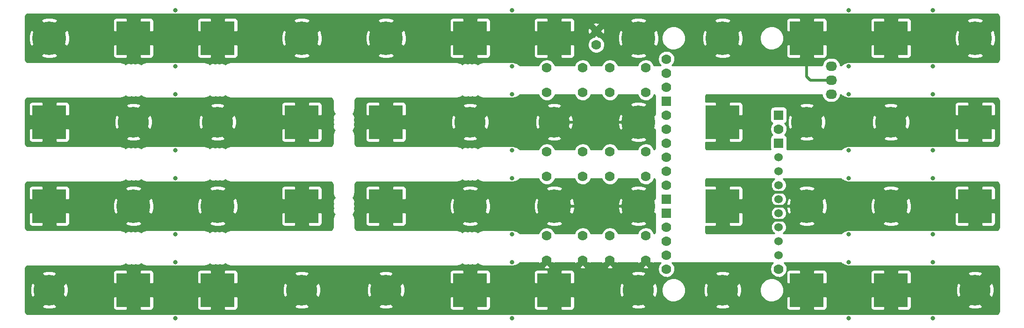
<source format=gbl>
%TF.GenerationSoftware,KiCad,Pcbnew,4.0.6-e0-6349~53~ubuntu16.04.1*%
%TF.CreationDate,2017-06-14T21:22:08+05:30*%
%TF.ProjectId,ultim_bus,756C74696D5F6275732E6B696361645F,rev?*%
%TF.FileFunction,Copper,L2,Bot,Signal*%
%FSLAX46Y46*%
G04 Gerber Fmt 4.6, Leading zero omitted, Abs format (unit mm)*
G04 Created by KiCad (PCBNEW 4.0.6-e0-6349~53~ubuntu16.04.1) date Wed Jun 14 21:22:08 2017*
%MOMM*%
%LPD*%
G01*
G04 APERTURE LIST*
%ADD10C,0.101600*%
%ADD11C,1.778000*%
%ADD12C,6.096000*%
%ADD13R,6.096000X6.096000*%
%ADD14C,5.600000*%
%ADD15O,2.032000X1.727200*%
%ADD16C,0.800000*%
%ADD17R,1.778000X1.778000*%
%ADD18C,1.524000*%
%ADD19C,0.508000*%
%ADD20C,0.254000*%
G04 APERTURE END LIST*
D10*
D11*
X129615000Y-66330000D03*
X123115000Y-70830000D03*
X129615000Y-70830000D03*
X123115000Y-66330000D03*
D12*
X63500000Y-60960000D03*
X170180000Y-60960000D03*
X124460000Y-60960000D03*
X109220000Y-60960000D03*
X48260000Y-60960000D03*
X185420000Y-60960000D03*
X200660000Y-30480000D03*
X33020000Y-30480000D03*
X78740000Y-30480000D03*
X93980000Y-30480000D03*
X139700000Y-30480000D03*
X154940000Y-30480000D03*
D13*
X185420000Y-30480000D03*
X48260000Y-30480000D03*
X63500000Y-30480000D03*
X109220000Y-30480000D03*
X124460000Y-30480000D03*
X170180000Y-30480000D03*
X200660000Y-60960000D03*
X33020000Y-60960000D03*
X78740000Y-60960000D03*
X93980000Y-60960000D03*
D12*
X139700000Y-60960000D03*
D13*
X154940000Y-60960000D03*
D14*
X185420000Y-45720000D03*
D13*
X200660000Y-45720000D03*
X33020000Y-45720000D03*
D14*
X48260000Y-45720000D03*
X63500000Y-45720000D03*
D13*
X78740000Y-45720000D03*
X93980000Y-45720000D03*
D14*
X109220000Y-45720000D03*
X124460000Y-45720000D03*
D12*
X139700000Y-45720000D03*
D13*
X154940000Y-45720000D03*
D14*
X170180000Y-45720000D03*
D13*
X185420000Y-76200000D03*
D14*
X200660000Y-76200000D03*
X33020000Y-76200000D03*
D13*
X48260000Y-76200000D03*
X63500000Y-76200000D03*
D14*
X78740000Y-76200000D03*
X93980000Y-76200000D03*
D13*
X109220000Y-76200000D03*
X124460000Y-76200000D03*
D14*
X139700000Y-76200000D03*
X154940000Y-76200000D03*
D13*
X170180000Y-76200000D03*
D15*
X174625000Y-40640000D03*
X174625000Y-38100000D03*
X174625000Y-35560000D03*
D16*
X177800000Y-25400000D03*
X177800000Y-26670000D03*
X177800000Y-27940000D03*
X177800000Y-29210000D03*
X177800000Y-30480000D03*
X177800000Y-31750000D03*
X177800000Y-33020000D03*
X177800000Y-34290000D03*
X177800000Y-35560000D03*
X116840000Y-25400000D03*
X116840000Y-26670000D03*
X116840000Y-27940000D03*
X116840000Y-29210000D03*
X116840000Y-30480000D03*
X116840000Y-31750000D03*
X116840000Y-33020000D03*
X116840000Y-34290000D03*
X116840000Y-35560000D03*
X55880000Y-25400000D03*
X55880000Y-26670000D03*
X55880000Y-27940000D03*
X55880000Y-29210000D03*
X55880000Y-30480000D03*
X55880000Y-31750000D03*
X55880000Y-33020000D03*
X55880000Y-34290000D03*
X55880000Y-35560000D03*
X177800000Y-71120000D03*
X177800000Y-72390000D03*
X177800000Y-73660000D03*
X177800000Y-74930000D03*
X177800000Y-76200000D03*
X177800000Y-77470000D03*
X177800000Y-78740000D03*
X177800000Y-80010000D03*
X177800000Y-81280000D03*
X116840000Y-71120000D03*
X116840000Y-72390000D03*
X116840000Y-73660000D03*
X116840000Y-74930000D03*
X116840000Y-76200000D03*
X116840000Y-77470000D03*
X116840000Y-78740000D03*
X116840000Y-80010000D03*
X116840000Y-81280000D03*
X55880000Y-71120000D03*
X55880000Y-72390000D03*
X55880000Y-73660000D03*
X55880000Y-74930000D03*
X55880000Y-76200000D03*
X55880000Y-77470000D03*
X55880000Y-78740000D03*
X55880000Y-80010000D03*
X55880000Y-81280000D03*
X177800000Y-40640000D03*
X177800000Y-41910000D03*
X177800000Y-43180000D03*
X177800000Y-44450000D03*
X177800000Y-45720000D03*
X177800000Y-46990000D03*
X177800000Y-48260000D03*
X177800000Y-49530000D03*
X177800000Y-50800000D03*
X116840000Y-40640000D03*
X116840000Y-41910000D03*
X116840000Y-43180000D03*
X116840000Y-44450000D03*
X116840000Y-45720000D03*
X116840000Y-46990000D03*
X116840000Y-48260000D03*
X116840000Y-49530000D03*
X116840000Y-50800000D03*
X55880000Y-40640000D03*
X55880000Y-41910000D03*
X55880000Y-43180000D03*
X55880000Y-44450000D03*
X55880000Y-45720000D03*
X55880000Y-46990000D03*
X55880000Y-48260000D03*
X55880000Y-49530000D03*
X55880000Y-50800000D03*
X177800000Y-55880000D03*
X177800000Y-57150000D03*
X177800000Y-58420000D03*
X177800000Y-59690000D03*
X177800000Y-60960000D03*
X177800000Y-62230000D03*
X177800000Y-63500000D03*
X177800000Y-64770000D03*
X177800000Y-66040000D03*
X116840000Y-55880000D03*
X116840000Y-57150000D03*
X116840000Y-58420000D03*
X116840000Y-59690000D03*
X116840000Y-60960000D03*
X116840000Y-62230000D03*
X116840000Y-63500000D03*
X116840000Y-64770000D03*
X116840000Y-66040000D03*
X55880000Y-55880000D03*
X55880000Y-57150000D03*
X55880000Y-58420000D03*
X55880000Y-59690000D03*
X55880000Y-60960000D03*
X55880000Y-62230000D03*
X55880000Y-63500000D03*
X55880000Y-64770000D03*
X55880000Y-66040000D03*
X193040000Y-25400000D03*
X193040000Y-26670000D03*
X193040000Y-27940000D03*
X193040000Y-29210000D03*
X193040000Y-30480000D03*
X193040000Y-31750000D03*
X193040000Y-33020000D03*
X193040000Y-34290000D03*
X193040000Y-35560000D03*
X193040000Y-71120000D03*
X193040000Y-72390000D03*
X193040000Y-73660000D03*
X193040000Y-74930000D03*
X193040000Y-76200000D03*
X193040000Y-77470000D03*
X193040000Y-78740000D03*
X193040000Y-80010000D03*
X193040000Y-81280000D03*
X193040000Y-40640000D03*
X193040000Y-41910000D03*
X193040000Y-43180000D03*
X193040000Y-44450000D03*
X193040000Y-45720000D03*
X193040000Y-46990000D03*
X193040000Y-48260000D03*
X193040000Y-49530000D03*
X193040000Y-50800000D03*
X193040000Y-55880000D03*
X193040000Y-57150000D03*
X193040000Y-58420000D03*
X193040000Y-59690000D03*
X193040000Y-60960000D03*
X193040000Y-62230000D03*
X193040000Y-63500000D03*
X193040000Y-64770000D03*
X193040000Y-66040000D03*
D11*
X132080000Y-31710000D03*
X132080000Y-29210000D03*
D17*
X144780000Y-41910000D03*
X165100000Y-44450000D03*
X165100000Y-49530000D03*
X144780000Y-59690000D03*
X144780000Y-62230000D03*
D11*
X144780000Y-34290000D03*
X144780000Y-36830000D03*
X144780000Y-39370000D03*
X144780000Y-44450000D03*
X144780000Y-46990000D03*
X144780000Y-49530000D03*
X144780000Y-52070000D03*
X144780000Y-54610000D03*
X144780000Y-57150000D03*
X144780000Y-64770000D03*
X144780000Y-67310000D03*
X144780000Y-69850000D03*
X144780000Y-72390000D03*
X165100000Y-72390000D03*
D18*
X165100000Y-69850000D03*
X165100000Y-67310000D03*
X165100000Y-64770000D03*
X165100000Y-62230000D03*
X165100000Y-59690000D03*
X165100000Y-57150000D03*
X165100000Y-54610000D03*
X165100000Y-52070000D03*
D11*
X165100000Y-46990000D03*
X134545000Y-40350000D03*
X141045000Y-35850000D03*
X134545000Y-35850000D03*
X141045000Y-40350000D03*
X123115000Y-40350000D03*
X129615000Y-35850000D03*
X123115000Y-35850000D03*
X129615000Y-40350000D03*
X134545000Y-55590000D03*
X141045000Y-51090000D03*
X134545000Y-51090000D03*
X141045000Y-55590000D03*
X123115000Y-55590000D03*
X129615000Y-51090000D03*
X123115000Y-51090000D03*
X129615000Y-55590000D03*
X141045000Y-66330000D03*
X134545000Y-70830000D03*
X141045000Y-70830000D03*
X134545000Y-66330000D03*
D19*
X154940000Y-60960000D02*
X159385000Y-60960000D01*
X159385000Y-60960000D02*
X161925000Y-63500000D01*
X161925000Y-63500000D02*
X167640000Y-63500000D01*
X167640000Y-63500000D02*
X170180000Y-60960000D01*
X154940000Y-60960000D02*
X159385000Y-60960000D01*
X159385000Y-60960000D02*
X161925000Y-58420000D01*
X161925000Y-58420000D02*
X167640000Y-58420000D01*
X167640000Y-58420000D02*
X170180000Y-60960000D01*
X154940000Y-60960000D02*
X170180000Y-60960000D01*
X174625000Y-38100000D02*
X170815000Y-38100000D01*
X170815000Y-38100000D02*
X170180000Y-37465000D01*
X170180000Y-37465000D02*
X170180000Y-30480000D01*
X139700000Y-45720000D02*
X124460000Y-45720000D01*
X124460000Y-60960000D02*
X139700000Y-60960000D01*
D20*
G36*
X204578109Y-26124005D02*
X204682101Y-26155402D01*
X204778014Y-26206399D01*
X204862194Y-26275055D01*
X204931440Y-26358758D01*
X204983105Y-26454311D01*
X205015227Y-26558078D01*
X205030000Y-26698641D01*
X205030000Y-34255280D01*
X205015995Y-34398109D01*
X204984599Y-34502099D01*
X204933601Y-34598013D01*
X204864941Y-34682199D01*
X204781243Y-34751439D01*
X204685689Y-34803105D01*
X204581922Y-34835227D01*
X204441359Y-34850000D01*
X177800000Y-34850000D01*
X177799874Y-34850012D01*
X177797517Y-34850004D01*
X177788651Y-34850035D01*
X177757796Y-34853169D01*
X177726786Y-34852953D01*
X177716920Y-34853920D01*
X177470417Y-34879828D01*
X177407399Y-34892764D01*
X177344167Y-34904826D01*
X177334677Y-34907692D01*
X177097901Y-34980987D01*
X177038597Y-35005916D01*
X176978915Y-35030029D01*
X176970163Y-35034683D01*
X176752133Y-35152571D01*
X176698805Y-35188541D01*
X176644935Y-35223793D01*
X176637253Y-35230059D01*
X176446273Y-35388051D01*
X176401637Y-35433000D01*
X176271441Y-35433000D01*
X176257444Y-35279190D01*
X176174866Y-34998615D01*
X176039363Y-34739422D01*
X175856097Y-34511485D01*
X175632048Y-34323485D01*
X175375749Y-34182584D01*
X175096964Y-34094148D01*
X174806312Y-34061546D01*
X174785388Y-34061400D01*
X174464612Y-34061400D01*
X174173532Y-34089941D01*
X173893540Y-34174475D01*
X173635299Y-34311784D01*
X173408647Y-34496637D01*
X173222216Y-34721994D01*
X173083108Y-34979269D01*
X172996621Y-35258665D01*
X172978298Y-35433000D01*
X145789741Y-35433000D01*
X145939243Y-35290631D01*
X146111522Y-35046410D01*
X146233084Y-34773377D01*
X146299299Y-34481932D01*
X146304065Y-34140564D01*
X146246014Y-33847384D01*
X146168309Y-33658857D01*
X153377589Y-33658857D01*
X153795768Y-33999489D01*
X154504372Y-34155092D01*
X155229717Y-34169463D01*
X155943928Y-34042050D01*
X156084232Y-33999489D01*
X156502411Y-33658857D01*
X154940000Y-32096446D01*
X153377589Y-33658857D01*
X146168309Y-33658857D01*
X146132123Y-33571063D01*
X145966730Y-33322127D01*
X145756135Y-33110056D01*
X145508359Y-32942929D01*
X145232840Y-32827112D01*
X144940072Y-32767015D01*
X144641208Y-32764929D01*
X144347630Y-32820932D01*
X144070520Y-32932891D01*
X143820435Y-33096542D01*
X143606899Y-33305652D01*
X143438047Y-33552255D01*
X143320309Y-33826959D01*
X143258170Y-34119299D01*
X143253997Y-34418142D01*
X143307949Y-34712104D01*
X143417971Y-34989988D01*
X143579872Y-35241210D01*
X143765082Y-35433000D01*
X142516086Y-35433000D01*
X142511014Y-35407384D01*
X142397123Y-35131063D01*
X142231730Y-34882127D01*
X142021135Y-34670056D01*
X141773359Y-34502929D01*
X141497840Y-34387112D01*
X141205072Y-34327015D01*
X140906208Y-34324929D01*
X140612630Y-34380932D01*
X140335520Y-34492891D01*
X140085435Y-34656542D01*
X139871899Y-34865652D01*
X139703047Y-35112255D01*
X139585309Y-35386959D01*
X139575523Y-35433000D01*
X136016086Y-35433000D01*
X136011014Y-35407384D01*
X135897123Y-35131063D01*
X135731730Y-34882127D01*
X135521135Y-34670056D01*
X135273359Y-34502929D01*
X134997840Y-34387112D01*
X134705072Y-34327015D01*
X134406208Y-34324929D01*
X134112630Y-34380932D01*
X133835520Y-34492891D01*
X133585435Y-34656542D01*
X133371899Y-34865652D01*
X133203047Y-35112255D01*
X133085309Y-35386959D01*
X133075523Y-35433000D01*
X131086086Y-35433000D01*
X131081014Y-35407384D01*
X130967123Y-35131063D01*
X130801730Y-34882127D01*
X130591135Y-34670056D01*
X130343359Y-34502929D01*
X130067840Y-34387112D01*
X129775072Y-34327015D01*
X129476208Y-34324929D01*
X129182630Y-34380932D01*
X128905520Y-34492891D01*
X128655435Y-34656542D01*
X128441899Y-34865652D01*
X128273047Y-35112255D01*
X128155309Y-35386959D01*
X128145523Y-35433000D01*
X124586086Y-35433000D01*
X124581014Y-35407384D01*
X124467123Y-35131063D01*
X124301730Y-34882127D01*
X124091135Y-34670056D01*
X123843359Y-34502929D01*
X123567840Y-34387112D01*
X123275072Y-34327015D01*
X122976208Y-34324929D01*
X122682630Y-34380932D01*
X122405520Y-34492891D01*
X122155435Y-34656542D01*
X121941899Y-34865652D01*
X121773047Y-35112255D01*
X121655309Y-35386959D01*
X121645523Y-35433000D01*
X118238372Y-35433000D01*
X118236294Y-35430936D01*
X118191264Y-35384953D01*
X118183626Y-35378634D01*
X117991548Y-35221979D01*
X117937959Y-35186375D01*
X117884850Y-35150011D01*
X117876130Y-35145296D01*
X117657283Y-35028934D01*
X117597792Y-35004413D01*
X117538643Y-34979062D01*
X117529173Y-34976131D01*
X117529175Y-34976131D01*
X117529167Y-34976129D01*
X117291892Y-34904491D01*
X117228795Y-34891997D01*
X117165821Y-34878612D01*
X117155966Y-34877576D01*
X117155962Y-34877576D01*
X116909284Y-34853389D01*
X116879511Y-34853389D01*
X116849913Y-34850069D01*
X116840000Y-34850000D01*
X111760000Y-34850000D01*
X111759874Y-34850012D01*
X111757517Y-34850004D01*
X111748651Y-34850035D01*
X111717796Y-34853169D01*
X111686786Y-34852953D01*
X111676920Y-34853920D01*
X111430417Y-34879828D01*
X111367399Y-34892764D01*
X111304167Y-34904826D01*
X111294677Y-34907692D01*
X111057901Y-34980987D01*
X110998597Y-35005916D01*
X110938915Y-35030029D01*
X110930163Y-35034683D01*
X110712133Y-35152571D01*
X110658805Y-35188541D01*
X110604935Y-35223793D01*
X110599879Y-35227917D01*
X110586850Y-35214796D01*
X110442964Y-35117744D01*
X110282968Y-35050488D01*
X110112955Y-35015590D01*
X109939402Y-35014378D01*
X109768919Y-35046899D01*
X109618757Y-35107568D01*
X109482968Y-35050488D01*
X109312955Y-35015590D01*
X109139402Y-35014378D01*
X108968919Y-35046899D01*
X108818757Y-35107568D01*
X108682968Y-35050488D01*
X108512955Y-35015590D01*
X108339402Y-35014378D01*
X108168919Y-35046899D01*
X108007999Y-35111915D01*
X107862773Y-35206949D01*
X107840210Y-35229044D01*
X107831548Y-35221979D01*
X107777959Y-35186375D01*
X107724850Y-35150011D01*
X107716130Y-35145296D01*
X107497283Y-35028934D01*
X107437792Y-35004413D01*
X107378643Y-34979062D01*
X107369173Y-34976131D01*
X107369175Y-34976131D01*
X107369167Y-34976129D01*
X107131892Y-34904491D01*
X107068795Y-34891997D01*
X107005821Y-34878612D01*
X106995966Y-34877576D01*
X106995962Y-34877576D01*
X106749284Y-34853389D01*
X106719511Y-34853389D01*
X106689913Y-34850069D01*
X106680000Y-34850000D01*
X66040000Y-34850000D01*
X66039874Y-34850012D01*
X66037517Y-34850004D01*
X66028651Y-34850035D01*
X65997796Y-34853169D01*
X65966786Y-34852953D01*
X65956920Y-34853920D01*
X65710417Y-34879828D01*
X65647399Y-34892764D01*
X65584167Y-34904826D01*
X65574677Y-34907692D01*
X65337901Y-34980987D01*
X65278597Y-35005916D01*
X65218915Y-35030029D01*
X65210163Y-35034683D01*
X64992133Y-35152571D01*
X64938805Y-35188541D01*
X64884935Y-35223793D01*
X64879879Y-35227917D01*
X64866850Y-35214796D01*
X64722964Y-35117744D01*
X64562968Y-35050488D01*
X64392955Y-35015590D01*
X64219402Y-35014378D01*
X64048919Y-35046899D01*
X63898757Y-35107568D01*
X63762968Y-35050488D01*
X63592955Y-35015590D01*
X63419402Y-35014378D01*
X63248919Y-35046899D01*
X63098757Y-35107568D01*
X62962968Y-35050488D01*
X62792955Y-35015590D01*
X62619402Y-35014378D01*
X62448919Y-35046899D01*
X62287999Y-35111915D01*
X62142773Y-35206949D01*
X62120210Y-35229044D01*
X62111548Y-35221979D01*
X62057959Y-35186375D01*
X62004850Y-35150011D01*
X61996130Y-35145296D01*
X61777283Y-35028934D01*
X61717792Y-35004413D01*
X61658643Y-34979062D01*
X61649173Y-34976131D01*
X61649175Y-34976131D01*
X61649167Y-34976129D01*
X61411892Y-34904491D01*
X61348795Y-34891997D01*
X61285821Y-34878612D01*
X61275966Y-34877576D01*
X61275962Y-34877576D01*
X61029284Y-34853389D01*
X60999511Y-34853389D01*
X60969913Y-34850069D01*
X60960000Y-34850000D01*
X50800000Y-34850000D01*
X50799874Y-34850012D01*
X50797517Y-34850004D01*
X50788651Y-34850035D01*
X50757796Y-34853169D01*
X50726786Y-34852953D01*
X50716920Y-34853920D01*
X50470417Y-34879828D01*
X50407399Y-34892764D01*
X50344167Y-34904826D01*
X50334677Y-34907692D01*
X50097901Y-34980987D01*
X50038597Y-35005916D01*
X49978915Y-35030029D01*
X49970163Y-35034683D01*
X49752133Y-35152571D01*
X49698805Y-35188541D01*
X49644935Y-35223793D01*
X49639879Y-35227917D01*
X49626850Y-35214796D01*
X49482964Y-35117744D01*
X49322968Y-35050488D01*
X49152955Y-35015590D01*
X48979402Y-35014378D01*
X48808919Y-35046899D01*
X48658757Y-35107568D01*
X48522968Y-35050488D01*
X48352955Y-35015590D01*
X48179402Y-35014378D01*
X48008919Y-35046899D01*
X47858757Y-35107568D01*
X47722968Y-35050488D01*
X47552955Y-35015590D01*
X47379402Y-35014378D01*
X47208919Y-35046899D01*
X47047999Y-35111915D01*
X46902773Y-35206949D01*
X46880210Y-35229044D01*
X46871548Y-35221979D01*
X46817959Y-35186375D01*
X46764850Y-35150011D01*
X46756130Y-35145296D01*
X46537283Y-35028934D01*
X46477792Y-35004413D01*
X46418643Y-34979062D01*
X46409173Y-34976131D01*
X46409175Y-34976131D01*
X46409167Y-34976129D01*
X46171892Y-34904491D01*
X46108795Y-34891997D01*
X46045821Y-34878612D01*
X46035966Y-34877576D01*
X46035962Y-34877576D01*
X45789284Y-34853389D01*
X45759511Y-34853389D01*
X45729913Y-34850069D01*
X45720000Y-34850000D01*
X29244720Y-34850000D01*
X29101891Y-34835995D01*
X28997901Y-34804599D01*
X28901987Y-34753601D01*
X28817801Y-34684941D01*
X28748561Y-34601243D01*
X28696895Y-34505689D01*
X28664773Y-34401922D01*
X28650000Y-34261359D01*
X28650000Y-33658857D01*
X31457589Y-33658857D01*
X31875768Y-33999489D01*
X32584372Y-34155092D01*
X33309717Y-34169463D01*
X34023928Y-34042050D01*
X34164232Y-33999489D01*
X34582411Y-33658857D01*
X33020000Y-32096446D01*
X31457589Y-33658857D01*
X28650000Y-33658857D01*
X28650000Y-30769717D01*
X29330537Y-30769717D01*
X29457950Y-31483928D01*
X29500511Y-31624232D01*
X29841143Y-32042411D01*
X31403554Y-30480000D01*
X34636446Y-30480000D01*
X36198857Y-32042411D01*
X36411181Y-31781750D01*
X44577000Y-31781750D01*
X44577000Y-33590542D01*
X44601403Y-33713223D01*
X44649270Y-33828785D01*
X44718763Y-33932789D01*
X44807211Y-34021237D01*
X44911215Y-34090730D01*
X45026777Y-34138597D01*
X45149458Y-34163000D01*
X46958250Y-34163000D01*
X47117000Y-34004250D01*
X47117000Y-31623000D01*
X49403000Y-31623000D01*
X49403000Y-34004250D01*
X49561750Y-34163000D01*
X51370542Y-34163000D01*
X51493223Y-34138597D01*
X51608785Y-34090730D01*
X51712789Y-34021237D01*
X51801237Y-33932789D01*
X51870730Y-33828785D01*
X51918597Y-33713223D01*
X51943000Y-33590542D01*
X51943000Y-31781750D01*
X59817000Y-31781750D01*
X59817000Y-33590542D01*
X59841403Y-33713223D01*
X59889270Y-33828785D01*
X59958763Y-33932789D01*
X60047211Y-34021237D01*
X60151215Y-34090730D01*
X60266777Y-34138597D01*
X60389458Y-34163000D01*
X62198250Y-34163000D01*
X62357000Y-34004250D01*
X62357000Y-31623000D01*
X64643000Y-31623000D01*
X64643000Y-34004250D01*
X64801750Y-34163000D01*
X66610542Y-34163000D01*
X66733223Y-34138597D01*
X66848785Y-34090730D01*
X66952789Y-34021237D01*
X67041237Y-33932789D01*
X67110730Y-33828785D01*
X67158597Y-33713223D01*
X67169411Y-33658857D01*
X77177589Y-33658857D01*
X77595768Y-33999489D01*
X78304372Y-34155092D01*
X79029717Y-34169463D01*
X79743928Y-34042050D01*
X79884232Y-33999489D01*
X80302411Y-33658857D01*
X92417589Y-33658857D01*
X92835768Y-33999489D01*
X93544372Y-34155092D01*
X94269717Y-34169463D01*
X94983928Y-34042050D01*
X95124232Y-33999489D01*
X95542411Y-33658857D01*
X93980000Y-32096446D01*
X92417589Y-33658857D01*
X80302411Y-33658857D01*
X78740000Y-32096446D01*
X77177589Y-33658857D01*
X67169411Y-33658857D01*
X67183000Y-33590542D01*
X67183000Y-31781750D01*
X67024250Y-31623000D01*
X64643000Y-31623000D01*
X62357000Y-31623000D01*
X59975750Y-31623000D01*
X59817000Y-31781750D01*
X51943000Y-31781750D01*
X51784250Y-31623000D01*
X49403000Y-31623000D01*
X47117000Y-31623000D01*
X44735750Y-31623000D01*
X44577000Y-31781750D01*
X36411181Y-31781750D01*
X36539489Y-31624232D01*
X36695092Y-30915628D01*
X36697982Y-30769717D01*
X75050537Y-30769717D01*
X75177950Y-31483928D01*
X75220511Y-31624232D01*
X75561143Y-32042411D01*
X77123554Y-30480000D01*
X80356446Y-30480000D01*
X81918857Y-32042411D01*
X82259489Y-31624232D01*
X82415092Y-30915628D01*
X82417982Y-30769717D01*
X90290537Y-30769717D01*
X90417950Y-31483928D01*
X90460511Y-31624232D01*
X90801143Y-32042411D01*
X92363554Y-30480000D01*
X95596446Y-30480000D01*
X97158857Y-32042411D01*
X97371181Y-31781750D01*
X105537000Y-31781750D01*
X105537000Y-33590542D01*
X105561403Y-33713223D01*
X105609270Y-33828785D01*
X105678763Y-33932789D01*
X105767211Y-34021237D01*
X105871215Y-34090730D01*
X105986777Y-34138597D01*
X106109458Y-34163000D01*
X107918250Y-34163000D01*
X108077000Y-34004250D01*
X108077000Y-31623000D01*
X110363000Y-31623000D01*
X110363000Y-34004250D01*
X110521750Y-34163000D01*
X112330542Y-34163000D01*
X112453223Y-34138597D01*
X112568785Y-34090730D01*
X112672789Y-34021237D01*
X112761237Y-33932789D01*
X112830730Y-33828785D01*
X112878597Y-33713223D01*
X112903000Y-33590542D01*
X112903000Y-31781750D01*
X120777000Y-31781750D01*
X120777000Y-33590542D01*
X120801403Y-33713223D01*
X120849270Y-33828785D01*
X120918763Y-33932789D01*
X121007211Y-34021237D01*
X121111215Y-34090730D01*
X121226777Y-34138597D01*
X121349458Y-34163000D01*
X123158250Y-34163000D01*
X123317000Y-34004250D01*
X123317000Y-31623000D01*
X125603000Y-31623000D01*
X125603000Y-34004250D01*
X125761750Y-34163000D01*
X127570542Y-34163000D01*
X127693223Y-34138597D01*
X127808785Y-34090730D01*
X127912789Y-34021237D01*
X128001237Y-33932789D01*
X128070730Y-33828785D01*
X128118597Y-33713223D01*
X128129411Y-33658857D01*
X138137589Y-33658857D01*
X138555768Y-33999489D01*
X139264372Y-34155092D01*
X139989717Y-34169463D01*
X140703928Y-34042050D01*
X140844232Y-33999489D01*
X141262411Y-33658857D01*
X139700000Y-32096446D01*
X138137589Y-33658857D01*
X128129411Y-33658857D01*
X128143000Y-33590542D01*
X128143000Y-31838142D01*
X130553997Y-31838142D01*
X130607949Y-32132104D01*
X130717971Y-32409988D01*
X130879872Y-32661210D01*
X131087486Y-32876200D01*
X131332904Y-33046770D01*
X131606779Y-33166423D01*
X131898679Y-33230602D01*
X132197486Y-33236861D01*
X132491817Y-33184962D01*
X132770462Y-33076883D01*
X133022808Y-32916739D01*
X133239243Y-32710631D01*
X133411522Y-32466410D01*
X133533084Y-32193377D01*
X133599299Y-31901932D01*
X133604065Y-31560564D01*
X133546014Y-31267384D01*
X133432123Y-30991063D01*
X133285061Y-30769717D01*
X136010537Y-30769717D01*
X136137950Y-31483928D01*
X136180511Y-31624232D01*
X136521143Y-32042411D01*
X138083554Y-30480000D01*
X141316446Y-30480000D01*
X142878857Y-32042411D01*
X143219489Y-31624232D01*
X143375092Y-30915628D01*
X143380126Y-30661535D01*
X143888163Y-30661535D01*
X143964595Y-31077980D01*
X144120459Y-31471649D01*
X144349819Y-31827547D01*
X144643939Y-32132116D01*
X144991615Y-32373757D01*
X145379604Y-32543266D01*
X145793129Y-32634185D01*
X146216438Y-32643052D01*
X146633407Y-32569529D01*
X147028154Y-32416417D01*
X147385644Y-32189547D01*
X147692260Y-31897561D01*
X147936322Y-31551580D01*
X148108535Y-31164784D01*
X148198291Y-30769717D01*
X151250537Y-30769717D01*
X151377950Y-31483928D01*
X151420511Y-31624232D01*
X151761143Y-32042411D01*
X153323554Y-30480000D01*
X156556446Y-30480000D01*
X158118857Y-32042411D01*
X158459489Y-31624232D01*
X158615092Y-30915628D01*
X158620126Y-30661535D01*
X161668163Y-30661535D01*
X161744595Y-31077980D01*
X161900459Y-31471649D01*
X162129819Y-31827547D01*
X162423939Y-32132116D01*
X162771615Y-32373757D01*
X163159604Y-32543266D01*
X163573129Y-32634185D01*
X163996438Y-32643052D01*
X164413407Y-32569529D01*
X164808154Y-32416417D01*
X165165644Y-32189547D01*
X165472260Y-31897561D01*
X165553955Y-31781750D01*
X166497000Y-31781750D01*
X166497000Y-33590542D01*
X166521403Y-33713223D01*
X166569270Y-33828785D01*
X166638763Y-33932789D01*
X166727211Y-34021237D01*
X166831215Y-34090730D01*
X166946777Y-34138597D01*
X167069458Y-34163000D01*
X168878250Y-34163000D01*
X169037000Y-34004250D01*
X169037000Y-31623000D01*
X171323000Y-31623000D01*
X171323000Y-34004250D01*
X171481750Y-34163000D01*
X173290542Y-34163000D01*
X173413223Y-34138597D01*
X173528785Y-34090730D01*
X173632789Y-34021237D01*
X173721237Y-33932789D01*
X173790730Y-33828785D01*
X173838597Y-33713223D01*
X173863000Y-33590542D01*
X173863000Y-31781750D01*
X181737000Y-31781750D01*
X181737000Y-33590542D01*
X181761403Y-33713223D01*
X181809270Y-33828785D01*
X181878763Y-33932789D01*
X181967211Y-34021237D01*
X182071215Y-34090730D01*
X182186777Y-34138597D01*
X182309458Y-34163000D01*
X184118250Y-34163000D01*
X184277000Y-34004250D01*
X184277000Y-31623000D01*
X186563000Y-31623000D01*
X186563000Y-34004250D01*
X186721750Y-34163000D01*
X188530542Y-34163000D01*
X188653223Y-34138597D01*
X188768785Y-34090730D01*
X188872789Y-34021237D01*
X188961237Y-33932789D01*
X189030730Y-33828785D01*
X189078597Y-33713223D01*
X189089411Y-33658857D01*
X199097589Y-33658857D01*
X199515768Y-33999489D01*
X200224372Y-34155092D01*
X200949717Y-34169463D01*
X201663928Y-34042050D01*
X201804232Y-33999489D01*
X202222411Y-33658857D01*
X200660000Y-32096446D01*
X199097589Y-33658857D01*
X189089411Y-33658857D01*
X189103000Y-33590542D01*
X189103000Y-31781750D01*
X188944250Y-31623000D01*
X186563000Y-31623000D01*
X184277000Y-31623000D01*
X181895750Y-31623000D01*
X181737000Y-31781750D01*
X173863000Y-31781750D01*
X173704250Y-31623000D01*
X171323000Y-31623000D01*
X169037000Y-31623000D01*
X166655750Y-31623000D01*
X166497000Y-31781750D01*
X165553955Y-31781750D01*
X165716322Y-31551580D01*
X165888535Y-31164784D01*
X165978291Y-30769717D01*
X196970537Y-30769717D01*
X197097950Y-31483928D01*
X197140511Y-31624232D01*
X197481143Y-32042411D01*
X199043554Y-30480000D01*
X202276446Y-30480000D01*
X203838857Y-32042411D01*
X204179489Y-31624232D01*
X204335092Y-30915628D01*
X204349463Y-30190283D01*
X204222050Y-29476072D01*
X204179489Y-29335768D01*
X203838857Y-28917589D01*
X202276446Y-30480000D01*
X199043554Y-30480000D01*
X197481143Y-28917589D01*
X197140511Y-29335768D01*
X196984908Y-30044372D01*
X196970537Y-30769717D01*
X165978291Y-30769717D01*
X165982339Y-30751904D01*
X165989092Y-30268299D01*
X165906853Y-29852961D01*
X165745507Y-29461507D01*
X165511200Y-29108847D01*
X165212857Y-28808413D01*
X164861841Y-28571650D01*
X164471523Y-28407575D01*
X164056769Y-28322438D01*
X163633378Y-28319483D01*
X163217475Y-28398820D01*
X162824904Y-28557429D01*
X162470617Y-28789268D01*
X162168108Y-29085507D01*
X161928900Y-29434861D01*
X161762104Y-29824025D01*
X161674074Y-30238174D01*
X161668163Y-30661535D01*
X158620126Y-30661535D01*
X158629463Y-30190283D01*
X158502050Y-29476072D01*
X158459489Y-29335768D01*
X158118857Y-28917589D01*
X156556446Y-30480000D01*
X153323554Y-30480000D01*
X151761143Y-28917589D01*
X151420511Y-29335768D01*
X151264908Y-30044372D01*
X151250537Y-30769717D01*
X148198291Y-30769717D01*
X148202339Y-30751904D01*
X148209092Y-30268299D01*
X148126853Y-29852961D01*
X147965507Y-29461507D01*
X147731200Y-29108847D01*
X147432857Y-28808413D01*
X147081841Y-28571650D01*
X146691523Y-28407575D01*
X146276769Y-28322438D01*
X145853378Y-28319483D01*
X145437475Y-28398820D01*
X145044904Y-28557429D01*
X144690617Y-28789268D01*
X144388108Y-29085507D01*
X144148900Y-29434861D01*
X143982104Y-29824025D01*
X143894074Y-30238174D01*
X143888163Y-30661535D01*
X143380126Y-30661535D01*
X143389463Y-30190283D01*
X143262050Y-29476072D01*
X143219489Y-29335768D01*
X142878857Y-28917589D01*
X141316446Y-30480000D01*
X138083554Y-30480000D01*
X136521143Y-28917589D01*
X136180511Y-29335768D01*
X136024908Y-30044372D01*
X136010537Y-30769717D01*
X133285061Y-30769717D01*
X133266730Y-30742127D01*
X133056135Y-30530056D01*
X132808359Y-30362929D01*
X132532840Y-30247112D01*
X132477040Y-30235658D01*
X132080000Y-29838618D01*
X131684771Y-30233847D01*
X131647630Y-30240932D01*
X131370520Y-30352891D01*
X131120435Y-30516542D01*
X130906899Y-30725652D01*
X130738047Y-30972255D01*
X130620309Y-31246959D01*
X130558170Y-31539299D01*
X130553997Y-31838142D01*
X128143000Y-31838142D01*
X128143000Y-31781750D01*
X127984250Y-31623000D01*
X125603000Y-31623000D01*
X123317000Y-31623000D01*
X120935750Y-31623000D01*
X120777000Y-31781750D01*
X112903000Y-31781750D01*
X112744250Y-31623000D01*
X110363000Y-31623000D01*
X108077000Y-31623000D01*
X105695750Y-31623000D01*
X105537000Y-31781750D01*
X97371181Y-31781750D01*
X97499489Y-31624232D01*
X97655092Y-30915628D01*
X97669463Y-30190283D01*
X97542050Y-29476072D01*
X97499489Y-29335768D01*
X97158857Y-28917589D01*
X95596446Y-30480000D01*
X92363554Y-30480000D01*
X90801143Y-28917589D01*
X90460511Y-29335768D01*
X90304908Y-30044372D01*
X90290537Y-30769717D01*
X82417982Y-30769717D01*
X82429463Y-30190283D01*
X82302050Y-29476072D01*
X82259489Y-29335768D01*
X81918857Y-28917589D01*
X80356446Y-30480000D01*
X77123554Y-30480000D01*
X75561143Y-28917589D01*
X75220511Y-29335768D01*
X75064908Y-30044372D01*
X75050537Y-30769717D01*
X36697982Y-30769717D01*
X36709463Y-30190283D01*
X36582050Y-29476072D01*
X36539489Y-29335768D01*
X36198857Y-28917589D01*
X34636446Y-30480000D01*
X31403554Y-30480000D01*
X29841143Y-28917589D01*
X29500511Y-29335768D01*
X29344908Y-30044372D01*
X29330537Y-30769717D01*
X28650000Y-30769717D01*
X28650000Y-27301143D01*
X31457589Y-27301143D01*
X33020000Y-28863554D01*
X34514096Y-27369458D01*
X44577000Y-27369458D01*
X44577000Y-29178250D01*
X44735750Y-29337000D01*
X47117000Y-29337000D01*
X47117000Y-26955750D01*
X49403000Y-26955750D01*
X49403000Y-29337000D01*
X51784250Y-29337000D01*
X51943000Y-29178250D01*
X51943000Y-27369458D01*
X59817000Y-27369458D01*
X59817000Y-29178250D01*
X59975750Y-29337000D01*
X62357000Y-29337000D01*
X62357000Y-26955750D01*
X64643000Y-26955750D01*
X64643000Y-29337000D01*
X67024250Y-29337000D01*
X67183000Y-29178250D01*
X67183000Y-27369458D01*
X67169412Y-27301143D01*
X77177589Y-27301143D01*
X78740000Y-28863554D01*
X80302411Y-27301143D01*
X92417589Y-27301143D01*
X93980000Y-28863554D01*
X95474096Y-27369458D01*
X105537000Y-27369458D01*
X105537000Y-29178250D01*
X105695750Y-29337000D01*
X108077000Y-29337000D01*
X108077000Y-26955750D01*
X110363000Y-26955750D01*
X110363000Y-29337000D01*
X112744250Y-29337000D01*
X112903000Y-29178250D01*
X112903000Y-27369458D01*
X120777000Y-27369458D01*
X120777000Y-29178250D01*
X120935750Y-29337000D01*
X123317000Y-29337000D01*
X123317000Y-26955750D01*
X125603000Y-26955750D01*
X125603000Y-29337000D01*
X127984250Y-29337000D01*
X128021133Y-29300117D01*
X130551280Y-29300117D01*
X130598234Y-29596624D01*
X130633161Y-29711759D01*
X130847400Y-29813982D01*
X131451382Y-29210000D01*
X132708618Y-29210000D01*
X133312600Y-29813982D01*
X133526839Y-29711759D01*
X133596927Y-29419853D01*
X133608720Y-29119883D01*
X133561766Y-28823376D01*
X133526839Y-28708241D01*
X133312600Y-28606018D01*
X132708618Y-29210000D01*
X131451382Y-29210000D01*
X130847400Y-28606018D01*
X130633161Y-28708241D01*
X130563073Y-29000147D01*
X130551280Y-29300117D01*
X128021133Y-29300117D01*
X128143000Y-29178250D01*
X128143000Y-27977400D01*
X131476018Y-27977400D01*
X132080000Y-28581382D01*
X132683982Y-27977400D01*
X132581759Y-27763161D01*
X132289853Y-27693073D01*
X131989883Y-27681280D01*
X131693376Y-27728234D01*
X131578241Y-27763161D01*
X131476018Y-27977400D01*
X128143000Y-27977400D01*
X128143000Y-27369458D01*
X128129412Y-27301143D01*
X138137589Y-27301143D01*
X139700000Y-28863554D01*
X141262411Y-27301143D01*
X153377589Y-27301143D01*
X154940000Y-28863554D01*
X156434096Y-27369458D01*
X166497000Y-27369458D01*
X166497000Y-29178250D01*
X166655750Y-29337000D01*
X169037000Y-29337000D01*
X169037000Y-26955750D01*
X171323000Y-26955750D01*
X171323000Y-29337000D01*
X173704250Y-29337000D01*
X173863000Y-29178250D01*
X173863000Y-27369458D01*
X181737000Y-27369458D01*
X181737000Y-29178250D01*
X181895750Y-29337000D01*
X184277000Y-29337000D01*
X184277000Y-26955750D01*
X186563000Y-26955750D01*
X186563000Y-29337000D01*
X188944250Y-29337000D01*
X189103000Y-29178250D01*
X189103000Y-27369458D01*
X189089412Y-27301143D01*
X199097589Y-27301143D01*
X200660000Y-28863554D01*
X202222411Y-27301143D01*
X201804232Y-26960511D01*
X201095628Y-26804908D01*
X200370283Y-26790537D01*
X199656072Y-26917950D01*
X199515768Y-26960511D01*
X199097589Y-27301143D01*
X189089412Y-27301143D01*
X189078597Y-27246777D01*
X189030730Y-27131215D01*
X188961237Y-27027211D01*
X188872789Y-26938763D01*
X188768785Y-26869270D01*
X188653223Y-26821403D01*
X188530542Y-26797000D01*
X186721750Y-26797000D01*
X186563000Y-26955750D01*
X184277000Y-26955750D01*
X184118250Y-26797000D01*
X182309458Y-26797000D01*
X182186777Y-26821403D01*
X182071215Y-26869270D01*
X181967211Y-26938763D01*
X181878763Y-27027211D01*
X181809270Y-27131215D01*
X181761403Y-27246777D01*
X181737000Y-27369458D01*
X173863000Y-27369458D01*
X173838597Y-27246777D01*
X173790730Y-27131215D01*
X173721237Y-27027211D01*
X173632789Y-26938763D01*
X173528785Y-26869270D01*
X173413223Y-26821403D01*
X173290542Y-26797000D01*
X171481750Y-26797000D01*
X171323000Y-26955750D01*
X169037000Y-26955750D01*
X168878250Y-26797000D01*
X167069458Y-26797000D01*
X166946777Y-26821403D01*
X166831215Y-26869270D01*
X166727211Y-26938763D01*
X166638763Y-27027211D01*
X166569270Y-27131215D01*
X166521403Y-27246777D01*
X166497000Y-27369458D01*
X156434096Y-27369458D01*
X156502411Y-27301143D01*
X156084232Y-26960511D01*
X155375628Y-26804908D01*
X154650283Y-26790537D01*
X153936072Y-26917950D01*
X153795768Y-26960511D01*
X153377589Y-27301143D01*
X141262411Y-27301143D01*
X140844232Y-26960511D01*
X140135628Y-26804908D01*
X139410283Y-26790537D01*
X138696072Y-26917950D01*
X138555768Y-26960511D01*
X138137589Y-27301143D01*
X128129412Y-27301143D01*
X128118597Y-27246777D01*
X128070730Y-27131215D01*
X128001237Y-27027211D01*
X127912789Y-26938763D01*
X127808785Y-26869270D01*
X127693223Y-26821403D01*
X127570542Y-26797000D01*
X125761750Y-26797000D01*
X125603000Y-26955750D01*
X123317000Y-26955750D01*
X123158250Y-26797000D01*
X121349458Y-26797000D01*
X121226777Y-26821403D01*
X121111215Y-26869270D01*
X121007211Y-26938763D01*
X120918763Y-27027211D01*
X120849270Y-27131215D01*
X120801403Y-27246777D01*
X120777000Y-27369458D01*
X112903000Y-27369458D01*
X112878597Y-27246777D01*
X112830730Y-27131215D01*
X112761237Y-27027211D01*
X112672789Y-26938763D01*
X112568785Y-26869270D01*
X112453223Y-26821403D01*
X112330542Y-26797000D01*
X110521750Y-26797000D01*
X110363000Y-26955750D01*
X108077000Y-26955750D01*
X107918250Y-26797000D01*
X106109458Y-26797000D01*
X105986777Y-26821403D01*
X105871215Y-26869270D01*
X105767211Y-26938763D01*
X105678763Y-27027211D01*
X105609270Y-27131215D01*
X105561403Y-27246777D01*
X105537000Y-27369458D01*
X95474096Y-27369458D01*
X95542411Y-27301143D01*
X95124232Y-26960511D01*
X94415628Y-26804908D01*
X93690283Y-26790537D01*
X92976072Y-26917950D01*
X92835768Y-26960511D01*
X92417589Y-27301143D01*
X80302411Y-27301143D01*
X79884232Y-26960511D01*
X79175628Y-26804908D01*
X78450283Y-26790537D01*
X77736072Y-26917950D01*
X77595768Y-26960511D01*
X77177589Y-27301143D01*
X67169412Y-27301143D01*
X67158597Y-27246777D01*
X67110730Y-27131215D01*
X67041237Y-27027211D01*
X66952789Y-26938763D01*
X66848785Y-26869270D01*
X66733223Y-26821403D01*
X66610542Y-26797000D01*
X64801750Y-26797000D01*
X64643000Y-26955750D01*
X62357000Y-26955750D01*
X62198250Y-26797000D01*
X60389458Y-26797000D01*
X60266777Y-26821403D01*
X60151215Y-26869270D01*
X60047211Y-26938763D01*
X59958763Y-27027211D01*
X59889270Y-27131215D01*
X59841403Y-27246777D01*
X59817000Y-27369458D01*
X51943000Y-27369458D01*
X51918597Y-27246777D01*
X51870730Y-27131215D01*
X51801237Y-27027211D01*
X51712789Y-26938763D01*
X51608785Y-26869270D01*
X51493223Y-26821403D01*
X51370542Y-26797000D01*
X49561750Y-26797000D01*
X49403000Y-26955750D01*
X47117000Y-26955750D01*
X46958250Y-26797000D01*
X45149458Y-26797000D01*
X45026777Y-26821403D01*
X44911215Y-26869270D01*
X44807211Y-26938763D01*
X44718763Y-27027211D01*
X44649270Y-27131215D01*
X44601403Y-27246777D01*
X44577000Y-27369458D01*
X34514096Y-27369458D01*
X34582411Y-27301143D01*
X34164232Y-26960511D01*
X33455628Y-26804908D01*
X32730283Y-26790537D01*
X32016072Y-26917950D01*
X31875768Y-26960511D01*
X31457589Y-27301143D01*
X28650000Y-27301143D01*
X28650000Y-26704720D01*
X28664005Y-26561891D01*
X28695402Y-26457899D01*
X28746399Y-26361986D01*
X28815055Y-26277806D01*
X28898758Y-26208560D01*
X28994311Y-26156895D01*
X29098078Y-26124773D01*
X29238641Y-26110000D01*
X204435280Y-26110000D01*
X204578109Y-26124005D01*
X204578109Y-26124005D01*
G37*
X204578109Y-26124005D02*
X204682101Y-26155402D01*
X204778014Y-26206399D01*
X204862194Y-26275055D01*
X204931440Y-26358758D01*
X204983105Y-26454311D01*
X205015227Y-26558078D01*
X205030000Y-26698641D01*
X205030000Y-34255280D01*
X205015995Y-34398109D01*
X204984599Y-34502099D01*
X204933601Y-34598013D01*
X204864941Y-34682199D01*
X204781243Y-34751439D01*
X204685689Y-34803105D01*
X204581922Y-34835227D01*
X204441359Y-34850000D01*
X177800000Y-34850000D01*
X177799874Y-34850012D01*
X177797517Y-34850004D01*
X177788651Y-34850035D01*
X177757796Y-34853169D01*
X177726786Y-34852953D01*
X177716920Y-34853920D01*
X177470417Y-34879828D01*
X177407399Y-34892764D01*
X177344167Y-34904826D01*
X177334677Y-34907692D01*
X177097901Y-34980987D01*
X177038597Y-35005916D01*
X176978915Y-35030029D01*
X176970163Y-35034683D01*
X176752133Y-35152571D01*
X176698805Y-35188541D01*
X176644935Y-35223793D01*
X176637253Y-35230059D01*
X176446273Y-35388051D01*
X176401637Y-35433000D01*
X176271441Y-35433000D01*
X176257444Y-35279190D01*
X176174866Y-34998615D01*
X176039363Y-34739422D01*
X175856097Y-34511485D01*
X175632048Y-34323485D01*
X175375749Y-34182584D01*
X175096964Y-34094148D01*
X174806312Y-34061546D01*
X174785388Y-34061400D01*
X174464612Y-34061400D01*
X174173532Y-34089941D01*
X173893540Y-34174475D01*
X173635299Y-34311784D01*
X173408647Y-34496637D01*
X173222216Y-34721994D01*
X173083108Y-34979269D01*
X172996621Y-35258665D01*
X172978298Y-35433000D01*
X145789741Y-35433000D01*
X145939243Y-35290631D01*
X146111522Y-35046410D01*
X146233084Y-34773377D01*
X146299299Y-34481932D01*
X146304065Y-34140564D01*
X146246014Y-33847384D01*
X146168309Y-33658857D01*
X153377589Y-33658857D01*
X153795768Y-33999489D01*
X154504372Y-34155092D01*
X155229717Y-34169463D01*
X155943928Y-34042050D01*
X156084232Y-33999489D01*
X156502411Y-33658857D01*
X154940000Y-32096446D01*
X153377589Y-33658857D01*
X146168309Y-33658857D01*
X146132123Y-33571063D01*
X145966730Y-33322127D01*
X145756135Y-33110056D01*
X145508359Y-32942929D01*
X145232840Y-32827112D01*
X144940072Y-32767015D01*
X144641208Y-32764929D01*
X144347630Y-32820932D01*
X144070520Y-32932891D01*
X143820435Y-33096542D01*
X143606899Y-33305652D01*
X143438047Y-33552255D01*
X143320309Y-33826959D01*
X143258170Y-34119299D01*
X143253997Y-34418142D01*
X143307949Y-34712104D01*
X143417971Y-34989988D01*
X143579872Y-35241210D01*
X143765082Y-35433000D01*
X142516086Y-35433000D01*
X142511014Y-35407384D01*
X142397123Y-35131063D01*
X142231730Y-34882127D01*
X142021135Y-34670056D01*
X141773359Y-34502929D01*
X141497840Y-34387112D01*
X141205072Y-34327015D01*
X140906208Y-34324929D01*
X140612630Y-34380932D01*
X140335520Y-34492891D01*
X140085435Y-34656542D01*
X139871899Y-34865652D01*
X139703047Y-35112255D01*
X139585309Y-35386959D01*
X139575523Y-35433000D01*
X136016086Y-35433000D01*
X136011014Y-35407384D01*
X135897123Y-35131063D01*
X135731730Y-34882127D01*
X135521135Y-34670056D01*
X135273359Y-34502929D01*
X134997840Y-34387112D01*
X134705072Y-34327015D01*
X134406208Y-34324929D01*
X134112630Y-34380932D01*
X133835520Y-34492891D01*
X133585435Y-34656542D01*
X133371899Y-34865652D01*
X133203047Y-35112255D01*
X133085309Y-35386959D01*
X133075523Y-35433000D01*
X131086086Y-35433000D01*
X131081014Y-35407384D01*
X130967123Y-35131063D01*
X130801730Y-34882127D01*
X130591135Y-34670056D01*
X130343359Y-34502929D01*
X130067840Y-34387112D01*
X129775072Y-34327015D01*
X129476208Y-34324929D01*
X129182630Y-34380932D01*
X128905520Y-34492891D01*
X128655435Y-34656542D01*
X128441899Y-34865652D01*
X128273047Y-35112255D01*
X128155309Y-35386959D01*
X128145523Y-35433000D01*
X124586086Y-35433000D01*
X124581014Y-35407384D01*
X124467123Y-35131063D01*
X124301730Y-34882127D01*
X124091135Y-34670056D01*
X123843359Y-34502929D01*
X123567840Y-34387112D01*
X123275072Y-34327015D01*
X122976208Y-34324929D01*
X122682630Y-34380932D01*
X122405520Y-34492891D01*
X122155435Y-34656542D01*
X121941899Y-34865652D01*
X121773047Y-35112255D01*
X121655309Y-35386959D01*
X121645523Y-35433000D01*
X118238372Y-35433000D01*
X118236294Y-35430936D01*
X118191264Y-35384953D01*
X118183626Y-35378634D01*
X117991548Y-35221979D01*
X117937959Y-35186375D01*
X117884850Y-35150011D01*
X117876130Y-35145296D01*
X117657283Y-35028934D01*
X117597792Y-35004413D01*
X117538643Y-34979062D01*
X117529173Y-34976131D01*
X117529175Y-34976131D01*
X117529167Y-34976129D01*
X117291892Y-34904491D01*
X117228795Y-34891997D01*
X117165821Y-34878612D01*
X117155966Y-34877576D01*
X117155962Y-34877576D01*
X116909284Y-34853389D01*
X116879511Y-34853389D01*
X116849913Y-34850069D01*
X116840000Y-34850000D01*
X111760000Y-34850000D01*
X111759874Y-34850012D01*
X111757517Y-34850004D01*
X111748651Y-34850035D01*
X111717796Y-34853169D01*
X111686786Y-34852953D01*
X111676920Y-34853920D01*
X111430417Y-34879828D01*
X111367399Y-34892764D01*
X111304167Y-34904826D01*
X111294677Y-34907692D01*
X111057901Y-34980987D01*
X110998597Y-35005916D01*
X110938915Y-35030029D01*
X110930163Y-35034683D01*
X110712133Y-35152571D01*
X110658805Y-35188541D01*
X110604935Y-35223793D01*
X110599879Y-35227917D01*
X110586850Y-35214796D01*
X110442964Y-35117744D01*
X110282968Y-35050488D01*
X110112955Y-35015590D01*
X109939402Y-35014378D01*
X109768919Y-35046899D01*
X109618757Y-35107568D01*
X109482968Y-35050488D01*
X109312955Y-35015590D01*
X109139402Y-35014378D01*
X108968919Y-35046899D01*
X108818757Y-35107568D01*
X108682968Y-35050488D01*
X108512955Y-35015590D01*
X108339402Y-35014378D01*
X108168919Y-35046899D01*
X108007999Y-35111915D01*
X107862773Y-35206949D01*
X107840210Y-35229044D01*
X107831548Y-35221979D01*
X107777959Y-35186375D01*
X107724850Y-35150011D01*
X107716130Y-35145296D01*
X107497283Y-35028934D01*
X107437792Y-35004413D01*
X107378643Y-34979062D01*
X107369173Y-34976131D01*
X107369175Y-34976131D01*
X107369167Y-34976129D01*
X107131892Y-34904491D01*
X107068795Y-34891997D01*
X107005821Y-34878612D01*
X106995966Y-34877576D01*
X106995962Y-34877576D01*
X106749284Y-34853389D01*
X106719511Y-34853389D01*
X106689913Y-34850069D01*
X106680000Y-34850000D01*
X66040000Y-34850000D01*
X66039874Y-34850012D01*
X66037517Y-34850004D01*
X66028651Y-34850035D01*
X65997796Y-34853169D01*
X65966786Y-34852953D01*
X65956920Y-34853920D01*
X65710417Y-34879828D01*
X65647399Y-34892764D01*
X65584167Y-34904826D01*
X65574677Y-34907692D01*
X65337901Y-34980987D01*
X65278597Y-35005916D01*
X65218915Y-35030029D01*
X65210163Y-35034683D01*
X64992133Y-35152571D01*
X64938805Y-35188541D01*
X64884935Y-35223793D01*
X64879879Y-35227917D01*
X64866850Y-35214796D01*
X64722964Y-35117744D01*
X64562968Y-35050488D01*
X64392955Y-35015590D01*
X64219402Y-35014378D01*
X64048919Y-35046899D01*
X63898757Y-35107568D01*
X63762968Y-35050488D01*
X63592955Y-35015590D01*
X63419402Y-35014378D01*
X63248919Y-35046899D01*
X63098757Y-35107568D01*
X62962968Y-35050488D01*
X62792955Y-35015590D01*
X62619402Y-35014378D01*
X62448919Y-35046899D01*
X62287999Y-35111915D01*
X62142773Y-35206949D01*
X62120210Y-35229044D01*
X62111548Y-35221979D01*
X62057959Y-35186375D01*
X62004850Y-35150011D01*
X61996130Y-35145296D01*
X61777283Y-35028934D01*
X61717792Y-35004413D01*
X61658643Y-34979062D01*
X61649173Y-34976131D01*
X61649175Y-34976131D01*
X61649167Y-34976129D01*
X61411892Y-34904491D01*
X61348795Y-34891997D01*
X61285821Y-34878612D01*
X61275966Y-34877576D01*
X61275962Y-34877576D01*
X61029284Y-34853389D01*
X60999511Y-34853389D01*
X60969913Y-34850069D01*
X60960000Y-34850000D01*
X50800000Y-34850000D01*
X50799874Y-34850012D01*
X50797517Y-34850004D01*
X50788651Y-34850035D01*
X50757796Y-34853169D01*
X50726786Y-34852953D01*
X50716920Y-34853920D01*
X50470417Y-34879828D01*
X50407399Y-34892764D01*
X50344167Y-34904826D01*
X50334677Y-34907692D01*
X50097901Y-34980987D01*
X50038597Y-35005916D01*
X49978915Y-35030029D01*
X49970163Y-35034683D01*
X49752133Y-35152571D01*
X49698805Y-35188541D01*
X49644935Y-35223793D01*
X49639879Y-35227917D01*
X49626850Y-35214796D01*
X49482964Y-35117744D01*
X49322968Y-35050488D01*
X49152955Y-35015590D01*
X48979402Y-35014378D01*
X48808919Y-35046899D01*
X48658757Y-35107568D01*
X48522968Y-35050488D01*
X48352955Y-35015590D01*
X48179402Y-35014378D01*
X48008919Y-35046899D01*
X47858757Y-35107568D01*
X47722968Y-35050488D01*
X47552955Y-35015590D01*
X47379402Y-35014378D01*
X47208919Y-35046899D01*
X47047999Y-35111915D01*
X46902773Y-35206949D01*
X46880210Y-35229044D01*
X46871548Y-35221979D01*
X46817959Y-35186375D01*
X46764850Y-35150011D01*
X46756130Y-35145296D01*
X46537283Y-35028934D01*
X46477792Y-35004413D01*
X46418643Y-34979062D01*
X46409173Y-34976131D01*
X46409175Y-34976131D01*
X46409167Y-34976129D01*
X46171892Y-34904491D01*
X46108795Y-34891997D01*
X46045821Y-34878612D01*
X46035966Y-34877576D01*
X46035962Y-34877576D01*
X45789284Y-34853389D01*
X45759511Y-34853389D01*
X45729913Y-34850069D01*
X45720000Y-34850000D01*
X29244720Y-34850000D01*
X29101891Y-34835995D01*
X28997901Y-34804599D01*
X28901987Y-34753601D01*
X28817801Y-34684941D01*
X28748561Y-34601243D01*
X28696895Y-34505689D01*
X28664773Y-34401922D01*
X28650000Y-34261359D01*
X28650000Y-33658857D01*
X31457589Y-33658857D01*
X31875768Y-33999489D01*
X32584372Y-34155092D01*
X33309717Y-34169463D01*
X34023928Y-34042050D01*
X34164232Y-33999489D01*
X34582411Y-33658857D01*
X33020000Y-32096446D01*
X31457589Y-33658857D01*
X28650000Y-33658857D01*
X28650000Y-30769717D01*
X29330537Y-30769717D01*
X29457950Y-31483928D01*
X29500511Y-31624232D01*
X29841143Y-32042411D01*
X31403554Y-30480000D01*
X34636446Y-30480000D01*
X36198857Y-32042411D01*
X36411181Y-31781750D01*
X44577000Y-31781750D01*
X44577000Y-33590542D01*
X44601403Y-33713223D01*
X44649270Y-33828785D01*
X44718763Y-33932789D01*
X44807211Y-34021237D01*
X44911215Y-34090730D01*
X45026777Y-34138597D01*
X45149458Y-34163000D01*
X46958250Y-34163000D01*
X47117000Y-34004250D01*
X47117000Y-31623000D01*
X49403000Y-31623000D01*
X49403000Y-34004250D01*
X49561750Y-34163000D01*
X51370542Y-34163000D01*
X51493223Y-34138597D01*
X51608785Y-34090730D01*
X51712789Y-34021237D01*
X51801237Y-33932789D01*
X51870730Y-33828785D01*
X51918597Y-33713223D01*
X51943000Y-33590542D01*
X51943000Y-31781750D01*
X59817000Y-31781750D01*
X59817000Y-33590542D01*
X59841403Y-33713223D01*
X59889270Y-33828785D01*
X59958763Y-33932789D01*
X60047211Y-34021237D01*
X60151215Y-34090730D01*
X60266777Y-34138597D01*
X60389458Y-34163000D01*
X62198250Y-34163000D01*
X62357000Y-34004250D01*
X62357000Y-31623000D01*
X64643000Y-31623000D01*
X64643000Y-34004250D01*
X64801750Y-34163000D01*
X66610542Y-34163000D01*
X66733223Y-34138597D01*
X66848785Y-34090730D01*
X66952789Y-34021237D01*
X67041237Y-33932789D01*
X67110730Y-33828785D01*
X67158597Y-33713223D01*
X67169411Y-33658857D01*
X77177589Y-33658857D01*
X77595768Y-33999489D01*
X78304372Y-34155092D01*
X79029717Y-34169463D01*
X79743928Y-34042050D01*
X79884232Y-33999489D01*
X80302411Y-33658857D01*
X92417589Y-33658857D01*
X92835768Y-33999489D01*
X93544372Y-34155092D01*
X94269717Y-34169463D01*
X94983928Y-34042050D01*
X95124232Y-33999489D01*
X95542411Y-33658857D01*
X93980000Y-32096446D01*
X92417589Y-33658857D01*
X80302411Y-33658857D01*
X78740000Y-32096446D01*
X77177589Y-33658857D01*
X67169411Y-33658857D01*
X67183000Y-33590542D01*
X67183000Y-31781750D01*
X67024250Y-31623000D01*
X64643000Y-31623000D01*
X62357000Y-31623000D01*
X59975750Y-31623000D01*
X59817000Y-31781750D01*
X51943000Y-31781750D01*
X51784250Y-31623000D01*
X49403000Y-31623000D01*
X47117000Y-31623000D01*
X44735750Y-31623000D01*
X44577000Y-31781750D01*
X36411181Y-31781750D01*
X36539489Y-31624232D01*
X36695092Y-30915628D01*
X36697982Y-30769717D01*
X75050537Y-30769717D01*
X75177950Y-31483928D01*
X75220511Y-31624232D01*
X75561143Y-32042411D01*
X77123554Y-30480000D01*
X80356446Y-30480000D01*
X81918857Y-32042411D01*
X82259489Y-31624232D01*
X82415092Y-30915628D01*
X82417982Y-30769717D01*
X90290537Y-30769717D01*
X90417950Y-31483928D01*
X90460511Y-31624232D01*
X90801143Y-32042411D01*
X92363554Y-30480000D01*
X95596446Y-30480000D01*
X97158857Y-32042411D01*
X97371181Y-31781750D01*
X105537000Y-31781750D01*
X105537000Y-33590542D01*
X105561403Y-33713223D01*
X105609270Y-33828785D01*
X105678763Y-33932789D01*
X105767211Y-34021237D01*
X105871215Y-34090730D01*
X105986777Y-34138597D01*
X106109458Y-34163000D01*
X107918250Y-34163000D01*
X108077000Y-34004250D01*
X108077000Y-31623000D01*
X110363000Y-31623000D01*
X110363000Y-34004250D01*
X110521750Y-34163000D01*
X112330542Y-34163000D01*
X112453223Y-34138597D01*
X112568785Y-34090730D01*
X112672789Y-34021237D01*
X112761237Y-33932789D01*
X112830730Y-33828785D01*
X112878597Y-33713223D01*
X112903000Y-33590542D01*
X112903000Y-31781750D01*
X120777000Y-31781750D01*
X120777000Y-33590542D01*
X120801403Y-33713223D01*
X120849270Y-33828785D01*
X120918763Y-33932789D01*
X121007211Y-34021237D01*
X121111215Y-34090730D01*
X121226777Y-34138597D01*
X121349458Y-34163000D01*
X123158250Y-34163000D01*
X123317000Y-34004250D01*
X123317000Y-31623000D01*
X125603000Y-31623000D01*
X125603000Y-34004250D01*
X125761750Y-34163000D01*
X127570542Y-34163000D01*
X127693223Y-34138597D01*
X127808785Y-34090730D01*
X127912789Y-34021237D01*
X128001237Y-33932789D01*
X128070730Y-33828785D01*
X128118597Y-33713223D01*
X128129411Y-33658857D01*
X138137589Y-33658857D01*
X138555768Y-33999489D01*
X139264372Y-34155092D01*
X139989717Y-34169463D01*
X140703928Y-34042050D01*
X140844232Y-33999489D01*
X141262411Y-33658857D01*
X139700000Y-32096446D01*
X138137589Y-33658857D01*
X128129411Y-33658857D01*
X128143000Y-33590542D01*
X128143000Y-31838142D01*
X130553997Y-31838142D01*
X130607949Y-32132104D01*
X130717971Y-32409988D01*
X130879872Y-32661210D01*
X131087486Y-32876200D01*
X131332904Y-33046770D01*
X131606779Y-33166423D01*
X131898679Y-33230602D01*
X132197486Y-33236861D01*
X132491817Y-33184962D01*
X132770462Y-33076883D01*
X133022808Y-32916739D01*
X133239243Y-32710631D01*
X133411522Y-32466410D01*
X133533084Y-32193377D01*
X133599299Y-31901932D01*
X133604065Y-31560564D01*
X133546014Y-31267384D01*
X133432123Y-30991063D01*
X133285061Y-30769717D01*
X136010537Y-30769717D01*
X136137950Y-31483928D01*
X136180511Y-31624232D01*
X136521143Y-32042411D01*
X138083554Y-30480000D01*
X141316446Y-30480000D01*
X142878857Y-32042411D01*
X143219489Y-31624232D01*
X143375092Y-30915628D01*
X143380126Y-30661535D01*
X143888163Y-30661535D01*
X143964595Y-31077980D01*
X144120459Y-31471649D01*
X144349819Y-31827547D01*
X144643939Y-32132116D01*
X144991615Y-32373757D01*
X145379604Y-32543266D01*
X145793129Y-32634185D01*
X146216438Y-32643052D01*
X146633407Y-32569529D01*
X147028154Y-32416417D01*
X147385644Y-32189547D01*
X147692260Y-31897561D01*
X147936322Y-31551580D01*
X148108535Y-31164784D01*
X148198291Y-30769717D01*
X151250537Y-30769717D01*
X151377950Y-31483928D01*
X151420511Y-31624232D01*
X151761143Y-32042411D01*
X153323554Y-30480000D01*
X156556446Y-30480000D01*
X158118857Y-32042411D01*
X158459489Y-31624232D01*
X158615092Y-30915628D01*
X158620126Y-30661535D01*
X161668163Y-30661535D01*
X161744595Y-31077980D01*
X161900459Y-31471649D01*
X162129819Y-31827547D01*
X162423939Y-32132116D01*
X162771615Y-32373757D01*
X163159604Y-32543266D01*
X163573129Y-32634185D01*
X163996438Y-32643052D01*
X164413407Y-32569529D01*
X164808154Y-32416417D01*
X165165644Y-32189547D01*
X165472260Y-31897561D01*
X165553955Y-31781750D01*
X166497000Y-31781750D01*
X166497000Y-33590542D01*
X166521403Y-33713223D01*
X166569270Y-33828785D01*
X166638763Y-33932789D01*
X166727211Y-34021237D01*
X166831215Y-34090730D01*
X166946777Y-34138597D01*
X167069458Y-34163000D01*
X168878250Y-34163000D01*
X169037000Y-34004250D01*
X169037000Y-31623000D01*
X171323000Y-31623000D01*
X171323000Y-34004250D01*
X171481750Y-34163000D01*
X173290542Y-34163000D01*
X173413223Y-34138597D01*
X173528785Y-34090730D01*
X173632789Y-34021237D01*
X173721237Y-33932789D01*
X173790730Y-33828785D01*
X173838597Y-33713223D01*
X173863000Y-33590542D01*
X173863000Y-31781750D01*
X181737000Y-31781750D01*
X181737000Y-33590542D01*
X181761403Y-33713223D01*
X181809270Y-33828785D01*
X181878763Y-33932789D01*
X181967211Y-34021237D01*
X182071215Y-34090730D01*
X182186777Y-34138597D01*
X182309458Y-34163000D01*
X184118250Y-34163000D01*
X184277000Y-34004250D01*
X184277000Y-31623000D01*
X186563000Y-31623000D01*
X186563000Y-34004250D01*
X186721750Y-34163000D01*
X188530542Y-34163000D01*
X188653223Y-34138597D01*
X188768785Y-34090730D01*
X188872789Y-34021237D01*
X188961237Y-33932789D01*
X189030730Y-33828785D01*
X189078597Y-33713223D01*
X189089411Y-33658857D01*
X199097589Y-33658857D01*
X199515768Y-33999489D01*
X200224372Y-34155092D01*
X200949717Y-34169463D01*
X201663928Y-34042050D01*
X201804232Y-33999489D01*
X202222411Y-33658857D01*
X200660000Y-32096446D01*
X199097589Y-33658857D01*
X189089411Y-33658857D01*
X189103000Y-33590542D01*
X189103000Y-31781750D01*
X188944250Y-31623000D01*
X186563000Y-31623000D01*
X184277000Y-31623000D01*
X181895750Y-31623000D01*
X181737000Y-31781750D01*
X173863000Y-31781750D01*
X173704250Y-31623000D01*
X171323000Y-31623000D01*
X169037000Y-31623000D01*
X166655750Y-31623000D01*
X166497000Y-31781750D01*
X165553955Y-31781750D01*
X165716322Y-31551580D01*
X165888535Y-31164784D01*
X165978291Y-30769717D01*
X196970537Y-30769717D01*
X197097950Y-31483928D01*
X197140511Y-31624232D01*
X197481143Y-32042411D01*
X199043554Y-30480000D01*
X202276446Y-30480000D01*
X203838857Y-32042411D01*
X204179489Y-31624232D01*
X204335092Y-30915628D01*
X204349463Y-30190283D01*
X204222050Y-29476072D01*
X204179489Y-29335768D01*
X203838857Y-28917589D01*
X202276446Y-30480000D01*
X199043554Y-30480000D01*
X197481143Y-28917589D01*
X197140511Y-29335768D01*
X196984908Y-30044372D01*
X196970537Y-30769717D01*
X165978291Y-30769717D01*
X165982339Y-30751904D01*
X165989092Y-30268299D01*
X165906853Y-29852961D01*
X165745507Y-29461507D01*
X165511200Y-29108847D01*
X165212857Y-28808413D01*
X164861841Y-28571650D01*
X164471523Y-28407575D01*
X164056769Y-28322438D01*
X163633378Y-28319483D01*
X163217475Y-28398820D01*
X162824904Y-28557429D01*
X162470617Y-28789268D01*
X162168108Y-29085507D01*
X161928900Y-29434861D01*
X161762104Y-29824025D01*
X161674074Y-30238174D01*
X161668163Y-30661535D01*
X158620126Y-30661535D01*
X158629463Y-30190283D01*
X158502050Y-29476072D01*
X158459489Y-29335768D01*
X158118857Y-28917589D01*
X156556446Y-30480000D01*
X153323554Y-30480000D01*
X151761143Y-28917589D01*
X151420511Y-29335768D01*
X151264908Y-30044372D01*
X151250537Y-30769717D01*
X148198291Y-30769717D01*
X148202339Y-30751904D01*
X148209092Y-30268299D01*
X148126853Y-29852961D01*
X147965507Y-29461507D01*
X147731200Y-29108847D01*
X147432857Y-28808413D01*
X147081841Y-28571650D01*
X146691523Y-28407575D01*
X146276769Y-28322438D01*
X145853378Y-28319483D01*
X145437475Y-28398820D01*
X145044904Y-28557429D01*
X144690617Y-28789268D01*
X144388108Y-29085507D01*
X144148900Y-29434861D01*
X143982104Y-29824025D01*
X143894074Y-30238174D01*
X143888163Y-30661535D01*
X143380126Y-30661535D01*
X143389463Y-30190283D01*
X143262050Y-29476072D01*
X143219489Y-29335768D01*
X142878857Y-28917589D01*
X141316446Y-30480000D01*
X138083554Y-30480000D01*
X136521143Y-28917589D01*
X136180511Y-29335768D01*
X136024908Y-30044372D01*
X136010537Y-30769717D01*
X133285061Y-30769717D01*
X133266730Y-30742127D01*
X133056135Y-30530056D01*
X132808359Y-30362929D01*
X132532840Y-30247112D01*
X132477040Y-30235658D01*
X132080000Y-29838618D01*
X131684771Y-30233847D01*
X131647630Y-30240932D01*
X131370520Y-30352891D01*
X131120435Y-30516542D01*
X130906899Y-30725652D01*
X130738047Y-30972255D01*
X130620309Y-31246959D01*
X130558170Y-31539299D01*
X130553997Y-31838142D01*
X128143000Y-31838142D01*
X128143000Y-31781750D01*
X127984250Y-31623000D01*
X125603000Y-31623000D01*
X123317000Y-31623000D01*
X120935750Y-31623000D01*
X120777000Y-31781750D01*
X112903000Y-31781750D01*
X112744250Y-31623000D01*
X110363000Y-31623000D01*
X108077000Y-31623000D01*
X105695750Y-31623000D01*
X105537000Y-31781750D01*
X97371181Y-31781750D01*
X97499489Y-31624232D01*
X97655092Y-30915628D01*
X97669463Y-30190283D01*
X97542050Y-29476072D01*
X97499489Y-29335768D01*
X97158857Y-28917589D01*
X95596446Y-30480000D01*
X92363554Y-30480000D01*
X90801143Y-28917589D01*
X90460511Y-29335768D01*
X90304908Y-30044372D01*
X90290537Y-30769717D01*
X82417982Y-30769717D01*
X82429463Y-30190283D01*
X82302050Y-29476072D01*
X82259489Y-29335768D01*
X81918857Y-28917589D01*
X80356446Y-30480000D01*
X77123554Y-30480000D01*
X75561143Y-28917589D01*
X75220511Y-29335768D01*
X75064908Y-30044372D01*
X75050537Y-30769717D01*
X36697982Y-30769717D01*
X36709463Y-30190283D01*
X36582050Y-29476072D01*
X36539489Y-29335768D01*
X36198857Y-28917589D01*
X34636446Y-30480000D01*
X31403554Y-30480000D01*
X29841143Y-28917589D01*
X29500511Y-29335768D01*
X29344908Y-30044372D01*
X29330537Y-30769717D01*
X28650000Y-30769717D01*
X28650000Y-27301143D01*
X31457589Y-27301143D01*
X33020000Y-28863554D01*
X34514096Y-27369458D01*
X44577000Y-27369458D01*
X44577000Y-29178250D01*
X44735750Y-29337000D01*
X47117000Y-29337000D01*
X47117000Y-26955750D01*
X49403000Y-26955750D01*
X49403000Y-29337000D01*
X51784250Y-29337000D01*
X51943000Y-29178250D01*
X51943000Y-27369458D01*
X59817000Y-27369458D01*
X59817000Y-29178250D01*
X59975750Y-29337000D01*
X62357000Y-29337000D01*
X62357000Y-26955750D01*
X64643000Y-26955750D01*
X64643000Y-29337000D01*
X67024250Y-29337000D01*
X67183000Y-29178250D01*
X67183000Y-27369458D01*
X67169412Y-27301143D01*
X77177589Y-27301143D01*
X78740000Y-28863554D01*
X80302411Y-27301143D01*
X92417589Y-27301143D01*
X93980000Y-28863554D01*
X95474096Y-27369458D01*
X105537000Y-27369458D01*
X105537000Y-29178250D01*
X105695750Y-29337000D01*
X108077000Y-29337000D01*
X108077000Y-26955750D01*
X110363000Y-26955750D01*
X110363000Y-29337000D01*
X112744250Y-29337000D01*
X112903000Y-29178250D01*
X112903000Y-27369458D01*
X120777000Y-27369458D01*
X120777000Y-29178250D01*
X120935750Y-29337000D01*
X123317000Y-29337000D01*
X123317000Y-26955750D01*
X125603000Y-26955750D01*
X125603000Y-29337000D01*
X127984250Y-29337000D01*
X128021133Y-29300117D01*
X130551280Y-29300117D01*
X130598234Y-29596624D01*
X130633161Y-29711759D01*
X130847400Y-29813982D01*
X131451382Y-29210000D01*
X132708618Y-29210000D01*
X133312600Y-29813982D01*
X133526839Y-29711759D01*
X133596927Y-29419853D01*
X133608720Y-29119883D01*
X133561766Y-28823376D01*
X133526839Y-28708241D01*
X133312600Y-28606018D01*
X132708618Y-29210000D01*
X131451382Y-29210000D01*
X130847400Y-28606018D01*
X130633161Y-28708241D01*
X130563073Y-29000147D01*
X130551280Y-29300117D01*
X128021133Y-29300117D01*
X128143000Y-29178250D01*
X128143000Y-27977400D01*
X131476018Y-27977400D01*
X132080000Y-28581382D01*
X132683982Y-27977400D01*
X132581759Y-27763161D01*
X132289853Y-27693073D01*
X131989883Y-27681280D01*
X131693376Y-27728234D01*
X131578241Y-27763161D01*
X131476018Y-27977400D01*
X128143000Y-27977400D01*
X128143000Y-27369458D01*
X128129412Y-27301143D01*
X138137589Y-27301143D01*
X139700000Y-28863554D01*
X141262411Y-27301143D01*
X153377589Y-27301143D01*
X154940000Y-28863554D01*
X156434096Y-27369458D01*
X166497000Y-27369458D01*
X166497000Y-29178250D01*
X166655750Y-29337000D01*
X169037000Y-29337000D01*
X169037000Y-26955750D01*
X171323000Y-26955750D01*
X171323000Y-29337000D01*
X173704250Y-29337000D01*
X173863000Y-29178250D01*
X173863000Y-27369458D01*
X181737000Y-27369458D01*
X181737000Y-29178250D01*
X181895750Y-29337000D01*
X184277000Y-29337000D01*
X184277000Y-26955750D01*
X186563000Y-26955750D01*
X186563000Y-29337000D01*
X188944250Y-29337000D01*
X189103000Y-29178250D01*
X189103000Y-27369458D01*
X189089412Y-27301143D01*
X199097589Y-27301143D01*
X200660000Y-28863554D01*
X202222411Y-27301143D01*
X201804232Y-26960511D01*
X201095628Y-26804908D01*
X200370283Y-26790537D01*
X199656072Y-26917950D01*
X199515768Y-26960511D01*
X199097589Y-27301143D01*
X189089412Y-27301143D01*
X189078597Y-27246777D01*
X189030730Y-27131215D01*
X188961237Y-27027211D01*
X188872789Y-26938763D01*
X188768785Y-26869270D01*
X188653223Y-26821403D01*
X188530542Y-26797000D01*
X186721750Y-26797000D01*
X186563000Y-26955750D01*
X184277000Y-26955750D01*
X184118250Y-26797000D01*
X182309458Y-26797000D01*
X182186777Y-26821403D01*
X182071215Y-26869270D01*
X181967211Y-26938763D01*
X181878763Y-27027211D01*
X181809270Y-27131215D01*
X181761403Y-27246777D01*
X181737000Y-27369458D01*
X173863000Y-27369458D01*
X173838597Y-27246777D01*
X173790730Y-27131215D01*
X173721237Y-27027211D01*
X173632789Y-26938763D01*
X173528785Y-26869270D01*
X173413223Y-26821403D01*
X173290542Y-26797000D01*
X171481750Y-26797000D01*
X171323000Y-26955750D01*
X169037000Y-26955750D01*
X168878250Y-26797000D01*
X167069458Y-26797000D01*
X166946777Y-26821403D01*
X166831215Y-26869270D01*
X166727211Y-26938763D01*
X166638763Y-27027211D01*
X166569270Y-27131215D01*
X166521403Y-27246777D01*
X166497000Y-27369458D01*
X156434096Y-27369458D01*
X156502411Y-27301143D01*
X156084232Y-26960511D01*
X155375628Y-26804908D01*
X154650283Y-26790537D01*
X153936072Y-26917950D01*
X153795768Y-26960511D01*
X153377589Y-27301143D01*
X141262411Y-27301143D01*
X140844232Y-26960511D01*
X140135628Y-26804908D01*
X139410283Y-26790537D01*
X138696072Y-26917950D01*
X138555768Y-26960511D01*
X138137589Y-27301143D01*
X128129412Y-27301143D01*
X128118597Y-27246777D01*
X128070730Y-27131215D01*
X128001237Y-27027211D01*
X127912789Y-26938763D01*
X127808785Y-26869270D01*
X127693223Y-26821403D01*
X127570542Y-26797000D01*
X125761750Y-26797000D01*
X125603000Y-26955750D01*
X123317000Y-26955750D01*
X123158250Y-26797000D01*
X121349458Y-26797000D01*
X121226777Y-26821403D01*
X121111215Y-26869270D01*
X121007211Y-26938763D01*
X120918763Y-27027211D01*
X120849270Y-27131215D01*
X120801403Y-27246777D01*
X120777000Y-27369458D01*
X112903000Y-27369458D01*
X112878597Y-27246777D01*
X112830730Y-27131215D01*
X112761237Y-27027211D01*
X112672789Y-26938763D01*
X112568785Y-26869270D01*
X112453223Y-26821403D01*
X112330542Y-26797000D01*
X110521750Y-26797000D01*
X110363000Y-26955750D01*
X108077000Y-26955750D01*
X107918250Y-26797000D01*
X106109458Y-26797000D01*
X105986777Y-26821403D01*
X105871215Y-26869270D01*
X105767211Y-26938763D01*
X105678763Y-27027211D01*
X105609270Y-27131215D01*
X105561403Y-27246777D01*
X105537000Y-27369458D01*
X95474096Y-27369458D01*
X95542411Y-27301143D01*
X95124232Y-26960511D01*
X94415628Y-26804908D01*
X93690283Y-26790537D01*
X92976072Y-26917950D01*
X92835768Y-26960511D01*
X92417589Y-27301143D01*
X80302411Y-27301143D01*
X79884232Y-26960511D01*
X79175628Y-26804908D01*
X78450283Y-26790537D01*
X77736072Y-26917950D01*
X77595768Y-26960511D01*
X77177589Y-27301143D01*
X67169412Y-27301143D01*
X67158597Y-27246777D01*
X67110730Y-27131215D01*
X67041237Y-27027211D01*
X66952789Y-26938763D01*
X66848785Y-26869270D01*
X66733223Y-26821403D01*
X66610542Y-26797000D01*
X64801750Y-26797000D01*
X64643000Y-26955750D01*
X62357000Y-26955750D01*
X62198250Y-26797000D01*
X60389458Y-26797000D01*
X60266777Y-26821403D01*
X60151215Y-26869270D01*
X60047211Y-26938763D01*
X59958763Y-27027211D01*
X59889270Y-27131215D01*
X59841403Y-27246777D01*
X59817000Y-27369458D01*
X51943000Y-27369458D01*
X51918597Y-27246777D01*
X51870730Y-27131215D01*
X51801237Y-27027211D01*
X51712789Y-26938763D01*
X51608785Y-26869270D01*
X51493223Y-26821403D01*
X51370542Y-26797000D01*
X49561750Y-26797000D01*
X49403000Y-26955750D01*
X47117000Y-26955750D01*
X46958250Y-26797000D01*
X45149458Y-26797000D01*
X45026777Y-26821403D01*
X44911215Y-26869270D01*
X44807211Y-26938763D01*
X44718763Y-27027211D01*
X44649270Y-27131215D01*
X44601403Y-27246777D01*
X44577000Y-27369458D01*
X34514096Y-27369458D01*
X34582411Y-27301143D01*
X34164232Y-26960511D01*
X33455628Y-26804908D01*
X32730283Y-26790537D01*
X32016072Y-26917950D01*
X31875768Y-26960511D01*
X31457589Y-27301143D01*
X28650000Y-27301143D01*
X28650000Y-26704720D01*
X28664005Y-26561891D01*
X28695402Y-26457899D01*
X28746399Y-26361986D01*
X28815055Y-26277806D01*
X28898758Y-26208560D01*
X28994311Y-26156895D01*
X29098078Y-26124773D01*
X29238641Y-26110000D01*
X204435280Y-26110000D01*
X204578109Y-26124005D01*
G36*
X121668161Y-71331759D02*
X121882400Y-71433982D01*
X122069382Y-71247000D01*
X124160618Y-71247000D01*
X124347600Y-71433982D01*
X124561839Y-71331759D01*
X124582190Y-71247000D01*
X128142449Y-71247000D01*
X128168161Y-71331759D01*
X128382400Y-71433982D01*
X128569382Y-71247000D01*
X130660618Y-71247000D01*
X130847600Y-71433982D01*
X131061839Y-71331759D01*
X131082190Y-71247000D01*
X133072449Y-71247000D01*
X133098161Y-71331759D01*
X133312400Y-71433982D01*
X133499382Y-71247000D01*
X135590618Y-71247000D01*
X135777600Y-71433982D01*
X135991839Y-71331759D01*
X136012190Y-71247000D01*
X139572449Y-71247000D01*
X139598161Y-71331759D01*
X139812400Y-71433982D01*
X139999382Y-71247000D01*
X142090618Y-71247000D01*
X142277600Y-71433982D01*
X142491839Y-71331759D01*
X142512190Y-71247000D01*
X143768909Y-71247000D01*
X143606899Y-71405652D01*
X143438047Y-71652255D01*
X143320309Y-71926959D01*
X143258170Y-72219299D01*
X143253997Y-72518142D01*
X143307949Y-72812104D01*
X143417971Y-73089988D01*
X143579872Y-73341210D01*
X143787486Y-73556200D01*
X144032904Y-73726770D01*
X144306779Y-73846423D01*
X144598679Y-73910602D01*
X144897486Y-73916861D01*
X145191817Y-73864962D01*
X145470462Y-73756883D01*
X145722808Y-73596739D01*
X145939243Y-73390631D01*
X146067976Y-73208139D01*
X153564585Y-73208139D01*
X154940000Y-74583554D01*
X156315415Y-73208139D01*
X155929637Y-72893294D01*
X155265515Y-72763764D01*
X154588884Y-72766285D01*
X153950363Y-72893294D01*
X153564585Y-73208139D01*
X146067976Y-73208139D01*
X146111522Y-73146410D01*
X146233084Y-72873377D01*
X146299299Y-72581932D01*
X146304065Y-72240564D01*
X146246014Y-71947384D01*
X146132123Y-71671063D01*
X145966730Y-71422127D01*
X145792822Y-71247000D01*
X164088909Y-71247000D01*
X163926899Y-71405652D01*
X163758047Y-71652255D01*
X163640309Y-71926959D01*
X163578170Y-72219299D01*
X163573997Y-72518142D01*
X163627949Y-72812104D01*
X163737971Y-73089988D01*
X163899872Y-73341210D01*
X164107486Y-73556200D01*
X164352904Y-73726770D01*
X164626779Y-73846423D01*
X164918679Y-73910602D01*
X165217486Y-73916861D01*
X165511817Y-73864962D01*
X165790462Y-73756883D01*
X166042808Y-73596739D01*
X166259243Y-73390631D01*
X166431522Y-73146410D01*
X166456878Y-73089458D01*
X166497000Y-73089458D01*
X166497000Y-74898250D01*
X166655750Y-75057000D01*
X169037000Y-75057000D01*
X169037000Y-72675750D01*
X171323000Y-72675750D01*
X171323000Y-75057000D01*
X173704250Y-75057000D01*
X173863000Y-74898250D01*
X173863000Y-73089458D01*
X181737000Y-73089458D01*
X181737000Y-74898250D01*
X181895750Y-75057000D01*
X184277000Y-75057000D01*
X184277000Y-72675750D01*
X186563000Y-72675750D01*
X186563000Y-75057000D01*
X188944250Y-75057000D01*
X189103000Y-74898250D01*
X189103000Y-73208139D01*
X199284585Y-73208139D01*
X200660000Y-74583554D01*
X202035415Y-73208139D01*
X201649637Y-72893294D01*
X200985515Y-72763764D01*
X200308884Y-72766285D01*
X199670363Y-72893294D01*
X199284585Y-73208139D01*
X189103000Y-73208139D01*
X189103000Y-73089458D01*
X189078597Y-72966777D01*
X189030730Y-72851215D01*
X188961237Y-72747211D01*
X188872789Y-72658763D01*
X188768785Y-72589270D01*
X188653223Y-72541403D01*
X188530542Y-72517000D01*
X186721750Y-72517000D01*
X186563000Y-72675750D01*
X184277000Y-72675750D01*
X184118250Y-72517000D01*
X182309458Y-72517000D01*
X182186777Y-72541403D01*
X182071215Y-72589270D01*
X181967211Y-72658763D01*
X181878763Y-72747211D01*
X181809270Y-72851215D01*
X181761403Y-72966777D01*
X181737000Y-73089458D01*
X173863000Y-73089458D01*
X173838597Y-72966777D01*
X173790730Y-72851215D01*
X173721237Y-72747211D01*
X173632789Y-72658763D01*
X173528785Y-72589270D01*
X173413223Y-72541403D01*
X173290542Y-72517000D01*
X171481750Y-72517000D01*
X171323000Y-72675750D01*
X169037000Y-72675750D01*
X168878250Y-72517000D01*
X167069458Y-72517000D01*
X166946777Y-72541403D01*
X166831215Y-72589270D01*
X166727211Y-72658763D01*
X166638763Y-72747211D01*
X166569270Y-72851215D01*
X166521403Y-72966777D01*
X166497000Y-73089458D01*
X166456878Y-73089458D01*
X166553084Y-72873377D01*
X166619299Y-72581932D01*
X166624065Y-72240564D01*
X166566014Y-71947384D01*
X166452123Y-71671063D01*
X166286730Y-71422127D01*
X166112822Y-71247000D01*
X176401628Y-71247000D01*
X176403706Y-71249064D01*
X176448736Y-71295047D01*
X176456374Y-71301366D01*
X176648452Y-71458020D01*
X176701997Y-71493595D01*
X176755149Y-71529989D01*
X176763869Y-71534703D01*
X176982717Y-71651066D01*
X177042208Y-71675587D01*
X177101357Y-71700938D01*
X177110825Y-71703868D01*
X177110829Y-71703870D01*
X177110833Y-71703871D01*
X177348108Y-71775509D01*
X177411205Y-71788003D01*
X177474179Y-71801388D01*
X177484034Y-71802424D01*
X177484038Y-71802424D01*
X177730716Y-71826611D01*
X177760489Y-71826611D01*
X177790087Y-71829931D01*
X177800000Y-71830000D01*
X204435280Y-71830000D01*
X204578109Y-71844005D01*
X204682101Y-71875402D01*
X204778014Y-71926399D01*
X204862194Y-71995055D01*
X204931440Y-72078758D01*
X204983105Y-72174311D01*
X205015227Y-72278078D01*
X205030000Y-72418641D01*
X205030000Y-79975280D01*
X205015995Y-80118109D01*
X204984599Y-80222099D01*
X204933601Y-80318013D01*
X204864941Y-80402199D01*
X204781243Y-80471439D01*
X204685689Y-80523105D01*
X204581922Y-80555227D01*
X204441359Y-80570000D01*
X29244720Y-80570000D01*
X29101891Y-80555995D01*
X28997901Y-80524599D01*
X28901987Y-80473601D01*
X28817801Y-80404941D01*
X28748561Y-80321243D01*
X28696895Y-80225689D01*
X28664773Y-80121922D01*
X28650000Y-79981359D01*
X28650000Y-79191861D01*
X31644585Y-79191861D01*
X32030363Y-79506706D01*
X32694485Y-79636236D01*
X33371116Y-79633715D01*
X34009637Y-79506706D01*
X34395415Y-79191861D01*
X33020000Y-77816446D01*
X31644585Y-79191861D01*
X28650000Y-79191861D01*
X28650000Y-75874485D01*
X29583764Y-75874485D01*
X29586285Y-76551116D01*
X29713294Y-77189637D01*
X30028139Y-77575415D01*
X31403554Y-76200000D01*
X34636446Y-76200000D01*
X36011861Y-77575415D01*
X36071981Y-77501750D01*
X44577000Y-77501750D01*
X44577000Y-79310542D01*
X44601403Y-79433223D01*
X44649270Y-79548785D01*
X44718763Y-79652789D01*
X44807211Y-79741237D01*
X44911215Y-79810730D01*
X45026777Y-79858597D01*
X45149458Y-79883000D01*
X46958250Y-79883000D01*
X47117000Y-79724250D01*
X47117000Y-77343000D01*
X49403000Y-77343000D01*
X49403000Y-79724250D01*
X49561750Y-79883000D01*
X51370542Y-79883000D01*
X51493223Y-79858597D01*
X51608785Y-79810730D01*
X51712789Y-79741237D01*
X51801237Y-79652789D01*
X51870730Y-79548785D01*
X51918597Y-79433223D01*
X51943000Y-79310542D01*
X51943000Y-77501750D01*
X59817000Y-77501750D01*
X59817000Y-79310542D01*
X59841403Y-79433223D01*
X59889270Y-79548785D01*
X59958763Y-79652789D01*
X60047211Y-79741237D01*
X60151215Y-79810730D01*
X60266777Y-79858597D01*
X60389458Y-79883000D01*
X62198250Y-79883000D01*
X62357000Y-79724250D01*
X62357000Y-77343000D01*
X64643000Y-77343000D01*
X64643000Y-79724250D01*
X64801750Y-79883000D01*
X66610542Y-79883000D01*
X66733223Y-79858597D01*
X66848785Y-79810730D01*
X66952789Y-79741237D01*
X67041237Y-79652789D01*
X67110730Y-79548785D01*
X67158597Y-79433223D01*
X67183000Y-79310542D01*
X67183000Y-79191861D01*
X77364585Y-79191861D01*
X77750363Y-79506706D01*
X78414485Y-79636236D01*
X79091116Y-79633715D01*
X79729637Y-79506706D01*
X80115415Y-79191861D01*
X92604585Y-79191861D01*
X92990363Y-79506706D01*
X93654485Y-79636236D01*
X94331116Y-79633715D01*
X94969637Y-79506706D01*
X95355415Y-79191861D01*
X93980000Y-77816446D01*
X92604585Y-79191861D01*
X80115415Y-79191861D01*
X78740000Y-77816446D01*
X77364585Y-79191861D01*
X67183000Y-79191861D01*
X67183000Y-77501750D01*
X67024250Y-77343000D01*
X64643000Y-77343000D01*
X62357000Y-77343000D01*
X59975750Y-77343000D01*
X59817000Y-77501750D01*
X51943000Y-77501750D01*
X51784250Y-77343000D01*
X49403000Y-77343000D01*
X47117000Y-77343000D01*
X44735750Y-77343000D01*
X44577000Y-77501750D01*
X36071981Y-77501750D01*
X36326706Y-77189637D01*
X36456236Y-76525515D01*
X36453811Y-75874485D01*
X75303764Y-75874485D01*
X75306285Y-76551116D01*
X75433294Y-77189637D01*
X75748139Y-77575415D01*
X77123554Y-76200000D01*
X80356446Y-76200000D01*
X81731861Y-77575415D01*
X82046706Y-77189637D01*
X82176236Y-76525515D01*
X82173811Y-75874485D01*
X90543764Y-75874485D01*
X90546285Y-76551116D01*
X90673294Y-77189637D01*
X90988139Y-77575415D01*
X92363554Y-76200000D01*
X95596446Y-76200000D01*
X96971861Y-77575415D01*
X97031981Y-77501750D01*
X105537000Y-77501750D01*
X105537000Y-79310542D01*
X105561403Y-79433223D01*
X105609270Y-79548785D01*
X105678763Y-79652789D01*
X105767211Y-79741237D01*
X105871215Y-79810730D01*
X105986777Y-79858597D01*
X106109458Y-79883000D01*
X107918250Y-79883000D01*
X108077000Y-79724250D01*
X108077000Y-77343000D01*
X110363000Y-77343000D01*
X110363000Y-79724250D01*
X110521750Y-79883000D01*
X112330542Y-79883000D01*
X112453223Y-79858597D01*
X112568785Y-79810730D01*
X112672789Y-79741237D01*
X112761237Y-79652789D01*
X112830730Y-79548785D01*
X112878597Y-79433223D01*
X112903000Y-79310542D01*
X112903000Y-77501750D01*
X120777000Y-77501750D01*
X120777000Y-79310542D01*
X120801403Y-79433223D01*
X120849270Y-79548785D01*
X120918763Y-79652789D01*
X121007211Y-79741237D01*
X121111215Y-79810730D01*
X121226777Y-79858597D01*
X121349458Y-79883000D01*
X123158250Y-79883000D01*
X123317000Y-79724250D01*
X123317000Y-77343000D01*
X125603000Y-77343000D01*
X125603000Y-79724250D01*
X125761750Y-79883000D01*
X127570542Y-79883000D01*
X127693223Y-79858597D01*
X127808785Y-79810730D01*
X127912789Y-79741237D01*
X128001237Y-79652789D01*
X128070730Y-79548785D01*
X128118597Y-79433223D01*
X128143000Y-79310542D01*
X128143000Y-79191861D01*
X138324585Y-79191861D01*
X138710363Y-79506706D01*
X139374485Y-79636236D01*
X140051116Y-79633715D01*
X140689637Y-79506706D01*
X141075415Y-79191861D01*
X153564585Y-79191861D01*
X153950363Y-79506706D01*
X154614485Y-79636236D01*
X155291116Y-79633715D01*
X155929637Y-79506706D01*
X156315415Y-79191861D01*
X154940000Y-77816446D01*
X153564585Y-79191861D01*
X141075415Y-79191861D01*
X139700000Y-77816446D01*
X138324585Y-79191861D01*
X128143000Y-79191861D01*
X128143000Y-77501750D01*
X127984250Y-77343000D01*
X125603000Y-77343000D01*
X123317000Y-77343000D01*
X120935750Y-77343000D01*
X120777000Y-77501750D01*
X112903000Y-77501750D01*
X112744250Y-77343000D01*
X110363000Y-77343000D01*
X108077000Y-77343000D01*
X105695750Y-77343000D01*
X105537000Y-77501750D01*
X97031981Y-77501750D01*
X97286706Y-77189637D01*
X97416236Y-76525515D01*
X97413811Y-75874485D01*
X136263764Y-75874485D01*
X136266285Y-76551116D01*
X136393294Y-77189637D01*
X136708139Y-77575415D01*
X138083554Y-76200000D01*
X141316446Y-76200000D01*
X142691861Y-77575415D01*
X143006706Y-77189637D01*
X143136236Y-76525515D01*
X143135700Y-76381535D01*
X143888163Y-76381535D01*
X143964595Y-76797980D01*
X144120459Y-77191649D01*
X144349819Y-77547547D01*
X144643939Y-77852116D01*
X144991615Y-78093757D01*
X145379604Y-78263266D01*
X145793129Y-78354185D01*
X146216438Y-78363052D01*
X146633407Y-78289529D01*
X147028154Y-78136417D01*
X147385644Y-77909547D01*
X147692260Y-77617561D01*
X147936322Y-77271580D01*
X148108535Y-76884784D01*
X148202339Y-76471904D01*
X148209092Y-75988299D01*
X148186557Y-75874485D01*
X151503764Y-75874485D01*
X151506285Y-76551116D01*
X151633294Y-77189637D01*
X151948139Y-77575415D01*
X153323554Y-76200000D01*
X156556446Y-76200000D01*
X157931861Y-77575415D01*
X158246706Y-77189637D01*
X158376236Y-76525515D01*
X158375700Y-76381535D01*
X161668163Y-76381535D01*
X161744595Y-76797980D01*
X161900459Y-77191649D01*
X162129819Y-77547547D01*
X162423939Y-77852116D01*
X162771615Y-78093757D01*
X163159604Y-78263266D01*
X163573129Y-78354185D01*
X163996438Y-78363052D01*
X164413407Y-78289529D01*
X164808154Y-78136417D01*
X165165644Y-77909547D01*
X165472260Y-77617561D01*
X165553955Y-77501750D01*
X166497000Y-77501750D01*
X166497000Y-79310542D01*
X166521403Y-79433223D01*
X166569270Y-79548785D01*
X166638763Y-79652789D01*
X166727211Y-79741237D01*
X166831215Y-79810730D01*
X166946777Y-79858597D01*
X167069458Y-79883000D01*
X168878250Y-79883000D01*
X169037000Y-79724250D01*
X169037000Y-77343000D01*
X171323000Y-77343000D01*
X171323000Y-79724250D01*
X171481750Y-79883000D01*
X173290542Y-79883000D01*
X173413223Y-79858597D01*
X173528785Y-79810730D01*
X173632789Y-79741237D01*
X173721237Y-79652789D01*
X173790730Y-79548785D01*
X173838597Y-79433223D01*
X173863000Y-79310542D01*
X173863000Y-77501750D01*
X181737000Y-77501750D01*
X181737000Y-79310542D01*
X181761403Y-79433223D01*
X181809270Y-79548785D01*
X181878763Y-79652789D01*
X181967211Y-79741237D01*
X182071215Y-79810730D01*
X182186777Y-79858597D01*
X182309458Y-79883000D01*
X184118250Y-79883000D01*
X184277000Y-79724250D01*
X184277000Y-77343000D01*
X186563000Y-77343000D01*
X186563000Y-79724250D01*
X186721750Y-79883000D01*
X188530542Y-79883000D01*
X188653223Y-79858597D01*
X188768785Y-79810730D01*
X188872789Y-79741237D01*
X188961237Y-79652789D01*
X189030730Y-79548785D01*
X189078597Y-79433223D01*
X189103000Y-79310542D01*
X189103000Y-79191861D01*
X199284585Y-79191861D01*
X199670363Y-79506706D01*
X200334485Y-79636236D01*
X201011116Y-79633715D01*
X201649637Y-79506706D01*
X202035415Y-79191861D01*
X200660000Y-77816446D01*
X199284585Y-79191861D01*
X189103000Y-79191861D01*
X189103000Y-77501750D01*
X188944250Y-77343000D01*
X186563000Y-77343000D01*
X184277000Y-77343000D01*
X181895750Y-77343000D01*
X181737000Y-77501750D01*
X173863000Y-77501750D01*
X173704250Y-77343000D01*
X171323000Y-77343000D01*
X169037000Y-77343000D01*
X166655750Y-77343000D01*
X166497000Y-77501750D01*
X165553955Y-77501750D01*
X165716322Y-77271580D01*
X165888535Y-76884784D01*
X165982339Y-76471904D01*
X165989092Y-75988299D01*
X165966557Y-75874485D01*
X197223764Y-75874485D01*
X197226285Y-76551116D01*
X197353294Y-77189637D01*
X197668139Y-77575415D01*
X199043554Y-76200000D01*
X202276446Y-76200000D01*
X203651861Y-77575415D01*
X203966706Y-77189637D01*
X204096236Y-76525515D01*
X204093715Y-75848884D01*
X203966706Y-75210363D01*
X203651861Y-74824585D01*
X202276446Y-76200000D01*
X199043554Y-76200000D01*
X197668139Y-74824585D01*
X197353294Y-75210363D01*
X197223764Y-75874485D01*
X165966557Y-75874485D01*
X165906853Y-75572961D01*
X165745507Y-75181507D01*
X165511200Y-74828847D01*
X165212857Y-74528413D01*
X164861841Y-74291650D01*
X164471523Y-74127575D01*
X164056769Y-74042438D01*
X163633378Y-74039483D01*
X163217475Y-74118820D01*
X162824904Y-74277429D01*
X162470617Y-74509268D01*
X162168108Y-74805507D01*
X161928900Y-75154861D01*
X161762104Y-75544025D01*
X161674074Y-75958174D01*
X161668163Y-76381535D01*
X158375700Y-76381535D01*
X158373715Y-75848884D01*
X158246706Y-75210363D01*
X157931861Y-74824585D01*
X156556446Y-76200000D01*
X153323554Y-76200000D01*
X151948139Y-74824585D01*
X151633294Y-75210363D01*
X151503764Y-75874485D01*
X148186557Y-75874485D01*
X148126853Y-75572961D01*
X147965507Y-75181507D01*
X147731200Y-74828847D01*
X147432857Y-74528413D01*
X147081841Y-74291650D01*
X146691523Y-74127575D01*
X146276769Y-74042438D01*
X145853378Y-74039483D01*
X145437475Y-74118820D01*
X145044904Y-74277429D01*
X144690617Y-74509268D01*
X144388108Y-74805507D01*
X144148900Y-75154861D01*
X143982104Y-75544025D01*
X143894074Y-75958174D01*
X143888163Y-76381535D01*
X143135700Y-76381535D01*
X143133715Y-75848884D01*
X143006706Y-75210363D01*
X142691861Y-74824585D01*
X141316446Y-76200000D01*
X138083554Y-76200000D01*
X136708139Y-74824585D01*
X136393294Y-75210363D01*
X136263764Y-75874485D01*
X97413811Y-75874485D01*
X97413715Y-75848884D01*
X97286706Y-75210363D01*
X96971861Y-74824585D01*
X95596446Y-76200000D01*
X92363554Y-76200000D01*
X90988139Y-74824585D01*
X90673294Y-75210363D01*
X90543764Y-75874485D01*
X82173811Y-75874485D01*
X82173715Y-75848884D01*
X82046706Y-75210363D01*
X81731861Y-74824585D01*
X80356446Y-76200000D01*
X77123554Y-76200000D01*
X75748139Y-74824585D01*
X75433294Y-75210363D01*
X75303764Y-75874485D01*
X36453811Y-75874485D01*
X36453715Y-75848884D01*
X36326706Y-75210363D01*
X36011861Y-74824585D01*
X34636446Y-76200000D01*
X31403554Y-76200000D01*
X30028139Y-74824585D01*
X29713294Y-75210363D01*
X29583764Y-75874485D01*
X28650000Y-75874485D01*
X28650000Y-73208139D01*
X31644585Y-73208139D01*
X33020000Y-74583554D01*
X34395415Y-73208139D01*
X34249996Y-73089458D01*
X44577000Y-73089458D01*
X44577000Y-74898250D01*
X44735750Y-75057000D01*
X47117000Y-75057000D01*
X47117000Y-72675750D01*
X49403000Y-72675750D01*
X49403000Y-75057000D01*
X51784250Y-75057000D01*
X51943000Y-74898250D01*
X51943000Y-73089458D01*
X59817000Y-73089458D01*
X59817000Y-74898250D01*
X59975750Y-75057000D01*
X62357000Y-75057000D01*
X62357000Y-72675750D01*
X64643000Y-72675750D01*
X64643000Y-75057000D01*
X67024250Y-75057000D01*
X67183000Y-74898250D01*
X67183000Y-73208139D01*
X77364585Y-73208139D01*
X78740000Y-74583554D01*
X80115415Y-73208139D01*
X92604585Y-73208139D01*
X93980000Y-74583554D01*
X95355415Y-73208139D01*
X95209996Y-73089458D01*
X105537000Y-73089458D01*
X105537000Y-74898250D01*
X105695750Y-75057000D01*
X108077000Y-75057000D01*
X108077000Y-72675750D01*
X110363000Y-72675750D01*
X110363000Y-75057000D01*
X112744250Y-75057000D01*
X112903000Y-74898250D01*
X112903000Y-73089458D01*
X120777000Y-73089458D01*
X120777000Y-74898250D01*
X120935750Y-75057000D01*
X123317000Y-75057000D01*
X123317000Y-72675750D01*
X125603000Y-72675750D01*
X125603000Y-75057000D01*
X127984250Y-75057000D01*
X128143000Y-74898250D01*
X128143000Y-73208139D01*
X138324585Y-73208139D01*
X139700000Y-74583554D01*
X141075415Y-73208139D01*
X140689637Y-72893294D01*
X140025515Y-72763764D01*
X139348884Y-72766285D01*
X138710363Y-72893294D01*
X138324585Y-73208139D01*
X128143000Y-73208139D01*
X128143000Y-73089458D01*
X128118597Y-72966777D01*
X128070730Y-72851215D01*
X128001237Y-72747211D01*
X127912789Y-72658763D01*
X127808785Y-72589270D01*
X127693223Y-72541403D01*
X127570542Y-72517000D01*
X125761750Y-72517000D01*
X125603000Y-72675750D01*
X123317000Y-72675750D01*
X123158250Y-72517000D01*
X121349458Y-72517000D01*
X121226777Y-72541403D01*
X121111215Y-72589270D01*
X121007211Y-72658763D01*
X120918763Y-72747211D01*
X120849270Y-72851215D01*
X120801403Y-72966777D01*
X120777000Y-73089458D01*
X112903000Y-73089458D01*
X112878597Y-72966777D01*
X112830730Y-72851215D01*
X112761237Y-72747211D01*
X112672789Y-72658763D01*
X112568785Y-72589270D01*
X112453223Y-72541403D01*
X112330542Y-72517000D01*
X110521750Y-72517000D01*
X110363000Y-72675750D01*
X108077000Y-72675750D01*
X107918250Y-72517000D01*
X106109458Y-72517000D01*
X105986777Y-72541403D01*
X105871215Y-72589270D01*
X105767211Y-72658763D01*
X105678763Y-72747211D01*
X105609270Y-72851215D01*
X105561403Y-72966777D01*
X105537000Y-73089458D01*
X95209996Y-73089458D01*
X94969637Y-72893294D01*
X94305515Y-72763764D01*
X93628884Y-72766285D01*
X92990363Y-72893294D01*
X92604585Y-73208139D01*
X80115415Y-73208139D01*
X79729637Y-72893294D01*
X79065515Y-72763764D01*
X78388884Y-72766285D01*
X77750363Y-72893294D01*
X77364585Y-73208139D01*
X67183000Y-73208139D01*
X67183000Y-73089458D01*
X67158597Y-72966777D01*
X67110730Y-72851215D01*
X67041237Y-72747211D01*
X66952789Y-72658763D01*
X66848785Y-72589270D01*
X66733223Y-72541403D01*
X66610542Y-72517000D01*
X64801750Y-72517000D01*
X64643000Y-72675750D01*
X62357000Y-72675750D01*
X62198250Y-72517000D01*
X60389458Y-72517000D01*
X60266777Y-72541403D01*
X60151215Y-72589270D01*
X60047211Y-72658763D01*
X59958763Y-72747211D01*
X59889270Y-72851215D01*
X59841403Y-72966777D01*
X59817000Y-73089458D01*
X51943000Y-73089458D01*
X51918597Y-72966777D01*
X51870730Y-72851215D01*
X51801237Y-72747211D01*
X51712789Y-72658763D01*
X51608785Y-72589270D01*
X51493223Y-72541403D01*
X51370542Y-72517000D01*
X49561750Y-72517000D01*
X49403000Y-72675750D01*
X47117000Y-72675750D01*
X46958250Y-72517000D01*
X45149458Y-72517000D01*
X45026777Y-72541403D01*
X44911215Y-72589270D01*
X44807211Y-72658763D01*
X44718763Y-72747211D01*
X44649270Y-72851215D01*
X44601403Y-72966777D01*
X44577000Y-73089458D01*
X34249996Y-73089458D01*
X34009637Y-72893294D01*
X33345515Y-72763764D01*
X32668884Y-72766285D01*
X32030363Y-72893294D01*
X31644585Y-73208139D01*
X28650000Y-73208139D01*
X28650000Y-72424720D01*
X28664005Y-72281891D01*
X28695402Y-72177899D01*
X28746399Y-72081986D01*
X28762209Y-72062600D01*
X122511018Y-72062600D01*
X122613241Y-72276839D01*
X122905147Y-72346927D01*
X123205117Y-72358720D01*
X123501624Y-72311766D01*
X123616759Y-72276839D01*
X123718982Y-72062600D01*
X129011018Y-72062600D01*
X129113241Y-72276839D01*
X129405147Y-72346927D01*
X129705117Y-72358720D01*
X130001624Y-72311766D01*
X130116759Y-72276839D01*
X130218982Y-72062600D01*
X133941018Y-72062600D01*
X134043241Y-72276839D01*
X134335147Y-72346927D01*
X134635117Y-72358720D01*
X134931624Y-72311766D01*
X135046759Y-72276839D01*
X135148982Y-72062600D01*
X140441018Y-72062600D01*
X140543241Y-72276839D01*
X140835147Y-72346927D01*
X141135117Y-72358720D01*
X141431624Y-72311766D01*
X141546759Y-72276839D01*
X141648982Y-72062600D01*
X141045000Y-71458618D01*
X140441018Y-72062600D01*
X135148982Y-72062600D01*
X134545000Y-71458618D01*
X133941018Y-72062600D01*
X130218982Y-72062600D01*
X129615000Y-71458618D01*
X129011018Y-72062600D01*
X123718982Y-72062600D01*
X123115000Y-71458618D01*
X122511018Y-72062600D01*
X28762209Y-72062600D01*
X28815055Y-71997806D01*
X28898758Y-71928560D01*
X28994311Y-71876895D01*
X29098078Y-71844773D01*
X29238641Y-71830000D01*
X45720000Y-71830000D01*
X45720126Y-71829988D01*
X45722483Y-71829996D01*
X45731348Y-71829965D01*
X45762204Y-71826831D01*
X45793214Y-71827047D01*
X45803080Y-71826080D01*
X46049583Y-71800172D01*
X46112601Y-71787236D01*
X46175833Y-71775174D01*
X46185323Y-71772308D01*
X46422099Y-71699013D01*
X46481403Y-71674084D01*
X46541085Y-71649971D01*
X46549837Y-71645317D01*
X46767867Y-71527429D01*
X46821195Y-71491459D01*
X46875065Y-71456207D01*
X46879313Y-71452742D01*
X46883639Y-71457222D01*
X47026155Y-71556274D01*
X47185197Y-71625757D01*
X47354705Y-71663026D01*
X47528225Y-71666661D01*
X47699146Y-71636523D01*
X47860957Y-71573761D01*
X47863087Y-71572409D01*
X47985197Y-71625757D01*
X48154705Y-71663026D01*
X48328225Y-71666661D01*
X48499146Y-71636523D01*
X48660957Y-71573761D01*
X48663087Y-71572409D01*
X48785197Y-71625757D01*
X48954705Y-71663026D01*
X49128225Y-71666661D01*
X49299146Y-71636523D01*
X49460957Y-71573761D01*
X49607497Y-71480764D01*
X49639256Y-71450520D01*
X49648452Y-71458020D01*
X49701997Y-71493595D01*
X49755149Y-71529989D01*
X49763869Y-71534703D01*
X49982717Y-71651066D01*
X50042208Y-71675587D01*
X50101357Y-71700938D01*
X50110825Y-71703868D01*
X50110829Y-71703870D01*
X50110833Y-71703871D01*
X50348108Y-71775509D01*
X50411205Y-71788003D01*
X50474179Y-71801388D01*
X50484034Y-71802424D01*
X50484038Y-71802424D01*
X50730716Y-71826611D01*
X50760489Y-71826611D01*
X50790087Y-71829931D01*
X50800000Y-71830000D01*
X60960000Y-71830000D01*
X60960126Y-71829988D01*
X60962483Y-71829996D01*
X60971348Y-71829965D01*
X61002204Y-71826831D01*
X61033214Y-71827047D01*
X61043080Y-71826080D01*
X61289583Y-71800172D01*
X61352601Y-71787236D01*
X61415833Y-71775174D01*
X61425323Y-71772308D01*
X61662099Y-71699013D01*
X61721403Y-71674084D01*
X61781085Y-71649971D01*
X61789837Y-71645317D01*
X62007867Y-71527429D01*
X62061195Y-71491459D01*
X62115065Y-71456207D01*
X62119313Y-71452742D01*
X62123639Y-71457222D01*
X62266155Y-71556274D01*
X62425197Y-71625757D01*
X62594705Y-71663026D01*
X62768225Y-71666661D01*
X62939146Y-71636523D01*
X63100957Y-71573761D01*
X63103087Y-71572409D01*
X63225197Y-71625757D01*
X63394705Y-71663026D01*
X63568225Y-71666661D01*
X63739146Y-71636523D01*
X63900957Y-71573761D01*
X63903087Y-71572409D01*
X64025197Y-71625757D01*
X64194705Y-71663026D01*
X64368225Y-71666661D01*
X64539146Y-71636523D01*
X64700957Y-71573761D01*
X64847497Y-71480764D01*
X64879256Y-71450520D01*
X64888452Y-71458020D01*
X64941997Y-71493595D01*
X64995149Y-71529989D01*
X65003869Y-71534703D01*
X65222717Y-71651066D01*
X65282208Y-71675587D01*
X65341357Y-71700938D01*
X65350825Y-71703868D01*
X65350829Y-71703870D01*
X65350833Y-71703871D01*
X65588108Y-71775509D01*
X65651205Y-71788003D01*
X65714179Y-71801388D01*
X65724034Y-71802424D01*
X65724038Y-71802424D01*
X65970716Y-71826611D01*
X66000489Y-71826611D01*
X66030087Y-71829931D01*
X66040000Y-71830000D01*
X106680000Y-71830000D01*
X106680126Y-71829988D01*
X106682483Y-71829996D01*
X106691348Y-71829965D01*
X106722204Y-71826831D01*
X106753214Y-71827047D01*
X106763080Y-71826080D01*
X107009583Y-71800172D01*
X107072601Y-71787236D01*
X107135833Y-71775174D01*
X107145323Y-71772308D01*
X107382099Y-71699013D01*
X107441403Y-71674084D01*
X107501085Y-71649971D01*
X107509837Y-71645317D01*
X107727867Y-71527429D01*
X107781195Y-71491459D01*
X107835065Y-71456207D01*
X107839313Y-71452742D01*
X107843639Y-71457222D01*
X107986155Y-71556274D01*
X108145197Y-71625757D01*
X108314705Y-71663026D01*
X108488225Y-71666661D01*
X108659146Y-71636523D01*
X108820957Y-71573761D01*
X108823087Y-71572409D01*
X108945197Y-71625757D01*
X109114705Y-71663026D01*
X109288225Y-71666661D01*
X109459146Y-71636523D01*
X109620957Y-71573761D01*
X109623087Y-71572409D01*
X109745197Y-71625757D01*
X109914705Y-71663026D01*
X110088225Y-71666661D01*
X110259146Y-71636523D01*
X110420957Y-71573761D01*
X110567497Y-71480764D01*
X110599256Y-71450520D01*
X110608452Y-71458020D01*
X110661997Y-71493595D01*
X110715149Y-71529989D01*
X110723869Y-71534703D01*
X110942717Y-71651066D01*
X111002208Y-71675587D01*
X111061357Y-71700938D01*
X111070825Y-71703868D01*
X111070829Y-71703870D01*
X111070833Y-71703871D01*
X111308108Y-71775509D01*
X111371205Y-71788003D01*
X111434179Y-71801388D01*
X111444034Y-71802424D01*
X111444038Y-71802424D01*
X111690716Y-71826611D01*
X111720489Y-71826611D01*
X111750087Y-71829931D01*
X111760000Y-71830000D01*
X116840000Y-71830000D01*
X116840126Y-71829988D01*
X116842483Y-71829996D01*
X116851348Y-71829965D01*
X116882204Y-71826831D01*
X116913214Y-71827047D01*
X116923080Y-71826080D01*
X117169583Y-71800172D01*
X117232601Y-71787236D01*
X117295833Y-71775174D01*
X117305323Y-71772308D01*
X117542099Y-71699013D01*
X117601403Y-71674084D01*
X117661085Y-71649971D01*
X117669837Y-71645317D01*
X117887867Y-71527429D01*
X117941195Y-71491459D01*
X117995065Y-71456207D01*
X118002747Y-71449942D01*
X118193727Y-71291949D01*
X118238363Y-71247000D01*
X121642449Y-71247000D01*
X121668161Y-71331759D01*
X121668161Y-71331759D01*
G37*
X121668161Y-71331759D02*
X121882400Y-71433982D01*
X122069382Y-71247000D01*
X124160618Y-71247000D01*
X124347600Y-71433982D01*
X124561839Y-71331759D01*
X124582190Y-71247000D01*
X128142449Y-71247000D01*
X128168161Y-71331759D01*
X128382400Y-71433982D01*
X128569382Y-71247000D01*
X130660618Y-71247000D01*
X130847600Y-71433982D01*
X131061839Y-71331759D01*
X131082190Y-71247000D01*
X133072449Y-71247000D01*
X133098161Y-71331759D01*
X133312400Y-71433982D01*
X133499382Y-71247000D01*
X135590618Y-71247000D01*
X135777600Y-71433982D01*
X135991839Y-71331759D01*
X136012190Y-71247000D01*
X139572449Y-71247000D01*
X139598161Y-71331759D01*
X139812400Y-71433982D01*
X139999382Y-71247000D01*
X142090618Y-71247000D01*
X142277600Y-71433982D01*
X142491839Y-71331759D01*
X142512190Y-71247000D01*
X143768909Y-71247000D01*
X143606899Y-71405652D01*
X143438047Y-71652255D01*
X143320309Y-71926959D01*
X143258170Y-72219299D01*
X143253997Y-72518142D01*
X143307949Y-72812104D01*
X143417971Y-73089988D01*
X143579872Y-73341210D01*
X143787486Y-73556200D01*
X144032904Y-73726770D01*
X144306779Y-73846423D01*
X144598679Y-73910602D01*
X144897486Y-73916861D01*
X145191817Y-73864962D01*
X145470462Y-73756883D01*
X145722808Y-73596739D01*
X145939243Y-73390631D01*
X146067976Y-73208139D01*
X153564585Y-73208139D01*
X154940000Y-74583554D01*
X156315415Y-73208139D01*
X155929637Y-72893294D01*
X155265515Y-72763764D01*
X154588884Y-72766285D01*
X153950363Y-72893294D01*
X153564585Y-73208139D01*
X146067976Y-73208139D01*
X146111522Y-73146410D01*
X146233084Y-72873377D01*
X146299299Y-72581932D01*
X146304065Y-72240564D01*
X146246014Y-71947384D01*
X146132123Y-71671063D01*
X145966730Y-71422127D01*
X145792822Y-71247000D01*
X164088909Y-71247000D01*
X163926899Y-71405652D01*
X163758047Y-71652255D01*
X163640309Y-71926959D01*
X163578170Y-72219299D01*
X163573997Y-72518142D01*
X163627949Y-72812104D01*
X163737971Y-73089988D01*
X163899872Y-73341210D01*
X164107486Y-73556200D01*
X164352904Y-73726770D01*
X164626779Y-73846423D01*
X164918679Y-73910602D01*
X165217486Y-73916861D01*
X165511817Y-73864962D01*
X165790462Y-73756883D01*
X166042808Y-73596739D01*
X166259243Y-73390631D01*
X166431522Y-73146410D01*
X166456878Y-73089458D01*
X166497000Y-73089458D01*
X166497000Y-74898250D01*
X166655750Y-75057000D01*
X169037000Y-75057000D01*
X169037000Y-72675750D01*
X171323000Y-72675750D01*
X171323000Y-75057000D01*
X173704250Y-75057000D01*
X173863000Y-74898250D01*
X173863000Y-73089458D01*
X181737000Y-73089458D01*
X181737000Y-74898250D01*
X181895750Y-75057000D01*
X184277000Y-75057000D01*
X184277000Y-72675750D01*
X186563000Y-72675750D01*
X186563000Y-75057000D01*
X188944250Y-75057000D01*
X189103000Y-74898250D01*
X189103000Y-73208139D01*
X199284585Y-73208139D01*
X200660000Y-74583554D01*
X202035415Y-73208139D01*
X201649637Y-72893294D01*
X200985515Y-72763764D01*
X200308884Y-72766285D01*
X199670363Y-72893294D01*
X199284585Y-73208139D01*
X189103000Y-73208139D01*
X189103000Y-73089458D01*
X189078597Y-72966777D01*
X189030730Y-72851215D01*
X188961237Y-72747211D01*
X188872789Y-72658763D01*
X188768785Y-72589270D01*
X188653223Y-72541403D01*
X188530542Y-72517000D01*
X186721750Y-72517000D01*
X186563000Y-72675750D01*
X184277000Y-72675750D01*
X184118250Y-72517000D01*
X182309458Y-72517000D01*
X182186777Y-72541403D01*
X182071215Y-72589270D01*
X181967211Y-72658763D01*
X181878763Y-72747211D01*
X181809270Y-72851215D01*
X181761403Y-72966777D01*
X181737000Y-73089458D01*
X173863000Y-73089458D01*
X173838597Y-72966777D01*
X173790730Y-72851215D01*
X173721237Y-72747211D01*
X173632789Y-72658763D01*
X173528785Y-72589270D01*
X173413223Y-72541403D01*
X173290542Y-72517000D01*
X171481750Y-72517000D01*
X171323000Y-72675750D01*
X169037000Y-72675750D01*
X168878250Y-72517000D01*
X167069458Y-72517000D01*
X166946777Y-72541403D01*
X166831215Y-72589270D01*
X166727211Y-72658763D01*
X166638763Y-72747211D01*
X166569270Y-72851215D01*
X166521403Y-72966777D01*
X166497000Y-73089458D01*
X166456878Y-73089458D01*
X166553084Y-72873377D01*
X166619299Y-72581932D01*
X166624065Y-72240564D01*
X166566014Y-71947384D01*
X166452123Y-71671063D01*
X166286730Y-71422127D01*
X166112822Y-71247000D01*
X176401628Y-71247000D01*
X176403706Y-71249064D01*
X176448736Y-71295047D01*
X176456374Y-71301366D01*
X176648452Y-71458020D01*
X176701997Y-71493595D01*
X176755149Y-71529989D01*
X176763869Y-71534703D01*
X176982717Y-71651066D01*
X177042208Y-71675587D01*
X177101357Y-71700938D01*
X177110825Y-71703868D01*
X177110829Y-71703870D01*
X177110833Y-71703871D01*
X177348108Y-71775509D01*
X177411205Y-71788003D01*
X177474179Y-71801388D01*
X177484034Y-71802424D01*
X177484038Y-71802424D01*
X177730716Y-71826611D01*
X177760489Y-71826611D01*
X177790087Y-71829931D01*
X177800000Y-71830000D01*
X204435280Y-71830000D01*
X204578109Y-71844005D01*
X204682101Y-71875402D01*
X204778014Y-71926399D01*
X204862194Y-71995055D01*
X204931440Y-72078758D01*
X204983105Y-72174311D01*
X205015227Y-72278078D01*
X205030000Y-72418641D01*
X205030000Y-79975280D01*
X205015995Y-80118109D01*
X204984599Y-80222099D01*
X204933601Y-80318013D01*
X204864941Y-80402199D01*
X204781243Y-80471439D01*
X204685689Y-80523105D01*
X204581922Y-80555227D01*
X204441359Y-80570000D01*
X29244720Y-80570000D01*
X29101891Y-80555995D01*
X28997901Y-80524599D01*
X28901987Y-80473601D01*
X28817801Y-80404941D01*
X28748561Y-80321243D01*
X28696895Y-80225689D01*
X28664773Y-80121922D01*
X28650000Y-79981359D01*
X28650000Y-79191861D01*
X31644585Y-79191861D01*
X32030363Y-79506706D01*
X32694485Y-79636236D01*
X33371116Y-79633715D01*
X34009637Y-79506706D01*
X34395415Y-79191861D01*
X33020000Y-77816446D01*
X31644585Y-79191861D01*
X28650000Y-79191861D01*
X28650000Y-75874485D01*
X29583764Y-75874485D01*
X29586285Y-76551116D01*
X29713294Y-77189637D01*
X30028139Y-77575415D01*
X31403554Y-76200000D01*
X34636446Y-76200000D01*
X36011861Y-77575415D01*
X36071981Y-77501750D01*
X44577000Y-77501750D01*
X44577000Y-79310542D01*
X44601403Y-79433223D01*
X44649270Y-79548785D01*
X44718763Y-79652789D01*
X44807211Y-79741237D01*
X44911215Y-79810730D01*
X45026777Y-79858597D01*
X45149458Y-79883000D01*
X46958250Y-79883000D01*
X47117000Y-79724250D01*
X47117000Y-77343000D01*
X49403000Y-77343000D01*
X49403000Y-79724250D01*
X49561750Y-79883000D01*
X51370542Y-79883000D01*
X51493223Y-79858597D01*
X51608785Y-79810730D01*
X51712789Y-79741237D01*
X51801237Y-79652789D01*
X51870730Y-79548785D01*
X51918597Y-79433223D01*
X51943000Y-79310542D01*
X51943000Y-77501750D01*
X59817000Y-77501750D01*
X59817000Y-79310542D01*
X59841403Y-79433223D01*
X59889270Y-79548785D01*
X59958763Y-79652789D01*
X60047211Y-79741237D01*
X60151215Y-79810730D01*
X60266777Y-79858597D01*
X60389458Y-79883000D01*
X62198250Y-79883000D01*
X62357000Y-79724250D01*
X62357000Y-77343000D01*
X64643000Y-77343000D01*
X64643000Y-79724250D01*
X64801750Y-79883000D01*
X66610542Y-79883000D01*
X66733223Y-79858597D01*
X66848785Y-79810730D01*
X66952789Y-79741237D01*
X67041237Y-79652789D01*
X67110730Y-79548785D01*
X67158597Y-79433223D01*
X67183000Y-79310542D01*
X67183000Y-79191861D01*
X77364585Y-79191861D01*
X77750363Y-79506706D01*
X78414485Y-79636236D01*
X79091116Y-79633715D01*
X79729637Y-79506706D01*
X80115415Y-79191861D01*
X92604585Y-79191861D01*
X92990363Y-79506706D01*
X93654485Y-79636236D01*
X94331116Y-79633715D01*
X94969637Y-79506706D01*
X95355415Y-79191861D01*
X93980000Y-77816446D01*
X92604585Y-79191861D01*
X80115415Y-79191861D01*
X78740000Y-77816446D01*
X77364585Y-79191861D01*
X67183000Y-79191861D01*
X67183000Y-77501750D01*
X67024250Y-77343000D01*
X64643000Y-77343000D01*
X62357000Y-77343000D01*
X59975750Y-77343000D01*
X59817000Y-77501750D01*
X51943000Y-77501750D01*
X51784250Y-77343000D01*
X49403000Y-77343000D01*
X47117000Y-77343000D01*
X44735750Y-77343000D01*
X44577000Y-77501750D01*
X36071981Y-77501750D01*
X36326706Y-77189637D01*
X36456236Y-76525515D01*
X36453811Y-75874485D01*
X75303764Y-75874485D01*
X75306285Y-76551116D01*
X75433294Y-77189637D01*
X75748139Y-77575415D01*
X77123554Y-76200000D01*
X80356446Y-76200000D01*
X81731861Y-77575415D01*
X82046706Y-77189637D01*
X82176236Y-76525515D01*
X82173811Y-75874485D01*
X90543764Y-75874485D01*
X90546285Y-76551116D01*
X90673294Y-77189637D01*
X90988139Y-77575415D01*
X92363554Y-76200000D01*
X95596446Y-76200000D01*
X96971861Y-77575415D01*
X97031981Y-77501750D01*
X105537000Y-77501750D01*
X105537000Y-79310542D01*
X105561403Y-79433223D01*
X105609270Y-79548785D01*
X105678763Y-79652789D01*
X105767211Y-79741237D01*
X105871215Y-79810730D01*
X105986777Y-79858597D01*
X106109458Y-79883000D01*
X107918250Y-79883000D01*
X108077000Y-79724250D01*
X108077000Y-77343000D01*
X110363000Y-77343000D01*
X110363000Y-79724250D01*
X110521750Y-79883000D01*
X112330542Y-79883000D01*
X112453223Y-79858597D01*
X112568785Y-79810730D01*
X112672789Y-79741237D01*
X112761237Y-79652789D01*
X112830730Y-79548785D01*
X112878597Y-79433223D01*
X112903000Y-79310542D01*
X112903000Y-77501750D01*
X120777000Y-77501750D01*
X120777000Y-79310542D01*
X120801403Y-79433223D01*
X120849270Y-79548785D01*
X120918763Y-79652789D01*
X121007211Y-79741237D01*
X121111215Y-79810730D01*
X121226777Y-79858597D01*
X121349458Y-79883000D01*
X123158250Y-79883000D01*
X123317000Y-79724250D01*
X123317000Y-77343000D01*
X125603000Y-77343000D01*
X125603000Y-79724250D01*
X125761750Y-79883000D01*
X127570542Y-79883000D01*
X127693223Y-79858597D01*
X127808785Y-79810730D01*
X127912789Y-79741237D01*
X128001237Y-79652789D01*
X128070730Y-79548785D01*
X128118597Y-79433223D01*
X128143000Y-79310542D01*
X128143000Y-79191861D01*
X138324585Y-79191861D01*
X138710363Y-79506706D01*
X139374485Y-79636236D01*
X140051116Y-79633715D01*
X140689637Y-79506706D01*
X141075415Y-79191861D01*
X153564585Y-79191861D01*
X153950363Y-79506706D01*
X154614485Y-79636236D01*
X155291116Y-79633715D01*
X155929637Y-79506706D01*
X156315415Y-79191861D01*
X154940000Y-77816446D01*
X153564585Y-79191861D01*
X141075415Y-79191861D01*
X139700000Y-77816446D01*
X138324585Y-79191861D01*
X128143000Y-79191861D01*
X128143000Y-77501750D01*
X127984250Y-77343000D01*
X125603000Y-77343000D01*
X123317000Y-77343000D01*
X120935750Y-77343000D01*
X120777000Y-77501750D01*
X112903000Y-77501750D01*
X112744250Y-77343000D01*
X110363000Y-77343000D01*
X108077000Y-77343000D01*
X105695750Y-77343000D01*
X105537000Y-77501750D01*
X97031981Y-77501750D01*
X97286706Y-77189637D01*
X97416236Y-76525515D01*
X97413811Y-75874485D01*
X136263764Y-75874485D01*
X136266285Y-76551116D01*
X136393294Y-77189637D01*
X136708139Y-77575415D01*
X138083554Y-76200000D01*
X141316446Y-76200000D01*
X142691861Y-77575415D01*
X143006706Y-77189637D01*
X143136236Y-76525515D01*
X143135700Y-76381535D01*
X143888163Y-76381535D01*
X143964595Y-76797980D01*
X144120459Y-77191649D01*
X144349819Y-77547547D01*
X144643939Y-77852116D01*
X144991615Y-78093757D01*
X145379604Y-78263266D01*
X145793129Y-78354185D01*
X146216438Y-78363052D01*
X146633407Y-78289529D01*
X147028154Y-78136417D01*
X147385644Y-77909547D01*
X147692260Y-77617561D01*
X147936322Y-77271580D01*
X148108535Y-76884784D01*
X148202339Y-76471904D01*
X148209092Y-75988299D01*
X148186557Y-75874485D01*
X151503764Y-75874485D01*
X151506285Y-76551116D01*
X151633294Y-77189637D01*
X151948139Y-77575415D01*
X153323554Y-76200000D01*
X156556446Y-76200000D01*
X157931861Y-77575415D01*
X158246706Y-77189637D01*
X158376236Y-76525515D01*
X158375700Y-76381535D01*
X161668163Y-76381535D01*
X161744595Y-76797980D01*
X161900459Y-77191649D01*
X162129819Y-77547547D01*
X162423939Y-77852116D01*
X162771615Y-78093757D01*
X163159604Y-78263266D01*
X163573129Y-78354185D01*
X163996438Y-78363052D01*
X164413407Y-78289529D01*
X164808154Y-78136417D01*
X165165644Y-77909547D01*
X165472260Y-77617561D01*
X165553955Y-77501750D01*
X166497000Y-77501750D01*
X166497000Y-79310542D01*
X166521403Y-79433223D01*
X166569270Y-79548785D01*
X166638763Y-79652789D01*
X166727211Y-79741237D01*
X166831215Y-79810730D01*
X166946777Y-79858597D01*
X167069458Y-79883000D01*
X168878250Y-79883000D01*
X169037000Y-79724250D01*
X169037000Y-77343000D01*
X171323000Y-77343000D01*
X171323000Y-79724250D01*
X171481750Y-79883000D01*
X173290542Y-79883000D01*
X173413223Y-79858597D01*
X173528785Y-79810730D01*
X173632789Y-79741237D01*
X173721237Y-79652789D01*
X173790730Y-79548785D01*
X173838597Y-79433223D01*
X173863000Y-79310542D01*
X173863000Y-77501750D01*
X181737000Y-77501750D01*
X181737000Y-79310542D01*
X181761403Y-79433223D01*
X181809270Y-79548785D01*
X181878763Y-79652789D01*
X181967211Y-79741237D01*
X182071215Y-79810730D01*
X182186777Y-79858597D01*
X182309458Y-79883000D01*
X184118250Y-79883000D01*
X184277000Y-79724250D01*
X184277000Y-77343000D01*
X186563000Y-77343000D01*
X186563000Y-79724250D01*
X186721750Y-79883000D01*
X188530542Y-79883000D01*
X188653223Y-79858597D01*
X188768785Y-79810730D01*
X188872789Y-79741237D01*
X188961237Y-79652789D01*
X189030730Y-79548785D01*
X189078597Y-79433223D01*
X189103000Y-79310542D01*
X189103000Y-79191861D01*
X199284585Y-79191861D01*
X199670363Y-79506706D01*
X200334485Y-79636236D01*
X201011116Y-79633715D01*
X201649637Y-79506706D01*
X202035415Y-79191861D01*
X200660000Y-77816446D01*
X199284585Y-79191861D01*
X189103000Y-79191861D01*
X189103000Y-77501750D01*
X188944250Y-77343000D01*
X186563000Y-77343000D01*
X184277000Y-77343000D01*
X181895750Y-77343000D01*
X181737000Y-77501750D01*
X173863000Y-77501750D01*
X173704250Y-77343000D01*
X171323000Y-77343000D01*
X169037000Y-77343000D01*
X166655750Y-77343000D01*
X166497000Y-77501750D01*
X165553955Y-77501750D01*
X165716322Y-77271580D01*
X165888535Y-76884784D01*
X165982339Y-76471904D01*
X165989092Y-75988299D01*
X165966557Y-75874485D01*
X197223764Y-75874485D01*
X197226285Y-76551116D01*
X197353294Y-77189637D01*
X197668139Y-77575415D01*
X199043554Y-76200000D01*
X202276446Y-76200000D01*
X203651861Y-77575415D01*
X203966706Y-77189637D01*
X204096236Y-76525515D01*
X204093715Y-75848884D01*
X203966706Y-75210363D01*
X203651861Y-74824585D01*
X202276446Y-76200000D01*
X199043554Y-76200000D01*
X197668139Y-74824585D01*
X197353294Y-75210363D01*
X197223764Y-75874485D01*
X165966557Y-75874485D01*
X165906853Y-75572961D01*
X165745507Y-75181507D01*
X165511200Y-74828847D01*
X165212857Y-74528413D01*
X164861841Y-74291650D01*
X164471523Y-74127575D01*
X164056769Y-74042438D01*
X163633378Y-74039483D01*
X163217475Y-74118820D01*
X162824904Y-74277429D01*
X162470617Y-74509268D01*
X162168108Y-74805507D01*
X161928900Y-75154861D01*
X161762104Y-75544025D01*
X161674074Y-75958174D01*
X161668163Y-76381535D01*
X158375700Y-76381535D01*
X158373715Y-75848884D01*
X158246706Y-75210363D01*
X157931861Y-74824585D01*
X156556446Y-76200000D01*
X153323554Y-76200000D01*
X151948139Y-74824585D01*
X151633294Y-75210363D01*
X151503764Y-75874485D01*
X148186557Y-75874485D01*
X148126853Y-75572961D01*
X147965507Y-75181507D01*
X147731200Y-74828847D01*
X147432857Y-74528413D01*
X147081841Y-74291650D01*
X146691523Y-74127575D01*
X146276769Y-74042438D01*
X145853378Y-74039483D01*
X145437475Y-74118820D01*
X145044904Y-74277429D01*
X144690617Y-74509268D01*
X144388108Y-74805507D01*
X144148900Y-75154861D01*
X143982104Y-75544025D01*
X143894074Y-75958174D01*
X143888163Y-76381535D01*
X143135700Y-76381535D01*
X143133715Y-75848884D01*
X143006706Y-75210363D01*
X142691861Y-74824585D01*
X141316446Y-76200000D01*
X138083554Y-76200000D01*
X136708139Y-74824585D01*
X136393294Y-75210363D01*
X136263764Y-75874485D01*
X97413811Y-75874485D01*
X97413715Y-75848884D01*
X97286706Y-75210363D01*
X96971861Y-74824585D01*
X95596446Y-76200000D01*
X92363554Y-76200000D01*
X90988139Y-74824585D01*
X90673294Y-75210363D01*
X90543764Y-75874485D01*
X82173811Y-75874485D01*
X82173715Y-75848884D01*
X82046706Y-75210363D01*
X81731861Y-74824585D01*
X80356446Y-76200000D01*
X77123554Y-76200000D01*
X75748139Y-74824585D01*
X75433294Y-75210363D01*
X75303764Y-75874485D01*
X36453811Y-75874485D01*
X36453715Y-75848884D01*
X36326706Y-75210363D01*
X36011861Y-74824585D01*
X34636446Y-76200000D01*
X31403554Y-76200000D01*
X30028139Y-74824585D01*
X29713294Y-75210363D01*
X29583764Y-75874485D01*
X28650000Y-75874485D01*
X28650000Y-73208139D01*
X31644585Y-73208139D01*
X33020000Y-74583554D01*
X34395415Y-73208139D01*
X34249996Y-73089458D01*
X44577000Y-73089458D01*
X44577000Y-74898250D01*
X44735750Y-75057000D01*
X47117000Y-75057000D01*
X47117000Y-72675750D01*
X49403000Y-72675750D01*
X49403000Y-75057000D01*
X51784250Y-75057000D01*
X51943000Y-74898250D01*
X51943000Y-73089458D01*
X59817000Y-73089458D01*
X59817000Y-74898250D01*
X59975750Y-75057000D01*
X62357000Y-75057000D01*
X62357000Y-72675750D01*
X64643000Y-72675750D01*
X64643000Y-75057000D01*
X67024250Y-75057000D01*
X67183000Y-74898250D01*
X67183000Y-73208139D01*
X77364585Y-73208139D01*
X78740000Y-74583554D01*
X80115415Y-73208139D01*
X92604585Y-73208139D01*
X93980000Y-74583554D01*
X95355415Y-73208139D01*
X95209996Y-73089458D01*
X105537000Y-73089458D01*
X105537000Y-74898250D01*
X105695750Y-75057000D01*
X108077000Y-75057000D01*
X108077000Y-72675750D01*
X110363000Y-72675750D01*
X110363000Y-75057000D01*
X112744250Y-75057000D01*
X112903000Y-74898250D01*
X112903000Y-73089458D01*
X120777000Y-73089458D01*
X120777000Y-74898250D01*
X120935750Y-75057000D01*
X123317000Y-75057000D01*
X123317000Y-72675750D01*
X125603000Y-72675750D01*
X125603000Y-75057000D01*
X127984250Y-75057000D01*
X128143000Y-74898250D01*
X128143000Y-73208139D01*
X138324585Y-73208139D01*
X139700000Y-74583554D01*
X141075415Y-73208139D01*
X140689637Y-72893294D01*
X140025515Y-72763764D01*
X139348884Y-72766285D01*
X138710363Y-72893294D01*
X138324585Y-73208139D01*
X128143000Y-73208139D01*
X128143000Y-73089458D01*
X128118597Y-72966777D01*
X128070730Y-72851215D01*
X128001237Y-72747211D01*
X127912789Y-72658763D01*
X127808785Y-72589270D01*
X127693223Y-72541403D01*
X127570542Y-72517000D01*
X125761750Y-72517000D01*
X125603000Y-72675750D01*
X123317000Y-72675750D01*
X123158250Y-72517000D01*
X121349458Y-72517000D01*
X121226777Y-72541403D01*
X121111215Y-72589270D01*
X121007211Y-72658763D01*
X120918763Y-72747211D01*
X120849270Y-72851215D01*
X120801403Y-72966777D01*
X120777000Y-73089458D01*
X112903000Y-73089458D01*
X112878597Y-72966777D01*
X112830730Y-72851215D01*
X112761237Y-72747211D01*
X112672789Y-72658763D01*
X112568785Y-72589270D01*
X112453223Y-72541403D01*
X112330542Y-72517000D01*
X110521750Y-72517000D01*
X110363000Y-72675750D01*
X108077000Y-72675750D01*
X107918250Y-72517000D01*
X106109458Y-72517000D01*
X105986777Y-72541403D01*
X105871215Y-72589270D01*
X105767211Y-72658763D01*
X105678763Y-72747211D01*
X105609270Y-72851215D01*
X105561403Y-72966777D01*
X105537000Y-73089458D01*
X95209996Y-73089458D01*
X94969637Y-72893294D01*
X94305515Y-72763764D01*
X93628884Y-72766285D01*
X92990363Y-72893294D01*
X92604585Y-73208139D01*
X80115415Y-73208139D01*
X79729637Y-72893294D01*
X79065515Y-72763764D01*
X78388884Y-72766285D01*
X77750363Y-72893294D01*
X77364585Y-73208139D01*
X67183000Y-73208139D01*
X67183000Y-73089458D01*
X67158597Y-72966777D01*
X67110730Y-72851215D01*
X67041237Y-72747211D01*
X66952789Y-72658763D01*
X66848785Y-72589270D01*
X66733223Y-72541403D01*
X66610542Y-72517000D01*
X64801750Y-72517000D01*
X64643000Y-72675750D01*
X62357000Y-72675750D01*
X62198250Y-72517000D01*
X60389458Y-72517000D01*
X60266777Y-72541403D01*
X60151215Y-72589270D01*
X60047211Y-72658763D01*
X59958763Y-72747211D01*
X59889270Y-72851215D01*
X59841403Y-72966777D01*
X59817000Y-73089458D01*
X51943000Y-73089458D01*
X51918597Y-72966777D01*
X51870730Y-72851215D01*
X51801237Y-72747211D01*
X51712789Y-72658763D01*
X51608785Y-72589270D01*
X51493223Y-72541403D01*
X51370542Y-72517000D01*
X49561750Y-72517000D01*
X49403000Y-72675750D01*
X47117000Y-72675750D01*
X46958250Y-72517000D01*
X45149458Y-72517000D01*
X45026777Y-72541403D01*
X44911215Y-72589270D01*
X44807211Y-72658763D01*
X44718763Y-72747211D01*
X44649270Y-72851215D01*
X44601403Y-72966777D01*
X44577000Y-73089458D01*
X34249996Y-73089458D01*
X34009637Y-72893294D01*
X33345515Y-72763764D01*
X32668884Y-72766285D01*
X32030363Y-72893294D01*
X31644585Y-73208139D01*
X28650000Y-73208139D01*
X28650000Y-72424720D01*
X28664005Y-72281891D01*
X28695402Y-72177899D01*
X28746399Y-72081986D01*
X28762209Y-72062600D01*
X122511018Y-72062600D01*
X122613241Y-72276839D01*
X122905147Y-72346927D01*
X123205117Y-72358720D01*
X123501624Y-72311766D01*
X123616759Y-72276839D01*
X123718982Y-72062600D01*
X129011018Y-72062600D01*
X129113241Y-72276839D01*
X129405147Y-72346927D01*
X129705117Y-72358720D01*
X130001624Y-72311766D01*
X130116759Y-72276839D01*
X130218982Y-72062600D01*
X133941018Y-72062600D01*
X134043241Y-72276839D01*
X134335147Y-72346927D01*
X134635117Y-72358720D01*
X134931624Y-72311766D01*
X135046759Y-72276839D01*
X135148982Y-72062600D01*
X140441018Y-72062600D01*
X140543241Y-72276839D01*
X140835147Y-72346927D01*
X141135117Y-72358720D01*
X141431624Y-72311766D01*
X141546759Y-72276839D01*
X141648982Y-72062600D01*
X141045000Y-71458618D01*
X140441018Y-72062600D01*
X135148982Y-72062600D01*
X134545000Y-71458618D01*
X133941018Y-72062600D01*
X130218982Y-72062600D01*
X129615000Y-71458618D01*
X129011018Y-72062600D01*
X123718982Y-72062600D01*
X123115000Y-71458618D01*
X122511018Y-72062600D01*
X28762209Y-72062600D01*
X28815055Y-71997806D01*
X28898758Y-71928560D01*
X28994311Y-71876895D01*
X29098078Y-71844773D01*
X29238641Y-71830000D01*
X45720000Y-71830000D01*
X45720126Y-71829988D01*
X45722483Y-71829996D01*
X45731348Y-71829965D01*
X45762204Y-71826831D01*
X45793214Y-71827047D01*
X45803080Y-71826080D01*
X46049583Y-71800172D01*
X46112601Y-71787236D01*
X46175833Y-71775174D01*
X46185323Y-71772308D01*
X46422099Y-71699013D01*
X46481403Y-71674084D01*
X46541085Y-71649971D01*
X46549837Y-71645317D01*
X46767867Y-71527429D01*
X46821195Y-71491459D01*
X46875065Y-71456207D01*
X46879313Y-71452742D01*
X46883639Y-71457222D01*
X47026155Y-71556274D01*
X47185197Y-71625757D01*
X47354705Y-71663026D01*
X47528225Y-71666661D01*
X47699146Y-71636523D01*
X47860957Y-71573761D01*
X47863087Y-71572409D01*
X47985197Y-71625757D01*
X48154705Y-71663026D01*
X48328225Y-71666661D01*
X48499146Y-71636523D01*
X48660957Y-71573761D01*
X48663087Y-71572409D01*
X48785197Y-71625757D01*
X48954705Y-71663026D01*
X49128225Y-71666661D01*
X49299146Y-71636523D01*
X49460957Y-71573761D01*
X49607497Y-71480764D01*
X49639256Y-71450520D01*
X49648452Y-71458020D01*
X49701997Y-71493595D01*
X49755149Y-71529989D01*
X49763869Y-71534703D01*
X49982717Y-71651066D01*
X50042208Y-71675587D01*
X50101357Y-71700938D01*
X50110825Y-71703868D01*
X50110829Y-71703870D01*
X50110833Y-71703871D01*
X50348108Y-71775509D01*
X50411205Y-71788003D01*
X50474179Y-71801388D01*
X50484034Y-71802424D01*
X50484038Y-71802424D01*
X50730716Y-71826611D01*
X50760489Y-71826611D01*
X50790087Y-71829931D01*
X50800000Y-71830000D01*
X60960000Y-71830000D01*
X60960126Y-71829988D01*
X60962483Y-71829996D01*
X60971348Y-71829965D01*
X61002204Y-71826831D01*
X61033214Y-71827047D01*
X61043080Y-71826080D01*
X61289583Y-71800172D01*
X61352601Y-71787236D01*
X61415833Y-71775174D01*
X61425323Y-71772308D01*
X61662099Y-71699013D01*
X61721403Y-71674084D01*
X61781085Y-71649971D01*
X61789837Y-71645317D01*
X62007867Y-71527429D01*
X62061195Y-71491459D01*
X62115065Y-71456207D01*
X62119313Y-71452742D01*
X62123639Y-71457222D01*
X62266155Y-71556274D01*
X62425197Y-71625757D01*
X62594705Y-71663026D01*
X62768225Y-71666661D01*
X62939146Y-71636523D01*
X63100957Y-71573761D01*
X63103087Y-71572409D01*
X63225197Y-71625757D01*
X63394705Y-71663026D01*
X63568225Y-71666661D01*
X63739146Y-71636523D01*
X63900957Y-71573761D01*
X63903087Y-71572409D01*
X64025197Y-71625757D01*
X64194705Y-71663026D01*
X64368225Y-71666661D01*
X64539146Y-71636523D01*
X64700957Y-71573761D01*
X64847497Y-71480764D01*
X64879256Y-71450520D01*
X64888452Y-71458020D01*
X64941997Y-71493595D01*
X64995149Y-71529989D01*
X65003869Y-71534703D01*
X65222717Y-71651066D01*
X65282208Y-71675587D01*
X65341357Y-71700938D01*
X65350825Y-71703868D01*
X65350829Y-71703870D01*
X65350833Y-71703871D01*
X65588108Y-71775509D01*
X65651205Y-71788003D01*
X65714179Y-71801388D01*
X65724034Y-71802424D01*
X65724038Y-71802424D01*
X65970716Y-71826611D01*
X66000489Y-71826611D01*
X66030087Y-71829931D01*
X66040000Y-71830000D01*
X106680000Y-71830000D01*
X106680126Y-71829988D01*
X106682483Y-71829996D01*
X106691348Y-71829965D01*
X106722204Y-71826831D01*
X106753214Y-71827047D01*
X106763080Y-71826080D01*
X107009583Y-71800172D01*
X107072601Y-71787236D01*
X107135833Y-71775174D01*
X107145323Y-71772308D01*
X107382099Y-71699013D01*
X107441403Y-71674084D01*
X107501085Y-71649971D01*
X107509837Y-71645317D01*
X107727867Y-71527429D01*
X107781195Y-71491459D01*
X107835065Y-71456207D01*
X107839313Y-71452742D01*
X107843639Y-71457222D01*
X107986155Y-71556274D01*
X108145197Y-71625757D01*
X108314705Y-71663026D01*
X108488225Y-71666661D01*
X108659146Y-71636523D01*
X108820957Y-71573761D01*
X108823087Y-71572409D01*
X108945197Y-71625757D01*
X109114705Y-71663026D01*
X109288225Y-71666661D01*
X109459146Y-71636523D01*
X109620957Y-71573761D01*
X109623087Y-71572409D01*
X109745197Y-71625757D01*
X109914705Y-71663026D01*
X110088225Y-71666661D01*
X110259146Y-71636523D01*
X110420957Y-71573761D01*
X110567497Y-71480764D01*
X110599256Y-71450520D01*
X110608452Y-71458020D01*
X110661997Y-71493595D01*
X110715149Y-71529989D01*
X110723869Y-71534703D01*
X110942717Y-71651066D01*
X111002208Y-71675587D01*
X111061357Y-71700938D01*
X111070825Y-71703868D01*
X111070829Y-71703870D01*
X111070833Y-71703871D01*
X111308108Y-71775509D01*
X111371205Y-71788003D01*
X111434179Y-71801388D01*
X111444034Y-71802424D01*
X111444038Y-71802424D01*
X111690716Y-71826611D01*
X111720489Y-71826611D01*
X111750087Y-71829931D01*
X111760000Y-71830000D01*
X116840000Y-71830000D01*
X116840126Y-71829988D01*
X116842483Y-71829996D01*
X116851348Y-71829965D01*
X116882204Y-71826831D01*
X116913214Y-71827047D01*
X116923080Y-71826080D01*
X117169583Y-71800172D01*
X117232601Y-71787236D01*
X117295833Y-71775174D01*
X117305323Y-71772308D01*
X117542099Y-71699013D01*
X117601403Y-71674084D01*
X117661085Y-71649971D01*
X117669837Y-71645317D01*
X117887867Y-71527429D01*
X117941195Y-71491459D01*
X117995065Y-71456207D01*
X118002747Y-71449942D01*
X118193727Y-71291949D01*
X118238363Y-71247000D01*
X121642449Y-71247000D01*
X121668161Y-71331759D01*
G36*
X64888452Y-40978020D02*
X64941997Y-41013595D01*
X64995149Y-41049989D01*
X65003869Y-41054703D01*
X65222717Y-41171066D01*
X65282208Y-41195587D01*
X65341357Y-41220938D01*
X65350825Y-41223868D01*
X65350829Y-41223870D01*
X65350833Y-41223871D01*
X65588108Y-41295509D01*
X65651205Y-41308003D01*
X65714179Y-41321388D01*
X65724034Y-41322424D01*
X65724038Y-41322424D01*
X65970716Y-41346611D01*
X66000489Y-41346611D01*
X66030087Y-41349931D01*
X66040000Y-41350000D01*
X83785280Y-41350000D01*
X83928109Y-41364005D01*
X84032101Y-41395402D01*
X84128014Y-41446399D01*
X84212194Y-41515055D01*
X84281440Y-41598758D01*
X84333105Y-41694311D01*
X84365227Y-41798078D01*
X84380000Y-41938641D01*
X84380000Y-43180000D01*
X84380017Y-43180173D01*
X84380017Y-43184965D01*
X84380141Y-43202696D01*
X84383512Y-43234765D01*
X84383512Y-43267017D01*
X84384549Y-43276876D01*
X84412178Y-43523192D01*
X84425552Y-43586113D01*
X84438056Y-43649260D01*
X84440987Y-43658729D01*
X84515932Y-43894987D01*
X84541272Y-43954108D01*
X84565805Y-44013631D01*
X84570520Y-44022352D01*
X84689919Y-44239536D01*
X84578770Y-44348381D01*
X84480716Y-44491585D01*
X84412345Y-44651108D01*
X84376260Y-44820873D01*
X84373837Y-44994413D01*
X84405167Y-45165119D01*
X84467473Y-45322485D01*
X84412345Y-45451108D01*
X84376260Y-45620873D01*
X84373837Y-45794413D01*
X84405167Y-45965119D01*
X84467473Y-46122485D01*
X84412345Y-46251108D01*
X84376260Y-46420873D01*
X84373837Y-46594413D01*
X84405167Y-46765119D01*
X84469058Y-46926489D01*
X84563076Y-47072376D01*
X84683639Y-47197222D01*
X84689498Y-47201294D01*
X84680010Y-47215151D01*
X84675295Y-47223871D01*
X84558933Y-47442718D01*
X84534416Y-47502200D01*
X84509060Y-47561360D01*
X84506129Y-47570830D01*
X84434490Y-47808111D01*
X84421997Y-47871209D01*
X84408612Y-47934180D01*
X84407576Y-47944039D01*
X84383389Y-48190717D01*
X84383389Y-48220489D01*
X84380069Y-48250087D01*
X84380000Y-48260000D01*
X84380000Y-49495280D01*
X84365995Y-49638109D01*
X84334599Y-49742099D01*
X84283601Y-49838013D01*
X84214941Y-49922199D01*
X84131243Y-49991439D01*
X84035689Y-50043105D01*
X83931922Y-50075227D01*
X83791359Y-50090000D01*
X66040000Y-50090000D01*
X66039874Y-50090012D01*
X66037517Y-50090004D01*
X66028651Y-50090035D01*
X65997796Y-50093169D01*
X65966786Y-50092953D01*
X65956920Y-50093920D01*
X65710417Y-50119828D01*
X65647399Y-50132764D01*
X65584167Y-50144826D01*
X65574677Y-50147692D01*
X65337901Y-50220987D01*
X65278597Y-50245916D01*
X65218915Y-50270029D01*
X65210163Y-50274683D01*
X64992133Y-50392571D01*
X64938805Y-50428541D01*
X64884935Y-50463793D01*
X64879879Y-50467917D01*
X64866850Y-50454796D01*
X64722964Y-50357744D01*
X64562968Y-50290488D01*
X64392955Y-50255590D01*
X64219402Y-50254378D01*
X64048919Y-50286899D01*
X63898757Y-50347568D01*
X63762968Y-50290488D01*
X63592955Y-50255590D01*
X63419402Y-50254378D01*
X63248919Y-50286899D01*
X63098757Y-50347568D01*
X62962968Y-50290488D01*
X62792955Y-50255590D01*
X62619402Y-50254378D01*
X62448919Y-50286899D01*
X62287999Y-50351915D01*
X62142773Y-50446949D01*
X62120210Y-50469044D01*
X62111548Y-50461979D01*
X62057959Y-50426375D01*
X62004850Y-50390011D01*
X61996130Y-50385296D01*
X61777283Y-50268934D01*
X61717792Y-50244413D01*
X61658643Y-50219062D01*
X61649173Y-50216131D01*
X61649175Y-50216131D01*
X61649167Y-50216129D01*
X61411892Y-50144491D01*
X61348795Y-50131997D01*
X61285821Y-50118612D01*
X61275966Y-50117576D01*
X61275962Y-50117576D01*
X61029284Y-50093389D01*
X60999511Y-50093389D01*
X60969913Y-50090069D01*
X60960000Y-50090000D01*
X50800000Y-50090000D01*
X50799874Y-50090012D01*
X50797517Y-50090004D01*
X50788651Y-50090035D01*
X50757796Y-50093169D01*
X50726786Y-50092953D01*
X50716920Y-50093920D01*
X50470417Y-50119828D01*
X50407399Y-50132764D01*
X50344167Y-50144826D01*
X50334677Y-50147692D01*
X50097901Y-50220987D01*
X50038597Y-50245916D01*
X49978915Y-50270029D01*
X49970163Y-50274683D01*
X49752133Y-50392571D01*
X49698805Y-50428541D01*
X49644935Y-50463793D01*
X49639879Y-50467917D01*
X49626850Y-50454796D01*
X49482964Y-50357744D01*
X49322968Y-50290488D01*
X49152955Y-50255590D01*
X48979402Y-50254378D01*
X48808919Y-50286899D01*
X48658757Y-50347568D01*
X48522968Y-50290488D01*
X48352955Y-50255590D01*
X48179402Y-50254378D01*
X48008919Y-50286899D01*
X47858757Y-50347568D01*
X47722968Y-50290488D01*
X47552955Y-50255590D01*
X47379402Y-50254378D01*
X47208919Y-50286899D01*
X47047999Y-50351915D01*
X46902773Y-50446949D01*
X46880210Y-50469044D01*
X46871548Y-50461979D01*
X46817959Y-50426375D01*
X46764850Y-50390011D01*
X46756130Y-50385296D01*
X46537283Y-50268934D01*
X46477792Y-50244413D01*
X46418643Y-50219062D01*
X46409173Y-50216131D01*
X46409175Y-50216131D01*
X46409167Y-50216129D01*
X46171892Y-50144491D01*
X46108795Y-50131997D01*
X46045821Y-50118612D01*
X46035966Y-50117576D01*
X46035962Y-50117576D01*
X45789284Y-50093389D01*
X45759511Y-50093389D01*
X45729913Y-50090069D01*
X45720000Y-50090000D01*
X29244720Y-50090000D01*
X29101891Y-50075995D01*
X28997901Y-50044599D01*
X28901987Y-49993601D01*
X28817801Y-49924941D01*
X28748561Y-49841243D01*
X28696895Y-49745689D01*
X28664773Y-49641922D01*
X28650000Y-49501359D01*
X28650000Y-47021750D01*
X29337000Y-47021750D01*
X29337000Y-48830542D01*
X29361403Y-48953223D01*
X29409270Y-49068785D01*
X29478763Y-49172789D01*
X29567211Y-49261237D01*
X29671215Y-49330730D01*
X29786777Y-49378597D01*
X29909458Y-49403000D01*
X31718250Y-49403000D01*
X31877000Y-49244250D01*
X31877000Y-46863000D01*
X34163000Y-46863000D01*
X34163000Y-49244250D01*
X34321750Y-49403000D01*
X36130542Y-49403000D01*
X36253223Y-49378597D01*
X36368785Y-49330730D01*
X36472789Y-49261237D01*
X36561237Y-49172789D01*
X36630730Y-49068785D01*
X36678597Y-48953223D01*
X36703000Y-48830542D01*
X36703000Y-48711861D01*
X46884585Y-48711861D01*
X47270363Y-49026706D01*
X47934485Y-49156236D01*
X48611116Y-49153715D01*
X49249637Y-49026706D01*
X49635415Y-48711861D01*
X62124585Y-48711861D01*
X62510363Y-49026706D01*
X63174485Y-49156236D01*
X63851116Y-49153715D01*
X64489637Y-49026706D01*
X64875415Y-48711861D01*
X63500000Y-47336446D01*
X62124585Y-48711861D01*
X49635415Y-48711861D01*
X48260000Y-47336446D01*
X46884585Y-48711861D01*
X36703000Y-48711861D01*
X36703000Y-47021750D01*
X36544250Y-46863000D01*
X34163000Y-46863000D01*
X31877000Y-46863000D01*
X29495750Y-46863000D01*
X29337000Y-47021750D01*
X28650000Y-47021750D01*
X28650000Y-45394485D01*
X44823764Y-45394485D01*
X44826285Y-46071116D01*
X44953294Y-46709637D01*
X45268139Y-47095415D01*
X46643554Y-45720000D01*
X49876446Y-45720000D01*
X51251861Y-47095415D01*
X51566706Y-46709637D01*
X51696236Y-46045515D01*
X51693811Y-45394485D01*
X60063764Y-45394485D01*
X60066285Y-46071116D01*
X60193294Y-46709637D01*
X60508139Y-47095415D01*
X61883554Y-45720000D01*
X65116446Y-45720000D01*
X66491861Y-47095415D01*
X66551981Y-47021750D01*
X75057000Y-47021750D01*
X75057000Y-48830542D01*
X75081403Y-48953223D01*
X75129270Y-49068785D01*
X75198763Y-49172789D01*
X75287211Y-49261237D01*
X75391215Y-49330730D01*
X75506777Y-49378597D01*
X75629458Y-49403000D01*
X77438250Y-49403000D01*
X77597000Y-49244250D01*
X77597000Y-46863000D01*
X79883000Y-46863000D01*
X79883000Y-49244250D01*
X80041750Y-49403000D01*
X81850542Y-49403000D01*
X81973223Y-49378597D01*
X82088785Y-49330730D01*
X82192789Y-49261237D01*
X82281237Y-49172789D01*
X82350730Y-49068785D01*
X82398597Y-48953223D01*
X82423000Y-48830542D01*
X82423000Y-47021750D01*
X82264250Y-46863000D01*
X79883000Y-46863000D01*
X77597000Y-46863000D01*
X75215750Y-46863000D01*
X75057000Y-47021750D01*
X66551981Y-47021750D01*
X66806706Y-46709637D01*
X66936236Y-46045515D01*
X66933715Y-45368884D01*
X66806706Y-44730363D01*
X66491861Y-44344585D01*
X65116446Y-45720000D01*
X61883554Y-45720000D01*
X60508139Y-44344585D01*
X60193294Y-44730363D01*
X60063764Y-45394485D01*
X51693811Y-45394485D01*
X51693715Y-45368884D01*
X51566706Y-44730363D01*
X51251861Y-44344585D01*
X49876446Y-45720000D01*
X46643554Y-45720000D01*
X45268139Y-44344585D01*
X44953294Y-44730363D01*
X44823764Y-45394485D01*
X28650000Y-45394485D01*
X28650000Y-42609458D01*
X29337000Y-42609458D01*
X29337000Y-44418250D01*
X29495750Y-44577000D01*
X31877000Y-44577000D01*
X31877000Y-42195750D01*
X34163000Y-42195750D01*
X34163000Y-44577000D01*
X36544250Y-44577000D01*
X36703000Y-44418250D01*
X36703000Y-42728139D01*
X46884585Y-42728139D01*
X48260000Y-44103554D01*
X49635415Y-42728139D01*
X62124585Y-42728139D01*
X63500000Y-44103554D01*
X64875415Y-42728139D01*
X64729996Y-42609458D01*
X75057000Y-42609458D01*
X75057000Y-44418250D01*
X75215750Y-44577000D01*
X77597000Y-44577000D01*
X77597000Y-42195750D01*
X79883000Y-42195750D01*
X79883000Y-44577000D01*
X82264250Y-44577000D01*
X82423000Y-44418250D01*
X82423000Y-42609458D01*
X82398597Y-42486777D01*
X82350730Y-42371215D01*
X82281237Y-42267211D01*
X82192789Y-42178763D01*
X82088785Y-42109270D01*
X81973223Y-42061403D01*
X81850542Y-42037000D01*
X80041750Y-42037000D01*
X79883000Y-42195750D01*
X77597000Y-42195750D01*
X77438250Y-42037000D01*
X75629458Y-42037000D01*
X75506777Y-42061403D01*
X75391215Y-42109270D01*
X75287211Y-42178763D01*
X75198763Y-42267211D01*
X75129270Y-42371215D01*
X75081403Y-42486777D01*
X75057000Y-42609458D01*
X64729996Y-42609458D01*
X64489637Y-42413294D01*
X63825515Y-42283764D01*
X63148884Y-42286285D01*
X62510363Y-42413294D01*
X62124585Y-42728139D01*
X49635415Y-42728139D01*
X49249637Y-42413294D01*
X48585515Y-42283764D01*
X47908884Y-42286285D01*
X47270363Y-42413294D01*
X46884585Y-42728139D01*
X36703000Y-42728139D01*
X36703000Y-42609458D01*
X36678597Y-42486777D01*
X36630730Y-42371215D01*
X36561237Y-42267211D01*
X36472789Y-42178763D01*
X36368785Y-42109270D01*
X36253223Y-42061403D01*
X36130542Y-42037000D01*
X34321750Y-42037000D01*
X34163000Y-42195750D01*
X31877000Y-42195750D01*
X31718250Y-42037000D01*
X29909458Y-42037000D01*
X29786777Y-42061403D01*
X29671215Y-42109270D01*
X29567211Y-42178763D01*
X29478763Y-42267211D01*
X29409270Y-42371215D01*
X29361403Y-42486777D01*
X29337000Y-42609458D01*
X28650000Y-42609458D01*
X28650000Y-41944720D01*
X28664005Y-41801891D01*
X28695402Y-41697899D01*
X28746399Y-41601986D01*
X28815055Y-41517806D01*
X28898758Y-41448560D01*
X28994311Y-41396895D01*
X29098078Y-41364773D01*
X29238641Y-41350000D01*
X45720000Y-41350000D01*
X45720126Y-41349988D01*
X45722483Y-41349996D01*
X45731348Y-41349965D01*
X45762204Y-41346831D01*
X45793214Y-41347047D01*
X45803080Y-41346080D01*
X46049583Y-41320172D01*
X46112601Y-41307236D01*
X46175833Y-41295174D01*
X46185323Y-41292308D01*
X46422099Y-41219013D01*
X46481403Y-41194084D01*
X46541085Y-41169971D01*
X46549837Y-41165317D01*
X46767867Y-41047429D01*
X46821195Y-41011459D01*
X46875065Y-40976207D01*
X46879313Y-40972742D01*
X46883639Y-40977222D01*
X47026155Y-41076274D01*
X47185197Y-41145757D01*
X47354705Y-41183026D01*
X47528225Y-41186661D01*
X47699146Y-41156523D01*
X47860957Y-41093761D01*
X47863087Y-41092409D01*
X47985197Y-41145757D01*
X48154705Y-41183026D01*
X48328225Y-41186661D01*
X48499146Y-41156523D01*
X48660957Y-41093761D01*
X48663087Y-41092409D01*
X48785197Y-41145757D01*
X48954705Y-41183026D01*
X49128225Y-41186661D01*
X49299146Y-41156523D01*
X49460957Y-41093761D01*
X49607497Y-41000764D01*
X49639256Y-40970520D01*
X49648452Y-40978020D01*
X49701997Y-41013595D01*
X49755149Y-41049989D01*
X49763869Y-41054703D01*
X49982717Y-41171066D01*
X50042208Y-41195587D01*
X50101357Y-41220938D01*
X50110825Y-41223868D01*
X50110829Y-41223870D01*
X50110833Y-41223871D01*
X50348108Y-41295509D01*
X50411205Y-41308003D01*
X50474179Y-41321388D01*
X50484034Y-41322424D01*
X50484038Y-41322424D01*
X50730716Y-41346611D01*
X50760489Y-41346611D01*
X50790087Y-41349931D01*
X50800000Y-41350000D01*
X60960000Y-41350000D01*
X60960126Y-41349988D01*
X60962483Y-41349996D01*
X60971348Y-41349965D01*
X61002204Y-41346831D01*
X61033214Y-41347047D01*
X61043080Y-41346080D01*
X61289583Y-41320172D01*
X61352601Y-41307236D01*
X61415833Y-41295174D01*
X61425323Y-41292308D01*
X61662099Y-41219013D01*
X61721403Y-41194084D01*
X61781085Y-41169971D01*
X61789837Y-41165317D01*
X62007867Y-41047429D01*
X62061195Y-41011459D01*
X62115065Y-40976207D01*
X62119313Y-40972742D01*
X62123639Y-40977222D01*
X62266155Y-41076274D01*
X62425197Y-41145757D01*
X62594705Y-41183026D01*
X62768225Y-41186661D01*
X62939146Y-41156523D01*
X63100957Y-41093761D01*
X63103087Y-41092409D01*
X63225197Y-41145757D01*
X63394705Y-41183026D01*
X63568225Y-41186661D01*
X63739146Y-41156523D01*
X63900957Y-41093761D01*
X63903087Y-41092409D01*
X64025197Y-41145757D01*
X64194705Y-41183026D01*
X64368225Y-41186661D01*
X64539146Y-41156523D01*
X64700957Y-41093761D01*
X64847497Y-41000764D01*
X64879256Y-40970520D01*
X64888452Y-40978020D01*
X64888452Y-40978020D01*
G37*
X64888452Y-40978020D02*
X64941997Y-41013595D01*
X64995149Y-41049989D01*
X65003869Y-41054703D01*
X65222717Y-41171066D01*
X65282208Y-41195587D01*
X65341357Y-41220938D01*
X65350825Y-41223868D01*
X65350829Y-41223870D01*
X65350833Y-41223871D01*
X65588108Y-41295509D01*
X65651205Y-41308003D01*
X65714179Y-41321388D01*
X65724034Y-41322424D01*
X65724038Y-41322424D01*
X65970716Y-41346611D01*
X66000489Y-41346611D01*
X66030087Y-41349931D01*
X66040000Y-41350000D01*
X83785280Y-41350000D01*
X83928109Y-41364005D01*
X84032101Y-41395402D01*
X84128014Y-41446399D01*
X84212194Y-41515055D01*
X84281440Y-41598758D01*
X84333105Y-41694311D01*
X84365227Y-41798078D01*
X84380000Y-41938641D01*
X84380000Y-43180000D01*
X84380017Y-43180173D01*
X84380017Y-43184965D01*
X84380141Y-43202696D01*
X84383512Y-43234765D01*
X84383512Y-43267017D01*
X84384549Y-43276876D01*
X84412178Y-43523192D01*
X84425552Y-43586113D01*
X84438056Y-43649260D01*
X84440987Y-43658729D01*
X84515932Y-43894987D01*
X84541272Y-43954108D01*
X84565805Y-44013631D01*
X84570520Y-44022352D01*
X84689919Y-44239536D01*
X84578770Y-44348381D01*
X84480716Y-44491585D01*
X84412345Y-44651108D01*
X84376260Y-44820873D01*
X84373837Y-44994413D01*
X84405167Y-45165119D01*
X84467473Y-45322485D01*
X84412345Y-45451108D01*
X84376260Y-45620873D01*
X84373837Y-45794413D01*
X84405167Y-45965119D01*
X84467473Y-46122485D01*
X84412345Y-46251108D01*
X84376260Y-46420873D01*
X84373837Y-46594413D01*
X84405167Y-46765119D01*
X84469058Y-46926489D01*
X84563076Y-47072376D01*
X84683639Y-47197222D01*
X84689498Y-47201294D01*
X84680010Y-47215151D01*
X84675295Y-47223871D01*
X84558933Y-47442718D01*
X84534416Y-47502200D01*
X84509060Y-47561360D01*
X84506129Y-47570830D01*
X84434490Y-47808111D01*
X84421997Y-47871209D01*
X84408612Y-47934180D01*
X84407576Y-47944039D01*
X84383389Y-48190717D01*
X84383389Y-48220489D01*
X84380069Y-48250087D01*
X84380000Y-48260000D01*
X84380000Y-49495280D01*
X84365995Y-49638109D01*
X84334599Y-49742099D01*
X84283601Y-49838013D01*
X84214941Y-49922199D01*
X84131243Y-49991439D01*
X84035689Y-50043105D01*
X83931922Y-50075227D01*
X83791359Y-50090000D01*
X66040000Y-50090000D01*
X66039874Y-50090012D01*
X66037517Y-50090004D01*
X66028651Y-50090035D01*
X65997796Y-50093169D01*
X65966786Y-50092953D01*
X65956920Y-50093920D01*
X65710417Y-50119828D01*
X65647399Y-50132764D01*
X65584167Y-50144826D01*
X65574677Y-50147692D01*
X65337901Y-50220987D01*
X65278597Y-50245916D01*
X65218915Y-50270029D01*
X65210163Y-50274683D01*
X64992133Y-50392571D01*
X64938805Y-50428541D01*
X64884935Y-50463793D01*
X64879879Y-50467917D01*
X64866850Y-50454796D01*
X64722964Y-50357744D01*
X64562968Y-50290488D01*
X64392955Y-50255590D01*
X64219402Y-50254378D01*
X64048919Y-50286899D01*
X63898757Y-50347568D01*
X63762968Y-50290488D01*
X63592955Y-50255590D01*
X63419402Y-50254378D01*
X63248919Y-50286899D01*
X63098757Y-50347568D01*
X62962968Y-50290488D01*
X62792955Y-50255590D01*
X62619402Y-50254378D01*
X62448919Y-50286899D01*
X62287999Y-50351915D01*
X62142773Y-50446949D01*
X62120210Y-50469044D01*
X62111548Y-50461979D01*
X62057959Y-50426375D01*
X62004850Y-50390011D01*
X61996130Y-50385296D01*
X61777283Y-50268934D01*
X61717792Y-50244413D01*
X61658643Y-50219062D01*
X61649173Y-50216131D01*
X61649175Y-50216131D01*
X61649167Y-50216129D01*
X61411892Y-50144491D01*
X61348795Y-50131997D01*
X61285821Y-50118612D01*
X61275966Y-50117576D01*
X61275962Y-50117576D01*
X61029284Y-50093389D01*
X60999511Y-50093389D01*
X60969913Y-50090069D01*
X60960000Y-50090000D01*
X50800000Y-50090000D01*
X50799874Y-50090012D01*
X50797517Y-50090004D01*
X50788651Y-50090035D01*
X50757796Y-50093169D01*
X50726786Y-50092953D01*
X50716920Y-50093920D01*
X50470417Y-50119828D01*
X50407399Y-50132764D01*
X50344167Y-50144826D01*
X50334677Y-50147692D01*
X50097901Y-50220987D01*
X50038597Y-50245916D01*
X49978915Y-50270029D01*
X49970163Y-50274683D01*
X49752133Y-50392571D01*
X49698805Y-50428541D01*
X49644935Y-50463793D01*
X49639879Y-50467917D01*
X49626850Y-50454796D01*
X49482964Y-50357744D01*
X49322968Y-50290488D01*
X49152955Y-50255590D01*
X48979402Y-50254378D01*
X48808919Y-50286899D01*
X48658757Y-50347568D01*
X48522968Y-50290488D01*
X48352955Y-50255590D01*
X48179402Y-50254378D01*
X48008919Y-50286899D01*
X47858757Y-50347568D01*
X47722968Y-50290488D01*
X47552955Y-50255590D01*
X47379402Y-50254378D01*
X47208919Y-50286899D01*
X47047999Y-50351915D01*
X46902773Y-50446949D01*
X46880210Y-50469044D01*
X46871548Y-50461979D01*
X46817959Y-50426375D01*
X46764850Y-50390011D01*
X46756130Y-50385296D01*
X46537283Y-50268934D01*
X46477792Y-50244413D01*
X46418643Y-50219062D01*
X46409173Y-50216131D01*
X46409175Y-50216131D01*
X46409167Y-50216129D01*
X46171892Y-50144491D01*
X46108795Y-50131997D01*
X46045821Y-50118612D01*
X46035966Y-50117576D01*
X46035962Y-50117576D01*
X45789284Y-50093389D01*
X45759511Y-50093389D01*
X45729913Y-50090069D01*
X45720000Y-50090000D01*
X29244720Y-50090000D01*
X29101891Y-50075995D01*
X28997901Y-50044599D01*
X28901987Y-49993601D01*
X28817801Y-49924941D01*
X28748561Y-49841243D01*
X28696895Y-49745689D01*
X28664773Y-49641922D01*
X28650000Y-49501359D01*
X28650000Y-47021750D01*
X29337000Y-47021750D01*
X29337000Y-48830542D01*
X29361403Y-48953223D01*
X29409270Y-49068785D01*
X29478763Y-49172789D01*
X29567211Y-49261237D01*
X29671215Y-49330730D01*
X29786777Y-49378597D01*
X29909458Y-49403000D01*
X31718250Y-49403000D01*
X31877000Y-49244250D01*
X31877000Y-46863000D01*
X34163000Y-46863000D01*
X34163000Y-49244250D01*
X34321750Y-49403000D01*
X36130542Y-49403000D01*
X36253223Y-49378597D01*
X36368785Y-49330730D01*
X36472789Y-49261237D01*
X36561237Y-49172789D01*
X36630730Y-49068785D01*
X36678597Y-48953223D01*
X36703000Y-48830542D01*
X36703000Y-48711861D01*
X46884585Y-48711861D01*
X47270363Y-49026706D01*
X47934485Y-49156236D01*
X48611116Y-49153715D01*
X49249637Y-49026706D01*
X49635415Y-48711861D01*
X62124585Y-48711861D01*
X62510363Y-49026706D01*
X63174485Y-49156236D01*
X63851116Y-49153715D01*
X64489637Y-49026706D01*
X64875415Y-48711861D01*
X63500000Y-47336446D01*
X62124585Y-48711861D01*
X49635415Y-48711861D01*
X48260000Y-47336446D01*
X46884585Y-48711861D01*
X36703000Y-48711861D01*
X36703000Y-47021750D01*
X36544250Y-46863000D01*
X34163000Y-46863000D01*
X31877000Y-46863000D01*
X29495750Y-46863000D01*
X29337000Y-47021750D01*
X28650000Y-47021750D01*
X28650000Y-45394485D01*
X44823764Y-45394485D01*
X44826285Y-46071116D01*
X44953294Y-46709637D01*
X45268139Y-47095415D01*
X46643554Y-45720000D01*
X49876446Y-45720000D01*
X51251861Y-47095415D01*
X51566706Y-46709637D01*
X51696236Y-46045515D01*
X51693811Y-45394485D01*
X60063764Y-45394485D01*
X60066285Y-46071116D01*
X60193294Y-46709637D01*
X60508139Y-47095415D01*
X61883554Y-45720000D01*
X65116446Y-45720000D01*
X66491861Y-47095415D01*
X66551981Y-47021750D01*
X75057000Y-47021750D01*
X75057000Y-48830542D01*
X75081403Y-48953223D01*
X75129270Y-49068785D01*
X75198763Y-49172789D01*
X75287211Y-49261237D01*
X75391215Y-49330730D01*
X75506777Y-49378597D01*
X75629458Y-49403000D01*
X77438250Y-49403000D01*
X77597000Y-49244250D01*
X77597000Y-46863000D01*
X79883000Y-46863000D01*
X79883000Y-49244250D01*
X80041750Y-49403000D01*
X81850542Y-49403000D01*
X81973223Y-49378597D01*
X82088785Y-49330730D01*
X82192789Y-49261237D01*
X82281237Y-49172789D01*
X82350730Y-49068785D01*
X82398597Y-48953223D01*
X82423000Y-48830542D01*
X82423000Y-47021750D01*
X82264250Y-46863000D01*
X79883000Y-46863000D01*
X77597000Y-46863000D01*
X75215750Y-46863000D01*
X75057000Y-47021750D01*
X66551981Y-47021750D01*
X66806706Y-46709637D01*
X66936236Y-46045515D01*
X66933715Y-45368884D01*
X66806706Y-44730363D01*
X66491861Y-44344585D01*
X65116446Y-45720000D01*
X61883554Y-45720000D01*
X60508139Y-44344585D01*
X60193294Y-44730363D01*
X60063764Y-45394485D01*
X51693811Y-45394485D01*
X51693715Y-45368884D01*
X51566706Y-44730363D01*
X51251861Y-44344585D01*
X49876446Y-45720000D01*
X46643554Y-45720000D01*
X45268139Y-44344585D01*
X44953294Y-44730363D01*
X44823764Y-45394485D01*
X28650000Y-45394485D01*
X28650000Y-42609458D01*
X29337000Y-42609458D01*
X29337000Y-44418250D01*
X29495750Y-44577000D01*
X31877000Y-44577000D01*
X31877000Y-42195750D01*
X34163000Y-42195750D01*
X34163000Y-44577000D01*
X36544250Y-44577000D01*
X36703000Y-44418250D01*
X36703000Y-42728139D01*
X46884585Y-42728139D01*
X48260000Y-44103554D01*
X49635415Y-42728139D01*
X62124585Y-42728139D01*
X63500000Y-44103554D01*
X64875415Y-42728139D01*
X64729996Y-42609458D01*
X75057000Y-42609458D01*
X75057000Y-44418250D01*
X75215750Y-44577000D01*
X77597000Y-44577000D01*
X77597000Y-42195750D01*
X79883000Y-42195750D01*
X79883000Y-44577000D01*
X82264250Y-44577000D01*
X82423000Y-44418250D01*
X82423000Y-42609458D01*
X82398597Y-42486777D01*
X82350730Y-42371215D01*
X82281237Y-42267211D01*
X82192789Y-42178763D01*
X82088785Y-42109270D01*
X81973223Y-42061403D01*
X81850542Y-42037000D01*
X80041750Y-42037000D01*
X79883000Y-42195750D01*
X77597000Y-42195750D01*
X77438250Y-42037000D01*
X75629458Y-42037000D01*
X75506777Y-42061403D01*
X75391215Y-42109270D01*
X75287211Y-42178763D01*
X75198763Y-42267211D01*
X75129270Y-42371215D01*
X75081403Y-42486777D01*
X75057000Y-42609458D01*
X64729996Y-42609458D01*
X64489637Y-42413294D01*
X63825515Y-42283764D01*
X63148884Y-42286285D01*
X62510363Y-42413294D01*
X62124585Y-42728139D01*
X49635415Y-42728139D01*
X49249637Y-42413294D01*
X48585515Y-42283764D01*
X47908884Y-42286285D01*
X47270363Y-42413294D01*
X46884585Y-42728139D01*
X36703000Y-42728139D01*
X36703000Y-42609458D01*
X36678597Y-42486777D01*
X36630730Y-42371215D01*
X36561237Y-42267211D01*
X36472789Y-42178763D01*
X36368785Y-42109270D01*
X36253223Y-42061403D01*
X36130542Y-42037000D01*
X34321750Y-42037000D01*
X34163000Y-42195750D01*
X31877000Y-42195750D01*
X31718250Y-42037000D01*
X29909458Y-42037000D01*
X29786777Y-42061403D01*
X29671215Y-42109270D01*
X29567211Y-42178763D01*
X29478763Y-42267211D01*
X29409270Y-42371215D01*
X29361403Y-42486777D01*
X29337000Y-42609458D01*
X28650000Y-42609458D01*
X28650000Y-41944720D01*
X28664005Y-41801891D01*
X28695402Y-41697899D01*
X28746399Y-41601986D01*
X28815055Y-41517806D01*
X28898758Y-41448560D01*
X28994311Y-41396895D01*
X29098078Y-41364773D01*
X29238641Y-41350000D01*
X45720000Y-41350000D01*
X45720126Y-41349988D01*
X45722483Y-41349996D01*
X45731348Y-41349965D01*
X45762204Y-41346831D01*
X45793214Y-41347047D01*
X45803080Y-41346080D01*
X46049583Y-41320172D01*
X46112601Y-41307236D01*
X46175833Y-41295174D01*
X46185323Y-41292308D01*
X46422099Y-41219013D01*
X46481403Y-41194084D01*
X46541085Y-41169971D01*
X46549837Y-41165317D01*
X46767867Y-41047429D01*
X46821195Y-41011459D01*
X46875065Y-40976207D01*
X46879313Y-40972742D01*
X46883639Y-40977222D01*
X47026155Y-41076274D01*
X47185197Y-41145757D01*
X47354705Y-41183026D01*
X47528225Y-41186661D01*
X47699146Y-41156523D01*
X47860957Y-41093761D01*
X47863087Y-41092409D01*
X47985197Y-41145757D01*
X48154705Y-41183026D01*
X48328225Y-41186661D01*
X48499146Y-41156523D01*
X48660957Y-41093761D01*
X48663087Y-41092409D01*
X48785197Y-41145757D01*
X48954705Y-41183026D01*
X49128225Y-41186661D01*
X49299146Y-41156523D01*
X49460957Y-41093761D01*
X49607497Y-41000764D01*
X49639256Y-40970520D01*
X49648452Y-40978020D01*
X49701997Y-41013595D01*
X49755149Y-41049989D01*
X49763869Y-41054703D01*
X49982717Y-41171066D01*
X50042208Y-41195587D01*
X50101357Y-41220938D01*
X50110825Y-41223868D01*
X50110829Y-41223870D01*
X50110833Y-41223871D01*
X50348108Y-41295509D01*
X50411205Y-41308003D01*
X50474179Y-41321388D01*
X50484034Y-41322424D01*
X50484038Y-41322424D01*
X50730716Y-41346611D01*
X50760489Y-41346611D01*
X50790087Y-41349931D01*
X50800000Y-41350000D01*
X60960000Y-41350000D01*
X60960126Y-41349988D01*
X60962483Y-41349996D01*
X60971348Y-41349965D01*
X61002204Y-41346831D01*
X61033214Y-41347047D01*
X61043080Y-41346080D01*
X61289583Y-41320172D01*
X61352601Y-41307236D01*
X61415833Y-41295174D01*
X61425323Y-41292308D01*
X61662099Y-41219013D01*
X61721403Y-41194084D01*
X61781085Y-41169971D01*
X61789837Y-41165317D01*
X62007867Y-41047429D01*
X62061195Y-41011459D01*
X62115065Y-40976207D01*
X62119313Y-40972742D01*
X62123639Y-40977222D01*
X62266155Y-41076274D01*
X62425197Y-41145757D01*
X62594705Y-41183026D01*
X62768225Y-41186661D01*
X62939146Y-41156523D01*
X63100957Y-41093761D01*
X63103087Y-41092409D01*
X63225197Y-41145757D01*
X63394705Y-41183026D01*
X63568225Y-41186661D01*
X63739146Y-41156523D01*
X63900957Y-41093761D01*
X63903087Y-41092409D01*
X64025197Y-41145757D01*
X64194705Y-41183026D01*
X64368225Y-41186661D01*
X64539146Y-41156523D01*
X64700957Y-41093761D01*
X64847497Y-41000764D01*
X64879256Y-40970520D01*
X64888452Y-40978020D01*
G36*
X64888452Y-56218020D02*
X64941997Y-56253595D01*
X64995149Y-56289989D01*
X65003869Y-56294703D01*
X65222717Y-56411066D01*
X65282208Y-56435587D01*
X65341357Y-56460938D01*
X65350825Y-56463868D01*
X65350829Y-56463870D01*
X65350833Y-56463871D01*
X65588108Y-56535509D01*
X65651205Y-56548003D01*
X65714179Y-56561388D01*
X65724034Y-56562424D01*
X65724038Y-56562424D01*
X65970716Y-56586611D01*
X66000489Y-56586611D01*
X66030087Y-56589931D01*
X66040000Y-56590000D01*
X83785280Y-56590000D01*
X83928109Y-56604005D01*
X84032101Y-56635402D01*
X84128014Y-56686399D01*
X84212194Y-56755055D01*
X84281440Y-56838758D01*
X84333105Y-56934311D01*
X84365227Y-57038078D01*
X84380000Y-57178641D01*
X84380000Y-58420000D01*
X84380017Y-58420173D01*
X84380017Y-58424965D01*
X84380141Y-58442696D01*
X84383512Y-58474765D01*
X84383512Y-58507017D01*
X84384549Y-58516876D01*
X84412178Y-58763192D01*
X84425552Y-58826113D01*
X84438056Y-58889260D01*
X84440987Y-58898729D01*
X84515932Y-59134987D01*
X84541272Y-59194108D01*
X84565805Y-59253631D01*
X84570520Y-59262352D01*
X84689919Y-59479536D01*
X84578770Y-59588381D01*
X84480716Y-59731585D01*
X84412345Y-59891108D01*
X84376260Y-60060873D01*
X84373837Y-60234413D01*
X84405167Y-60405119D01*
X84467473Y-60562485D01*
X84412345Y-60691108D01*
X84376260Y-60860873D01*
X84373837Y-61034413D01*
X84405167Y-61205119D01*
X84467473Y-61362485D01*
X84412345Y-61491108D01*
X84376260Y-61660873D01*
X84373837Y-61834413D01*
X84405167Y-62005119D01*
X84469058Y-62166489D01*
X84563076Y-62312376D01*
X84683639Y-62437222D01*
X84689498Y-62441294D01*
X84680010Y-62455151D01*
X84675295Y-62463871D01*
X84558933Y-62682718D01*
X84534416Y-62742200D01*
X84509060Y-62801360D01*
X84506129Y-62810830D01*
X84434490Y-63048111D01*
X84421997Y-63111209D01*
X84408612Y-63174180D01*
X84407576Y-63184039D01*
X84383389Y-63430717D01*
X84383389Y-63460489D01*
X84380069Y-63490087D01*
X84380000Y-63500000D01*
X84380000Y-64735280D01*
X84365995Y-64878109D01*
X84334599Y-64982099D01*
X84283601Y-65078013D01*
X84214941Y-65162199D01*
X84131243Y-65231439D01*
X84035689Y-65283105D01*
X83931922Y-65315227D01*
X83791359Y-65330000D01*
X66040000Y-65330000D01*
X66039874Y-65330012D01*
X66037517Y-65330004D01*
X66028651Y-65330035D01*
X65997796Y-65333169D01*
X65966786Y-65332953D01*
X65956920Y-65333920D01*
X65710417Y-65359828D01*
X65647399Y-65372764D01*
X65584167Y-65384826D01*
X65574677Y-65387692D01*
X65337901Y-65460987D01*
X65278597Y-65485916D01*
X65218915Y-65510029D01*
X65210163Y-65514683D01*
X64992133Y-65632571D01*
X64938805Y-65668541D01*
X64884935Y-65703793D01*
X64879879Y-65707917D01*
X64866850Y-65694796D01*
X64722964Y-65597744D01*
X64562968Y-65530488D01*
X64392955Y-65495590D01*
X64219402Y-65494378D01*
X64048919Y-65526899D01*
X63898757Y-65587568D01*
X63762968Y-65530488D01*
X63592955Y-65495590D01*
X63419402Y-65494378D01*
X63248919Y-65526899D01*
X63098757Y-65587568D01*
X62962968Y-65530488D01*
X62792955Y-65495590D01*
X62619402Y-65494378D01*
X62448919Y-65526899D01*
X62287999Y-65591915D01*
X62142773Y-65686949D01*
X62120210Y-65709044D01*
X62111548Y-65701979D01*
X62057959Y-65666375D01*
X62004850Y-65630011D01*
X61996130Y-65625296D01*
X61777283Y-65508934D01*
X61717792Y-65484413D01*
X61658643Y-65459062D01*
X61649173Y-65456131D01*
X61649175Y-65456131D01*
X61649167Y-65456129D01*
X61411892Y-65384491D01*
X61348795Y-65371997D01*
X61285821Y-65358612D01*
X61275966Y-65357576D01*
X61275962Y-65357576D01*
X61029284Y-65333389D01*
X60999511Y-65333389D01*
X60969913Y-65330069D01*
X60960000Y-65330000D01*
X50800000Y-65330000D01*
X50799874Y-65330012D01*
X50797517Y-65330004D01*
X50788651Y-65330035D01*
X50757796Y-65333169D01*
X50726786Y-65332953D01*
X50716920Y-65333920D01*
X50470417Y-65359828D01*
X50407399Y-65372764D01*
X50344167Y-65384826D01*
X50334677Y-65387692D01*
X50097901Y-65460987D01*
X50038597Y-65485916D01*
X49978915Y-65510029D01*
X49970163Y-65514683D01*
X49752133Y-65632571D01*
X49698805Y-65668541D01*
X49644935Y-65703793D01*
X49639879Y-65707917D01*
X49626850Y-65694796D01*
X49482964Y-65597744D01*
X49322968Y-65530488D01*
X49152955Y-65495590D01*
X48979402Y-65494378D01*
X48808919Y-65526899D01*
X48658757Y-65587568D01*
X48522968Y-65530488D01*
X48352955Y-65495590D01*
X48179402Y-65494378D01*
X48008919Y-65526899D01*
X47858757Y-65587568D01*
X47722968Y-65530488D01*
X47552955Y-65495590D01*
X47379402Y-65494378D01*
X47208919Y-65526899D01*
X47047999Y-65591915D01*
X46902773Y-65686949D01*
X46880210Y-65709044D01*
X46871548Y-65701979D01*
X46817959Y-65666375D01*
X46764850Y-65630011D01*
X46756130Y-65625296D01*
X46537283Y-65508934D01*
X46477792Y-65484413D01*
X46418643Y-65459062D01*
X46409173Y-65456131D01*
X46409175Y-65456131D01*
X46409167Y-65456129D01*
X46171892Y-65384491D01*
X46108795Y-65371997D01*
X46045821Y-65358612D01*
X46035966Y-65357576D01*
X46035962Y-65357576D01*
X45789284Y-65333389D01*
X45759511Y-65333389D01*
X45729913Y-65330069D01*
X45720000Y-65330000D01*
X29244720Y-65330000D01*
X29101891Y-65315995D01*
X28997901Y-65284599D01*
X28901987Y-65233601D01*
X28817801Y-65164941D01*
X28748561Y-65081243D01*
X28696895Y-64985689D01*
X28664773Y-64881922D01*
X28650000Y-64741359D01*
X28650000Y-62261750D01*
X29337000Y-62261750D01*
X29337000Y-64070542D01*
X29361403Y-64193223D01*
X29409270Y-64308785D01*
X29478763Y-64412789D01*
X29567211Y-64501237D01*
X29671215Y-64570730D01*
X29786777Y-64618597D01*
X29909458Y-64643000D01*
X31718250Y-64643000D01*
X31877000Y-64484250D01*
X31877000Y-62103000D01*
X34163000Y-62103000D01*
X34163000Y-64484250D01*
X34321750Y-64643000D01*
X36130542Y-64643000D01*
X36253223Y-64618597D01*
X36368785Y-64570730D01*
X36472789Y-64501237D01*
X36561237Y-64412789D01*
X36630730Y-64308785D01*
X36678597Y-64193223D01*
X36689411Y-64138857D01*
X46697589Y-64138857D01*
X47115768Y-64479489D01*
X47824372Y-64635092D01*
X48549717Y-64649463D01*
X49263928Y-64522050D01*
X49404232Y-64479489D01*
X49822411Y-64138857D01*
X61937589Y-64138857D01*
X62355768Y-64479489D01*
X63064372Y-64635092D01*
X63789717Y-64649463D01*
X64503928Y-64522050D01*
X64644232Y-64479489D01*
X65062411Y-64138857D01*
X63500000Y-62576446D01*
X61937589Y-64138857D01*
X49822411Y-64138857D01*
X48260000Y-62576446D01*
X46697589Y-64138857D01*
X36689411Y-64138857D01*
X36703000Y-64070542D01*
X36703000Y-62261750D01*
X36544250Y-62103000D01*
X34163000Y-62103000D01*
X31877000Y-62103000D01*
X29495750Y-62103000D01*
X29337000Y-62261750D01*
X28650000Y-62261750D01*
X28650000Y-61249717D01*
X44570537Y-61249717D01*
X44697950Y-61963928D01*
X44740511Y-62104232D01*
X45081143Y-62522411D01*
X46643554Y-60960000D01*
X49876446Y-60960000D01*
X51438857Y-62522411D01*
X51779489Y-62104232D01*
X51935092Y-61395628D01*
X51937982Y-61249717D01*
X59810537Y-61249717D01*
X59937950Y-61963928D01*
X59980511Y-62104232D01*
X60321143Y-62522411D01*
X61883554Y-60960000D01*
X65116446Y-60960000D01*
X66678857Y-62522411D01*
X66891181Y-62261750D01*
X75057000Y-62261750D01*
X75057000Y-64070542D01*
X75081403Y-64193223D01*
X75129270Y-64308785D01*
X75198763Y-64412789D01*
X75287211Y-64501237D01*
X75391215Y-64570730D01*
X75506777Y-64618597D01*
X75629458Y-64643000D01*
X77438250Y-64643000D01*
X77597000Y-64484250D01*
X77597000Y-62103000D01*
X79883000Y-62103000D01*
X79883000Y-64484250D01*
X80041750Y-64643000D01*
X81850542Y-64643000D01*
X81973223Y-64618597D01*
X82088785Y-64570730D01*
X82192789Y-64501237D01*
X82281237Y-64412789D01*
X82350730Y-64308785D01*
X82398597Y-64193223D01*
X82423000Y-64070542D01*
X82423000Y-62261750D01*
X82264250Y-62103000D01*
X79883000Y-62103000D01*
X77597000Y-62103000D01*
X75215750Y-62103000D01*
X75057000Y-62261750D01*
X66891181Y-62261750D01*
X67019489Y-62104232D01*
X67175092Y-61395628D01*
X67189463Y-60670283D01*
X67062050Y-59956072D01*
X67019489Y-59815768D01*
X66678857Y-59397589D01*
X65116446Y-60960000D01*
X61883554Y-60960000D01*
X60321143Y-59397589D01*
X59980511Y-59815768D01*
X59824908Y-60524372D01*
X59810537Y-61249717D01*
X51937982Y-61249717D01*
X51949463Y-60670283D01*
X51822050Y-59956072D01*
X51779489Y-59815768D01*
X51438857Y-59397589D01*
X49876446Y-60960000D01*
X46643554Y-60960000D01*
X45081143Y-59397589D01*
X44740511Y-59815768D01*
X44584908Y-60524372D01*
X44570537Y-61249717D01*
X28650000Y-61249717D01*
X28650000Y-57849458D01*
X29337000Y-57849458D01*
X29337000Y-59658250D01*
X29495750Y-59817000D01*
X31877000Y-59817000D01*
X31877000Y-57435750D01*
X34163000Y-57435750D01*
X34163000Y-59817000D01*
X36544250Y-59817000D01*
X36703000Y-59658250D01*
X36703000Y-57849458D01*
X36689412Y-57781143D01*
X46697589Y-57781143D01*
X48260000Y-59343554D01*
X49822411Y-57781143D01*
X61937589Y-57781143D01*
X63500000Y-59343554D01*
X64994096Y-57849458D01*
X75057000Y-57849458D01*
X75057000Y-59658250D01*
X75215750Y-59817000D01*
X77597000Y-59817000D01*
X77597000Y-57435750D01*
X79883000Y-57435750D01*
X79883000Y-59817000D01*
X82264250Y-59817000D01*
X82423000Y-59658250D01*
X82423000Y-57849458D01*
X82398597Y-57726777D01*
X82350730Y-57611215D01*
X82281237Y-57507211D01*
X82192789Y-57418763D01*
X82088785Y-57349270D01*
X81973223Y-57301403D01*
X81850542Y-57277000D01*
X80041750Y-57277000D01*
X79883000Y-57435750D01*
X77597000Y-57435750D01*
X77438250Y-57277000D01*
X75629458Y-57277000D01*
X75506777Y-57301403D01*
X75391215Y-57349270D01*
X75287211Y-57418763D01*
X75198763Y-57507211D01*
X75129270Y-57611215D01*
X75081403Y-57726777D01*
X75057000Y-57849458D01*
X64994096Y-57849458D01*
X65062411Y-57781143D01*
X64644232Y-57440511D01*
X63935628Y-57284908D01*
X63210283Y-57270537D01*
X62496072Y-57397950D01*
X62355768Y-57440511D01*
X61937589Y-57781143D01*
X49822411Y-57781143D01*
X49404232Y-57440511D01*
X48695628Y-57284908D01*
X47970283Y-57270537D01*
X47256072Y-57397950D01*
X47115768Y-57440511D01*
X46697589Y-57781143D01*
X36689412Y-57781143D01*
X36678597Y-57726777D01*
X36630730Y-57611215D01*
X36561237Y-57507211D01*
X36472789Y-57418763D01*
X36368785Y-57349270D01*
X36253223Y-57301403D01*
X36130542Y-57277000D01*
X34321750Y-57277000D01*
X34163000Y-57435750D01*
X31877000Y-57435750D01*
X31718250Y-57277000D01*
X29909458Y-57277000D01*
X29786777Y-57301403D01*
X29671215Y-57349270D01*
X29567211Y-57418763D01*
X29478763Y-57507211D01*
X29409270Y-57611215D01*
X29361403Y-57726777D01*
X29337000Y-57849458D01*
X28650000Y-57849458D01*
X28650000Y-57184720D01*
X28664005Y-57041891D01*
X28695402Y-56937899D01*
X28746399Y-56841986D01*
X28815055Y-56757806D01*
X28898758Y-56688560D01*
X28994311Y-56636895D01*
X29098078Y-56604773D01*
X29238641Y-56590000D01*
X45720000Y-56590000D01*
X45720126Y-56589988D01*
X45722483Y-56589996D01*
X45731348Y-56589965D01*
X45762204Y-56586831D01*
X45793214Y-56587047D01*
X45803080Y-56586080D01*
X46049583Y-56560172D01*
X46112601Y-56547236D01*
X46175833Y-56535174D01*
X46185323Y-56532308D01*
X46422099Y-56459013D01*
X46481403Y-56434084D01*
X46541085Y-56409971D01*
X46549837Y-56405317D01*
X46767867Y-56287429D01*
X46821195Y-56251459D01*
X46875065Y-56216207D01*
X46879313Y-56212742D01*
X46883639Y-56217222D01*
X47026155Y-56316274D01*
X47185197Y-56385757D01*
X47354705Y-56423026D01*
X47528225Y-56426661D01*
X47699146Y-56396523D01*
X47860957Y-56333761D01*
X47863087Y-56332409D01*
X47985197Y-56385757D01*
X48154705Y-56423026D01*
X48328225Y-56426661D01*
X48499146Y-56396523D01*
X48660957Y-56333761D01*
X48663087Y-56332409D01*
X48785197Y-56385757D01*
X48954705Y-56423026D01*
X49128225Y-56426661D01*
X49299146Y-56396523D01*
X49460957Y-56333761D01*
X49607497Y-56240764D01*
X49639256Y-56210520D01*
X49648452Y-56218020D01*
X49701997Y-56253595D01*
X49755149Y-56289989D01*
X49763869Y-56294703D01*
X49982717Y-56411066D01*
X50042208Y-56435587D01*
X50101357Y-56460938D01*
X50110825Y-56463868D01*
X50110829Y-56463870D01*
X50110833Y-56463871D01*
X50348108Y-56535509D01*
X50411205Y-56548003D01*
X50474179Y-56561388D01*
X50484034Y-56562424D01*
X50484038Y-56562424D01*
X50730716Y-56586611D01*
X50760489Y-56586611D01*
X50790087Y-56589931D01*
X50800000Y-56590000D01*
X60960000Y-56590000D01*
X60960126Y-56589988D01*
X60962483Y-56589996D01*
X60971348Y-56589965D01*
X61002204Y-56586831D01*
X61033214Y-56587047D01*
X61043080Y-56586080D01*
X61289583Y-56560172D01*
X61352601Y-56547236D01*
X61415833Y-56535174D01*
X61425323Y-56532308D01*
X61662099Y-56459013D01*
X61721403Y-56434084D01*
X61781085Y-56409971D01*
X61789837Y-56405317D01*
X62007867Y-56287429D01*
X62061195Y-56251459D01*
X62115065Y-56216207D01*
X62119313Y-56212742D01*
X62123639Y-56217222D01*
X62266155Y-56316274D01*
X62425197Y-56385757D01*
X62594705Y-56423026D01*
X62768225Y-56426661D01*
X62939146Y-56396523D01*
X63100957Y-56333761D01*
X63103087Y-56332409D01*
X63225197Y-56385757D01*
X63394705Y-56423026D01*
X63568225Y-56426661D01*
X63739146Y-56396523D01*
X63900957Y-56333761D01*
X63903087Y-56332409D01*
X64025197Y-56385757D01*
X64194705Y-56423026D01*
X64368225Y-56426661D01*
X64539146Y-56396523D01*
X64700957Y-56333761D01*
X64847497Y-56240764D01*
X64879256Y-56210520D01*
X64888452Y-56218020D01*
X64888452Y-56218020D01*
G37*
X64888452Y-56218020D02*
X64941997Y-56253595D01*
X64995149Y-56289989D01*
X65003869Y-56294703D01*
X65222717Y-56411066D01*
X65282208Y-56435587D01*
X65341357Y-56460938D01*
X65350825Y-56463868D01*
X65350829Y-56463870D01*
X65350833Y-56463871D01*
X65588108Y-56535509D01*
X65651205Y-56548003D01*
X65714179Y-56561388D01*
X65724034Y-56562424D01*
X65724038Y-56562424D01*
X65970716Y-56586611D01*
X66000489Y-56586611D01*
X66030087Y-56589931D01*
X66040000Y-56590000D01*
X83785280Y-56590000D01*
X83928109Y-56604005D01*
X84032101Y-56635402D01*
X84128014Y-56686399D01*
X84212194Y-56755055D01*
X84281440Y-56838758D01*
X84333105Y-56934311D01*
X84365227Y-57038078D01*
X84380000Y-57178641D01*
X84380000Y-58420000D01*
X84380017Y-58420173D01*
X84380017Y-58424965D01*
X84380141Y-58442696D01*
X84383512Y-58474765D01*
X84383512Y-58507017D01*
X84384549Y-58516876D01*
X84412178Y-58763192D01*
X84425552Y-58826113D01*
X84438056Y-58889260D01*
X84440987Y-58898729D01*
X84515932Y-59134987D01*
X84541272Y-59194108D01*
X84565805Y-59253631D01*
X84570520Y-59262352D01*
X84689919Y-59479536D01*
X84578770Y-59588381D01*
X84480716Y-59731585D01*
X84412345Y-59891108D01*
X84376260Y-60060873D01*
X84373837Y-60234413D01*
X84405167Y-60405119D01*
X84467473Y-60562485D01*
X84412345Y-60691108D01*
X84376260Y-60860873D01*
X84373837Y-61034413D01*
X84405167Y-61205119D01*
X84467473Y-61362485D01*
X84412345Y-61491108D01*
X84376260Y-61660873D01*
X84373837Y-61834413D01*
X84405167Y-62005119D01*
X84469058Y-62166489D01*
X84563076Y-62312376D01*
X84683639Y-62437222D01*
X84689498Y-62441294D01*
X84680010Y-62455151D01*
X84675295Y-62463871D01*
X84558933Y-62682718D01*
X84534416Y-62742200D01*
X84509060Y-62801360D01*
X84506129Y-62810830D01*
X84434490Y-63048111D01*
X84421997Y-63111209D01*
X84408612Y-63174180D01*
X84407576Y-63184039D01*
X84383389Y-63430717D01*
X84383389Y-63460489D01*
X84380069Y-63490087D01*
X84380000Y-63500000D01*
X84380000Y-64735280D01*
X84365995Y-64878109D01*
X84334599Y-64982099D01*
X84283601Y-65078013D01*
X84214941Y-65162199D01*
X84131243Y-65231439D01*
X84035689Y-65283105D01*
X83931922Y-65315227D01*
X83791359Y-65330000D01*
X66040000Y-65330000D01*
X66039874Y-65330012D01*
X66037517Y-65330004D01*
X66028651Y-65330035D01*
X65997796Y-65333169D01*
X65966786Y-65332953D01*
X65956920Y-65333920D01*
X65710417Y-65359828D01*
X65647399Y-65372764D01*
X65584167Y-65384826D01*
X65574677Y-65387692D01*
X65337901Y-65460987D01*
X65278597Y-65485916D01*
X65218915Y-65510029D01*
X65210163Y-65514683D01*
X64992133Y-65632571D01*
X64938805Y-65668541D01*
X64884935Y-65703793D01*
X64879879Y-65707917D01*
X64866850Y-65694796D01*
X64722964Y-65597744D01*
X64562968Y-65530488D01*
X64392955Y-65495590D01*
X64219402Y-65494378D01*
X64048919Y-65526899D01*
X63898757Y-65587568D01*
X63762968Y-65530488D01*
X63592955Y-65495590D01*
X63419402Y-65494378D01*
X63248919Y-65526899D01*
X63098757Y-65587568D01*
X62962968Y-65530488D01*
X62792955Y-65495590D01*
X62619402Y-65494378D01*
X62448919Y-65526899D01*
X62287999Y-65591915D01*
X62142773Y-65686949D01*
X62120210Y-65709044D01*
X62111548Y-65701979D01*
X62057959Y-65666375D01*
X62004850Y-65630011D01*
X61996130Y-65625296D01*
X61777283Y-65508934D01*
X61717792Y-65484413D01*
X61658643Y-65459062D01*
X61649173Y-65456131D01*
X61649175Y-65456131D01*
X61649167Y-65456129D01*
X61411892Y-65384491D01*
X61348795Y-65371997D01*
X61285821Y-65358612D01*
X61275966Y-65357576D01*
X61275962Y-65357576D01*
X61029284Y-65333389D01*
X60999511Y-65333389D01*
X60969913Y-65330069D01*
X60960000Y-65330000D01*
X50800000Y-65330000D01*
X50799874Y-65330012D01*
X50797517Y-65330004D01*
X50788651Y-65330035D01*
X50757796Y-65333169D01*
X50726786Y-65332953D01*
X50716920Y-65333920D01*
X50470417Y-65359828D01*
X50407399Y-65372764D01*
X50344167Y-65384826D01*
X50334677Y-65387692D01*
X50097901Y-65460987D01*
X50038597Y-65485916D01*
X49978915Y-65510029D01*
X49970163Y-65514683D01*
X49752133Y-65632571D01*
X49698805Y-65668541D01*
X49644935Y-65703793D01*
X49639879Y-65707917D01*
X49626850Y-65694796D01*
X49482964Y-65597744D01*
X49322968Y-65530488D01*
X49152955Y-65495590D01*
X48979402Y-65494378D01*
X48808919Y-65526899D01*
X48658757Y-65587568D01*
X48522968Y-65530488D01*
X48352955Y-65495590D01*
X48179402Y-65494378D01*
X48008919Y-65526899D01*
X47858757Y-65587568D01*
X47722968Y-65530488D01*
X47552955Y-65495590D01*
X47379402Y-65494378D01*
X47208919Y-65526899D01*
X47047999Y-65591915D01*
X46902773Y-65686949D01*
X46880210Y-65709044D01*
X46871548Y-65701979D01*
X46817959Y-65666375D01*
X46764850Y-65630011D01*
X46756130Y-65625296D01*
X46537283Y-65508934D01*
X46477792Y-65484413D01*
X46418643Y-65459062D01*
X46409173Y-65456131D01*
X46409175Y-65456131D01*
X46409167Y-65456129D01*
X46171892Y-65384491D01*
X46108795Y-65371997D01*
X46045821Y-65358612D01*
X46035966Y-65357576D01*
X46035962Y-65357576D01*
X45789284Y-65333389D01*
X45759511Y-65333389D01*
X45729913Y-65330069D01*
X45720000Y-65330000D01*
X29244720Y-65330000D01*
X29101891Y-65315995D01*
X28997901Y-65284599D01*
X28901987Y-65233601D01*
X28817801Y-65164941D01*
X28748561Y-65081243D01*
X28696895Y-64985689D01*
X28664773Y-64881922D01*
X28650000Y-64741359D01*
X28650000Y-62261750D01*
X29337000Y-62261750D01*
X29337000Y-64070542D01*
X29361403Y-64193223D01*
X29409270Y-64308785D01*
X29478763Y-64412789D01*
X29567211Y-64501237D01*
X29671215Y-64570730D01*
X29786777Y-64618597D01*
X29909458Y-64643000D01*
X31718250Y-64643000D01*
X31877000Y-64484250D01*
X31877000Y-62103000D01*
X34163000Y-62103000D01*
X34163000Y-64484250D01*
X34321750Y-64643000D01*
X36130542Y-64643000D01*
X36253223Y-64618597D01*
X36368785Y-64570730D01*
X36472789Y-64501237D01*
X36561237Y-64412789D01*
X36630730Y-64308785D01*
X36678597Y-64193223D01*
X36689411Y-64138857D01*
X46697589Y-64138857D01*
X47115768Y-64479489D01*
X47824372Y-64635092D01*
X48549717Y-64649463D01*
X49263928Y-64522050D01*
X49404232Y-64479489D01*
X49822411Y-64138857D01*
X61937589Y-64138857D01*
X62355768Y-64479489D01*
X63064372Y-64635092D01*
X63789717Y-64649463D01*
X64503928Y-64522050D01*
X64644232Y-64479489D01*
X65062411Y-64138857D01*
X63500000Y-62576446D01*
X61937589Y-64138857D01*
X49822411Y-64138857D01*
X48260000Y-62576446D01*
X46697589Y-64138857D01*
X36689411Y-64138857D01*
X36703000Y-64070542D01*
X36703000Y-62261750D01*
X36544250Y-62103000D01*
X34163000Y-62103000D01*
X31877000Y-62103000D01*
X29495750Y-62103000D01*
X29337000Y-62261750D01*
X28650000Y-62261750D01*
X28650000Y-61249717D01*
X44570537Y-61249717D01*
X44697950Y-61963928D01*
X44740511Y-62104232D01*
X45081143Y-62522411D01*
X46643554Y-60960000D01*
X49876446Y-60960000D01*
X51438857Y-62522411D01*
X51779489Y-62104232D01*
X51935092Y-61395628D01*
X51937982Y-61249717D01*
X59810537Y-61249717D01*
X59937950Y-61963928D01*
X59980511Y-62104232D01*
X60321143Y-62522411D01*
X61883554Y-60960000D01*
X65116446Y-60960000D01*
X66678857Y-62522411D01*
X66891181Y-62261750D01*
X75057000Y-62261750D01*
X75057000Y-64070542D01*
X75081403Y-64193223D01*
X75129270Y-64308785D01*
X75198763Y-64412789D01*
X75287211Y-64501237D01*
X75391215Y-64570730D01*
X75506777Y-64618597D01*
X75629458Y-64643000D01*
X77438250Y-64643000D01*
X77597000Y-64484250D01*
X77597000Y-62103000D01*
X79883000Y-62103000D01*
X79883000Y-64484250D01*
X80041750Y-64643000D01*
X81850542Y-64643000D01*
X81973223Y-64618597D01*
X82088785Y-64570730D01*
X82192789Y-64501237D01*
X82281237Y-64412789D01*
X82350730Y-64308785D01*
X82398597Y-64193223D01*
X82423000Y-64070542D01*
X82423000Y-62261750D01*
X82264250Y-62103000D01*
X79883000Y-62103000D01*
X77597000Y-62103000D01*
X75215750Y-62103000D01*
X75057000Y-62261750D01*
X66891181Y-62261750D01*
X67019489Y-62104232D01*
X67175092Y-61395628D01*
X67189463Y-60670283D01*
X67062050Y-59956072D01*
X67019489Y-59815768D01*
X66678857Y-59397589D01*
X65116446Y-60960000D01*
X61883554Y-60960000D01*
X60321143Y-59397589D01*
X59980511Y-59815768D01*
X59824908Y-60524372D01*
X59810537Y-61249717D01*
X51937982Y-61249717D01*
X51949463Y-60670283D01*
X51822050Y-59956072D01*
X51779489Y-59815768D01*
X51438857Y-59397589D01*
X49876446Y-60960000D01*
X46643554Y-60960000D01*
X45081143Y-59397589D01*
X44740511Y-59815768D01*
X44584908Y-60524372D01*
X44570537Y-61249717D01*
X28650000Y-61249717D01*
X28650000Y-57849458D01*
X29337000Y-57849458D01*
X29337000Y-59658250D01*
X29495750Y-59817000D01*
X31877000Y-59817000D01*
X31877000Y-57435750D01*
X34163000Y-57435750D01*
X34163000Y-59817000D01*
X36544250Y-59817000D01*
X36703000Y-59658250D01*
X36703000Y-57849458D01*
X36689412Y-57781143D01*
X46697589Y-57781143D01*
X48260000Y-59343554D01*
X49822411Y-57781143D01*
X61937589Y-57781143D01*
X63500000Y-59343554D01*
X64994096Y-57849458D01*
X75057000Y-57849458D01*
X75057000Y-59658250D01*
X75215750Y-59817000D01*
X77597000Y-59817000D01*
X77597000Y-57435750D01*
X79883000Y-57435750D01*
X79883000Y-59817000D01*
X82264250Y-59817000D01*
X82423000Y-59658250D01*
X82423000Y-57849458D01*
X82398597Y-57726777D01*
X82350730Y-57611215D01*
X82281237Y-57507211D01*
X82192789Y-57418763D01*
X82088785Y-57349270D01*
X81973223Y-57301403D01*
X81850542Y-57277000D01*
X80041750Y-57277000D01*
X79883000Y-57435750D01*
X77597000Y-57435750D01*
X77438250Y-57277000D01*
X75629458Y-57277000D01*
X75506777Y-57301403D01*
X75391215Y-57349270D01*
X75287211Y-57418763D01*
X75198763Y-57507211D01*
X75129270Y-57611215D01*
X75081403Y-57726777D01*
X75057000Y-57849458D01*
X64994096Y-57849458D01*
X65062411Y-57781143D01*
X64644232Y-57440511D01*
X63935628Y-57284908D01*
X63210283Y-57270537D01*
X62496072Y-57397950D01*
X62355768Y-57440511D01*
X61937589Y-57781143D01*
X49822411Y-57781143D01*
X49404232Y-57440511D01*
X48695628Y-57284908D01*
X47970283Y-57270537D01*
X47256072Y-57397950D01*
X47115768Y-57440511D01*
X46697589Y-57781143D01*
X36689412Y-57781143D01*
X36678597Y-57726777D01*
X36630730Y-57611215D01*
X36561237Y-57507211D01*
X36472789Y-57418763D01*
X36368785Y-57349270D01*
X36253223Y-57301403D01*
X36130542Y-57277000D01*
X34321750Y-57277000D01*
X34163000Y-57435750D01*
X31877000Y-57435750D01*
X31718250Y-57277000D01*
X29909458Y-57277000D01*
X29786777Y-57301403D01*
X29671215Y-57349270D01*
X29567211Y-57418763D01*
X29478763Y-57507211D01*
X29409270Y-57611215D01*
X29361403Y-57726777D01*
X29337000Y-57849458D01*
X28650000Y-57849458D01*
X28650000Y-57184720D01*
X28664005Y-57041891D01*
X28695402Y-56937899D01*
X28746399Y-56841986D01*
X28815055Y-56757806D01*
X28898758Y-56688560D01*
X28994311Y-56636895D01*
X29098078Y-56604773D01*
X29238641Y-56590000D01*
X45720000Y-56590000D01*
X45720126Y-56589988D01*
X45722483Y-56589996D01*
X45731348Y-56589965D01*
X45762204Y-56586831D01*
X45793214Y-56587047D01*
X45803080Y-56586080D01*
X46049583Y-56560172D01*
X46112601Y-56547236D01*
X46175833Y-56535174D01*
X46185323Y-56532308D01*
X46422099Y-56459013D01*
X46481403Y-56434084D01*
X46541085Y-56409971D01*
X46549837Y-56405317D01*
X46767867Y-56287429D01*
X46821195Y-56251459D01*
X46875065Y-56216207D01*
X46879313Y-56212742D01*
X46883639Y-56217222D01*
X47026155Y-56316274D01*
X47185197Y-56385757D01*
X47354705Y-56423026D01*
X47528225Y-56426661D01*
X47699146Y-56396523D01*
X47860957Y-56333761D01*
X47863087Y-56332409D01*
X47985197Y-56385757D01*
X48154705Y-56423026D01*
X48328225Y-56426661D01*
X48499146Y-56396523D01*
X48660957Y-56333761D01*
X48663087Y-56332409D01*
X48785197Y-56385757D01*
X48954705Y-56423026D01*
X49128225Y-56426661D01*
X49299146Y-56396523D01*
X49460957Y-56333761D01*
X49607497Y-56240764D01*
X49639256Y-56210520D01*
X49648452Y-56218020D01*
X49701997Y-56253595D01*
X49755149Y-56289989D01*
X49763869Y-56294703D01*
X49982717Y-56411066D01*
X50042208Y-56435587D01*
X50101357Y-56460938D01*
X50110825Y-56463868D01*
X50110829Y-56463870D01*
X50110833Y-56463871D01*
X50348108Y-56535509D01*
X50411205Y-56548003D01*
X50474179Y-56561388D01*
X50484034Y-56562424D01*
X50484038Y-56562424D01*
X50730716Y-56586611D01*
X50760489Y-56586611D01*
X50790087Y-56589931D01*
X50800000Y-56590000D01*
X60960000Y-56590000D01*
X60960126Y-56589988D01*
X60962483Y-56589996D01*
X60971348Y-56589965D01*
X61002204Y-56586831D01*
X61033214Y-56587047D01*
X61043080Y-56586080D01*
X61289583Y-56560172D01*
X61352601Y-56547236D01*
X61415833Y-56535174D01*
X61425323Y-56532308D01*
X61662099Y-56459013D01*
X61721403Y-56434084D01*
X61781085Y-56409971D01*
X61789837Y-56405317D01*
X62007867Y-56287429D01*
X62061195Y-56251459D01*
X62115065Y-56216207D01*
X62119313Y-56212742D01*
X62123639Y-56217222D01*
X62266155Y-56316274D01*
X62425197Y-56385757D01*
X62594705Y-56423026D01*
X62768225Y-56426661D01*
X62939146Y-56396523D01*
X63100957Y-56333761D01*
X63103087Y-56332409D01*
X63225197Y-56385757D01*
X63394705Y-56423026D01*
X63568225Y-56426661D01*
X63739146Y-56396523D01*
X63900957Y-56333761D01*
X63903087Y-56332409D01*
X64025197Y-56385757D01*
X64194705Y-56423026D01*
X64368225Y-56426661D01*
X64539146Y-56396523D01*
X64700957Y-56333761D01*
X64847497Y-56240764D01*
X64879256Y-56210520D01*
X64888452Y-56218020D01*
G36*
X121642949Y-40772104D02*
X121752971Y-41049988D01*
X121914872Y-41301210D01*
X122122486Y-41516200D01*
X122367904Y-41686770D01*
X122641779Y-41806423D01*
X122933679Y-41870602D01*
X123232486Y-41876861D01*
X123526817Y-41824962D01*
X123805462Y-41716883D01*
X124057808Y-41556739D01*
X124274243Y-41350631D01*
X124446522Y-41106410D01*
X124568084Y-40833377D01*
X124583165Y-40767000D01*
X128142012Y-40767000D01*
X128142949Y-40772104D01*
X128252971Y-41049988D01*
X128414872Y-41301210D01*
X128622486Y-41516200D01*
X128867904Y-41686770D01*
X129141779Y-41806423D01*
X129433679Y-41870602D01*
X129732486Y-41876861D01*
X130026817Y-41824962D01*
X130305462Y-41716883D01*
X130557808Y-41556739D01*
X130774243Y-41350631D01*
X130946522Y-41106410D01*
X131068084Y-40833377D01*
X131083165Y-40767000D01*
X133072012Y-40767000D01*
X133072949Y-40772104D01*
X133182971Y-41049988D01*
X133344872Y-41301210D01*
X133552486Y-41516200D01*
X133797904Y-41686770D01*
X134071779Y-41806423D01*
X134363679Y-41870602D01*
X134662486Y-41876861D01*
X134956817Y-41824962D01*
X135235462Y-41716883D01*
X135487808Y-41556739D01*
X135704243Y-41350631D01*
X135876522Y-41106410D01*
X135998084Y-40833377D01*
X136013165Y-40767000D01*
X139572012Y-40767000D01*
X139572949Y-40772104D01*
X139682971Y-41049988D01*
X139844872Y-41301210D01*
X140052486Y-41516200D01*
X140297904Y-41686770D01*
X140571779Y-41806423D01*
X140863679Y-41870602D01*
X141162486Y-41876861D01*
X141456817Y-41824962D01*
X141735462Y-41716883D01*
X141987808Y-41556739D01*
X142204243Y-41350631D01*
X142376522Y-41106410D01*
X142498084Y-40833377D01*
X142513165Y-40767000D01*
X142568394Y-40767000D01*
X142748000Y-40946606D01*
X142748000Y-44288446D01*
X141316446Y-45720000D01*
X142748000Y-47151554D01*
X142748000Y-50493394D01*
X142568394Y-50673000D01*
X142516086Y-50673000D01*
X142511014Y-50647384D01*
X142397123Y-50371063D01*
X142231730Y-50122127D01*
X142021135Y-49910056D01*
X141773359Y-49742929D01*
X141497840Y-49627112D01*
X141205072Y-49567015D01*
X140906208Y-49564929D01*
X140612630Y-49620932D01*
X140335520Y-49732891D01*
X140085435Y-49896542D01*
X139871899Y-50105652D01*
X139703047Y-50352255D01*
X139585309Y-50626959D01*
X139575523Y-50673000D01*
X136016086Y-50673000D01*
X136011014Y-50647384D01*
X135897123Y-50371063D01*
X135731730Y-50122127D01*
X135521135Y-49910056D01*
X135273359Y-49742929D01*
X134997840Y-49627112D01*
X134705072Y-49567015D01*
X134406208Y-49564929D01*
X134112630Y-49620932D01*
X133835520Y-49732891D01*
X133585435Y-49896542D01*
X133371899Y-50105652D01*
X133203047Y-50352255D01*
X133085309Y-50626959D01*
X133075523Y-50673000D01*
X131086086Y-50673000D01*
X131081014Y-50647384D01*
X130967123Y-50371063D01*
X130801730Y-50122127D01*
X130591135Y-49910056D01*
X130343359Y-49742929D01*
X130067840Y-49627112D01*
X129775072Y-49567015D01*
X129476208Y-49564929D01*
X129182630Y-49620932D01*
X128905520Y-49732891D01*
X128655435Y-49896542D01*
X128441899Y-50105652D01*
X128273047Y-50352255D01*
X128155309Y-50626959D01*
X128145523Y-50673000D01*
X124586086Y-50673000D01*
X124581014Y-50647384D01*
X124467123Y-50371063D01*
X124301730Y-50122127D01*
X124091135Y-49910056D01*
X123843359Y-49742929D01*
X123567840Y-49627112D01*
X123275072Y-49567015D01*
X122976208Y-49564929D01*
X122682630Y-49620932D01*
X122405520Y-49732891D01*
X122155435Y-49896542D01*
X121941899Y-50105652D01*
X121773047Y-50352255D01*
X121655309Y-50626959D01*
X121645523Y-50673000D01*
X118238372Y-50673000D01*
X118236294Y-50670936D01*
X118191264Y-50624953D01*
X118183626Y-50618634D01*
X117991548Y-50461979D01*
X117937959Y-50426375D01*
X117884850Y-50390011D01*
X117876130Y-50385296D01*
X117657283Y-50268934D01*
X117597792Y-50244413D01*
X117538643Y-50219062D01*
X117529173Y-50216131D01*
X117529175Y-50216131D01*
X117529167Y-50216129D01*
X117291892Y-50144491D01*
X117228795Y-50131997D01*
X117165821Y-50118612D01*
X117155966Y-50117576D01*
X117155962Y-50117576D01*
X116909284Y-50093389D01*
X116879511Y-50093389D01*
X116849913Y-50090069D01*
X116840000Y-50090000D01*
X111760000Y-50090000D01*
X111759874Y-50090012D01*
X111757517Y-50090004D01*
X111748651Y-50090035D01*
X111717796Y-50093169D01*
X111686786Y-50092953D01*
X111676920Y-50093920D01*
X111430417Y-50119828D01*
X111367399Y-50132764D01*
X111304167Y-50144826D01*
X111294677Y-50147692D01*
X111057901Y-50220987D01*
X110998597Y-50245916D01*
X110938915Y-50270029D01*
X110930163Y-50274683D01*
X110712133Y-50392571D01*
X110658805Y-50428541D01*
X110604935Y-50463793D01*
X110599879Y-50467917D01*
X110586850Y-50454796D01*
X110442964Y-50357744D01*
X110282968Y-50290488D01*
X110112955Y-50255590D01*
X109939402Y-50254378D01*
X109768919Y-50286899D01*
X109618757Y-50347568D01*
X109482968Y-50290488D01*
X109312955Y-50255590D01*
X109139402Y-50254378D01*
X108968919Y-50286899D01*
X108818757Y-50347568D01*
X108682968Y-50290488D01*
X108512955Y-50255590D01*
X108339402Y-50254378D01*
X108168919Y-50286899D01*
X108007999Y-50351915D01*
X107862773Y-50446949D01*
X107840210Y-50469044D01*
X107831548Y-50461979D01*
X107777959Y-50426375D01*
X107724850Y-50390011D01*
X107716130Y-50385296D01*
X107497283Y-50268934D01*
X107437792Y-50244413D01*
X107378643Y-50219062D01*
X107369173Y-50216131D01*
X107369175Y-50216131D01*
X107369167Y-50216129D01*
X107131892Y-50144491D01*
X107068795Y-50131997D01*
X107005821Y-50118612D01*
X106995966Y-50117576D01*
X106995962Y-50117576D01*
X106749284Y-50093389D01*
X106719511Y-50093389D01*
X106689913Y-50090069D01*
X106680000Y-50090000D01*
X88934720Y-50090000D01*
X88791891Y-50075995D01*
X88687901Y-50044599D01*
X88591987Y-49993601D01*
X88507801Y-49924941D01*
X88438561Y-49841243D01*
X88386895Y-49745689D01*
X88354773Y-49641922D01*
X88340000Y-49501359D01*
X88340000Y-48260000D01*
X88339983Y-48259827D01*
X88339983Y-48255034D01*
X88339859Y-48237302D01*
X88336488Y-48205233D01*
X88336488Y-48172983D01*
X88335451Y-48163124D01*
X88307822Y-47916807D01*
X88294442Y-47853859D01*
X88281943Y-47790736D01*
X88279012Y-47781267D01*
X88204066Y-47545009D01*
X88178723Y-47485881D01*
X88154195Y-47426369D01*
X88149480Y-47417649D01*
X88030073Y-47200448D01*
X88029583Y-47199732D01*
X88133182Y-47101075D01*
X88189139Y-47021750D01*
X90297000Y-47021750D01*
X90297000Y-48830542D01*
X90321403Y-48953223D01*
X90369270Y-49068785D01*
X90438763Y-49172789D01*
X90527211Y-49261237D01*
X90631215Y-49330730D01*
X90746777Y-49378597D01*
X90869458Y-49403000D01*
X92678250Y-49403000D01*
X92837000Y-49244250D01*
X92837000Y-46863000D01*
X95123000Y-46863000D01*
X95123000Y-49244250D01*
X95281750Y-49403000D01*
X97090542Y-49403000D01*
X97213223Y-49378597D01*
X97328785Y-49330730D01*
X97432789Y-49261237D01*
X97521237Y-49172789D01*
X97590730Y-49068785D01*
X97638597Y-48953223D01*
X97663000Y-48830542D01*
X97663000Y-48711861D01*
X107844585Y-48711861D01*
X108230363Y-49026706D01*
X108894485Y-49156236D01*
X109571116Y-49153715D01*
X110209637Y-49026706D01*
X110595415Y-48711861D01*
X123084585Y-48711861D01*
X123470363Y-49026706D01*
X124134485Y-49156236D01*
X124811116Y-49153715D01*
X125449637Y-49026706D01*
X125606289Y-48898857D01*
X138137589Y-48898857D01*
X138555768Y-49239489D01*
X139264372Y-49395092D01*
X139989717Y-49409463D01*
X140703928Y-49282050D01*
X140844232Y-49239489D01*
X141262411Y-48898857D01*
X139700000Y-47336446D01*
X138137589Y-48898857D01*
X125606289Y-48898857D01*
X125835415Y-48711861D01*
X124460000Y-47336446D01*
X123084585Y-48711861D01*
X110595415Y-48711861D01*
X109220000Y-47336446D01*
X107844585Y-48711861D01*
X97663000Y-48711861D01*
X97663000Y-47021750D01*
X97504250Y-46863000D01*
X95123000Y-46863000D01*
X92837000Y-46863000D01*
X90455750Y-46863000D01*
X90297000Y-47021750D01*
X88189139Y-47021750D01*
X88233226Y-46959254D01*
X88303818Y-46800701D01*
X88342270Y-46631457D01*
X88345038Y-46433221D01*
X88311327Y-46262969D01*
X88251584Y-46118022D01*
X88303818Y-46000701D01*
X88342270Y-45831457D01*
X88345038Y-45633221D01*
X88311327Y-45462969D01*
X88283100Y-45394485D01*
X105783764Y-45394485D01*
X105786285Y-46071116D01*
X105913294Y-46709637D01*
X106228139Y-47095415D01*
X107603554Y-45720000D01*
X110836446Y-45720000D01*
X112211861Y-47095415D01*
X112526706Y-46709637D01*
X112656236Y-46045515D01*
X112653811Y-45394485D01*
X121023764Y-45394485D01*
X121026285Y-46071116D01*
X121153294Y-46709637D01*
X121468139Y-47095415D01*
X122843554Y-45720000D01*
X126076446Y-45720000D01*
X127451861Y-47095415D01*
X127766706Y-46709637D01*
X127896236Y-46045515D01*
X127896103Y-46009717D01*
X136010537Y-46009717D01*
X136137950Y-46723928D01*
X136180511Y-46864232D01*
X136521143Y-47282411D01*
X138083554Y-45720000D01*
X136521143Y-44157589D01*
X136180511Y-44575768D01*
X136024908Y-45284372D01*
X136010537Y-46009717D01*
X127896103Y-46009717D01*
X127893715Y-45368884D01*
X127766706Y-44730363D01*
X127451861Y-44344585D01*
X126076446Y-45720000D01*
X122843554Y-45720000D01*
X121468139Y-44344585D01*
X121153294Y-44730363D01*
X121023764Y-45394485D01*
X112653811Y-45394485D01*
X112653715Y-45368884D01*
X112526706Y-44730363D01*
X112211861Y-44344585D01*
X110836446Y-45720000D01*
X107603554Y-45720000D01*
X106228139Y-44344585D01*
X105913294Y-44730363D01*
X105783764Y-45394485D01*
X88283100Y-45394485D01*
X88251584Y-45318022D01*
X88303818Y-45200701D01*
X88342270Y-45031457D01*
X88345038Y-44833221D01*
X88311327Y-44662969D01*
X88245189Y-44502507D01*
X88149144Y-44357948D01*
X88030596Y-44238569D01*
X88039989Y-44224851D01*
X88044703Y-44216131D01*
X88161066Y-43997283D01*
X88185587Y-43937792D01*
X88210938Y-43878643D01*
X88213869Y-43869173D01*
X88285509Y-43631892D01*
X88298003Y-43568795D01*
X88311388Y-43505821D01*
X88312424Y-43495962D01*
X88336611Y-43249284D01*
X88336611Y-43219511D01*
X88339931Y-43189913D01*
X88340000Y-43180000D01*
X88340000Y-42609458D01*
X90297000Y-42609458D01*
X90297000Y-44418250D01*
X90455750Y-44577000D01*
X92837000Y-44577000D01*
X92837000Y-42195750D01*
X95123000Y-42195750D01*
X95123000Y-44577000D01*
X97504250Y-44577000D01*
X97663000Y-44418250D01*
X97663000Y-42728139D01*
X107844585Y-42728139D01*
X109220000Y-44103554D01*
X110595415Y-42728139D01*
X123084585Y-42728139D01*
X124460000Y-44103554D01*
X125835415Y-42728139D01*
X125606290Y-42541143D01*
X138137589Y-42541143D01*
X139700000Y-44103554D01*
X141262411Y-42541143D01*
X140844232Y-42200511D01*
X140135628Y-42044908D01*
X139410283Y-42030537D01*
X138696072Y-42157950D01*
X138555768Y-42200511D01*
X138137589Y-42541143D01*
X125606290Y-42541143D01*
X125449637Y-42413294D01*
X124785515Y-42283764D01*
X124108884Y-42286285D01*
X123470363Y-42413294D01*
X123084585Y-42728139D01*
X110595415Y-42728139D01*
X110209637Y-42413294D01*
X109545515Y-42283764D01*
X108868884Y-42286285D01*
X108230363Y-42413294D01*
X107844585Y-42728139D01*
X97663000Y-42728139D01*
X97663000Y-42609458D01*
X97638597Y-42486777D01*
X97590730Y-42371215D01*
X97521237Y-42267211D01*
X97432789Y-42178763D01*
X97328785Y-42109270D01*
X97213223Y-42061403D01*
X97090542Y-42037000D01*
X95281750Y-42037000D01*
X95123000Y-42195750D01*
X92837000Y-42195750D01*
X92678250Y-42037000D01*
X90869458Y-42037000D01*
X90746777Y-42061403D01*
X90631215Y-42109270D01*
X90527211Y-42178763D01*
X90438763Y-42267211D01*
X90369270Y-42371215D01*
X90321403Y-42486777D01*
X90297000Y-42609458D01*
X88340000Y-42609458D01*
X88340000Y-41944720D01*
X88354005Y-41801891D01*
X88385402Y-41697899D01*
X88436399Y-41601986D01*
X88505055Y-41517806D01*
X88588758Y-41448560D01*
X88684311Y-41396895D01*
X88788078Y-41364773D01*
X88928641Y-41350000D01*
X106680000Y-41350000D01*
X106680126Y-41349988D01*
X106682483Y-41349996D01*
X106691348Y-41349965D01*
X106722204Y-41346831D01*
X106753214Y-41347047D01*
X106763080Y-41346080D01*
X107009583Y-41320172D01*
X107072601Y-41307236D01*
X107135833Y-41295174D01*
X107145323Y-41292308D01*
X107382099Y-41219013D01*
X107441403Y-41194084D01*
X107501085Y-41169971D01*
X107509837Y-41165317D01*
X107727867Y-41047429D01*
X107781195Y-41011459D01*
X107835065Y-40976207D01*
X107839313Y-40972742D01*
X107843639Y-40977222D01*
X107986155Y-41076274D01*
X108145197Y-41145757D01*
X108314705Y-41183026D01*
X108488225Y-41186661D01*
X108659146Y-41156523D01*
X108820957Y-41093761D01*
X108823087Y-41092409D01*
X108945197Y-41145757D01*
X109114705Y-41183026D01*
X109288225Y-41186661D01*
X109459146Y-41156523D01*
X109620957Y-41093761D01*
X109623087Y-41092409D01*
X109745197Y-41145757D01*
X109914705Y-41183026D01*
X110088225Y-41186661D01*
X110259146Y-41156523D01*
X110420957Y-41093761D01*
X110567497Y-41000764D01*
X110599256Y-40970520D01*
X110608452Y-40978020D01*
X110661997Y-41013595D01*
X110715149Y-41049989D01*
X110723869Y-41054703D01*
X110942717Y-41171066D01*
X111002208Y-41195587D01*
X111061357Y-41220938D01*
X111070825Y-41223868D01*
X111070829Y-41223870D01*
X111070833Y-41223871D01*
X111308108Y-41295509D01*
X111371205Y-41308003D01*
X111434179Y-41321388D01*
X111444034Y-41322424D01*
X111444038Y-41322424D01*
X111690716Y-41346611D01*
X111720489Y-41346611D01*
X111750087Y-41349931D01*
X111760000Y-41350000D01*
X116840000Y-41350000D01*
X116840126Y-41349988D01*
X116842483Y-41349996D01*
X116851348Y-41349965D01*
X116882204Y-41346831D01*
X116913214Y-41347047D01*
X116923080Y-41346080D01*
X117169583Y-41320172D01*
X117232601Y-41307236D01*
X117295833Y-41295174D01*
X117305323Y-41292308D01*
X117542099Y-41219013D01*
X117601403Y-41194084D01*
X117661085Y-41169971D01*
X117669837Y-41165317D01*
X117887867Y-41047429D01*
X117941195Y-41011459D01*
X117995065Y-40976207D01*
X118002747Y-40969942D01*
X118193727Y-40811949D01*
X118238363Y-40767000D01*
X121642012Y-40767000D01*
X121642949Y-40772104D01*
X121642949Y-40772104D01*
G37*
X121642949Y-40772104D02*
X121752971Y-41049988D01*
X121914872Y-41301210D01*
X122122486Y-41516200D01*
X122367904Y-41686770D01*
X122641779Y-41806423D01*
X122933679Y-41870602D01*
X123232486Y-41876861D01*
X123526817Y-41824962D01*
X123805462Y-41716883D01*
X124057808Y-41556739D01*
X124274243Y-41350631D01*
X124446522Y-41106410D01*
X124568084Y-40833377D01*
X124583165Y-40767000D01*
X128142012Y-40767000D01*
X128142949Y-40772104D01*
X128252971Y-41049988D01*
X128414872Y-41301210D01*
X128622486Y-41516200D01*
X128867904Y-41686770D01*
X129141779Y-41806423D01*
X129433679Y-41870602D01*
X129732486Y-41876861D01*
X130026817Y-41824962D01*
X130305462Y-41716883D01*
X130557808Y-41556739D01*
X130774243Y-41350631D01*
X130946522Y-41106410D01*
X131068084Y-40833377D01*
X131083165Y-40767000D01*
X133072012Y-40767000D01*
X133072949Y-40772104D01*
X133182971Y-41049988D01*
X133344872Y-41301210D01*
X133552486Y-41516200D01*
X133797904Y-41686770D01*
X134071779Y-41806423D01*
X134363679Y-41870602D01*
X134662486Y-41876861D01*
X134956817Y-41824962D01*
X135235462Y-41716883D01*
X135487808Y-41556739D01*
X135704243Y-41350631D01*
X135876522Y-41106410D01*
X135998084Y-40833377D01*
X136013165Y-40767000D01*
X139572012Y-40767000D01*
X139572949Y-40772104D01*
X139682971Y-41049988D01*
X139844872Y-41301210D01*
X140052486Y-41516200D01*
X140297904Y-41686770D01*
X140571779Y-41806423D01*
X140863679Y-41870602D01*
X141162486Y-41876861D01*
X141456817Y-41824962D01*
X141735462Y-41716883D01*
X141987808Y-41556739D01*
X142204243Y-41350631D01*
X142376522Y-41106410D01*
X142498084Y-40833377D01*
X142513165Y-40767000D01*
X142568394Y-40767000D01*
X142748000Y-40946606D01*
X142748000Y-44288446D01*
X141316446Y-45720000D01*
X142748000Y-47151554D01*
X142748000Y-50493394D01*
X142568394Y-50673000D01*
X142516086Y-50673000D01*
X142511014Y-50647384D01*
X142397123Y-50371063D01*
X142231730Y-50122127D01*
X142021135Y-49910056D01*
X141773359Y-49742929D01*
X141497840Y-49627112D01*
X141205072Y-49567015D01*
X140906208Y-49564929D01*
X140612630Y-49620932D01*
X140335520Y-49732891D01*
X140085435Y-49896542D01*
X139871899Y-50105652D01*
X139703047Y-50352255D01*
X139585309Y-50626959D01*
X139575523Y-50673000D01*
X136016086Y-50673000D01*
X136011014Y-50647384D01*
X135897123Y-50371063D01*
X135731730Y-50122127D01*
X135521135Y-49910056D01*
X135273359Y-49742929D01*
X134997840Y-49627112D01*
X134705072Y-49567015D01*
X134406208Y-49564929D01*
X134112630Y-49620932D01*
X133835520Y-49732891D01*
X133585435Y-49896542D01*
X133371899Y-50105652D01*
X133203047Y-50352255D01*
X133085309Y-50626959D01*
X133075523Y-50673000D01*
X131086086Y-50673000D01*
X131081014Y-50647384D01*
X130967123Y-50371063D01*
X130801730Y-50122127D01*
X130591135Y-49910056D01*
X130343359Y-49742929D01*
X130067840Y-49627112D01*
X129775072Y-49567015D01*
X129476208Y-49564929D01*
X129182630Y-49620932D01*
X128905520Y-49732891D01*
X128655435Y-49896542D01*
X128441899Y-50105652D01*
X128273047Y-50352255D01*
X128155309Y-50626959D01*
X128145523Y-50673000D01*
X124586086Y-50673000D01*
X124581014Y-50647384D01*
X124467123Y-50371063D01*
X124301730Y-50122127D01*
X124091135Y-49910056D01*
X123843359Y-49742929D01*
X123567840Y-49627112D01*
X123275072Y-49567015D01*
X122976208Y-49564929D01*
X122682630Y-49620932D01*
X122405520Y-49732891D01*
X122155435Y-49896542D01*
X121941899Y-50105652D01*
X121773047Y-50352255D01*
X121655309Y-50626959D01*
X121645523Y-50673000D01*
X118238372Y-50673000D01*
X118236294Y-50670936D01*
X118191264Y-50624953D01*
X118183626Y-50618634D01*
X117991548Y-50461979D01*
X117937959Y-50426375D01*
X117884850Y-50390011D01*
X117876130Y-50385296D01*
X117657283Y-50268934D01*
X117597792Y-50244413D01*
X117538643Y-50219062D01*
X117529173Y-50216131D01*
X117529175Y-50216131D01*
X117529167Y-50216129D01*
X117291892Y-50144491D01*
X117228795Y-50131997D01*
X117165821Y-50118612D01*
X117155966Y-50117576D01*
X117155962Y-50117576D01*
X116909284Y-50093389D01*
X116879511Y-50093389D01*
X116849913Y-50090069D01*
X116840000Y-50090000D01*
X111760000Y-50090000D01*
X111759874Y-50090012D01*
X111757517Y-50090004D01*
X111748651Y-50090035D01*
X111717796Y-50093169D01*
X111686786Y-50092953D01*
X111676920Y-50093920D01*
X111430417Y-50119828D01*
X111367399Y-50132764D01*
X111304167Y-50144826D01*
X111294677Y-50147692D01*
X111057901Y-50220987D01*
X110998597Y-50245916D01*
X110938915Y-50270029D01*
X110930163Y-50274683D01*
X110712133Y-50392571D01*
X110658805Y-50428541D01*
X110604935Y-50463793D01*
X110599879Y-50467917D01*
X110586850Y-50454796D01*
X110442964Y-50357744D01*
X110282968Y-50290488D01*
X110112955Y-50255590D01*
X109939402Y-50254378D01*
X109768919Y-50286899D01*
X109618757Y-50347568D01*
X109482968Y-50290488D01*
X109312955Y-50255590D01*
X109139402Y-50254378D01*
X108968919Y-50286899D01*
X108818757Y-50347568D01*
X108682968Y-50290488D01*
X108512955Y-50255590D01*
X108339402Y-50254378D01*
X108168919Y-50286899D01*
X108007999Y-50351915D01*
X107862773Y-50446949D01*
X107840210Y-50469044D01*
X107831548Y-50461979D01*
X107777959Y-50426375D01*
X107724850Y-50390011D01*
X107716130Y-50385296D01*
X107497283Y-50268934D01*
X107437792Y-50244413D01*
X107378643Y-50219062D01*
X107369173Y-50216131D01*
X107369175Y-50216131D01*
X107369167Y-50216129D01*
X107131892Y-50144491D01*
X107068795Y-50131997D01*
X107005821Y-50118612D01*
X106995966Y-50117576D01*
X106995962Y-50117576D01*
X106749284Y-50093389D01*
X106719511Y-50093389D01*
X106689913Y-50090069D01*
X106680000Y-50090000D01*
X88934720Y-50090000D01*
X88791891Y-50075995D01*
X88687901Y-50044599D01*
X88591987Y-49993601D01*
X88507801Y-49924941D01*
X88438561Y-49841243D01*
X88386895Y-49745689D01*
X88354773Y-49641922D01*
X88340000Y-49501359D01*
X88340000Y-48260000D01*
X88339983Y-48259827D01*
X88339983Y-48255034D01*
X88339859Y-48237302D01*
X88336488Y-48205233D01*
X88336488Y-48172983D01*
X88335451Y-48163124D01*
X88307822Y-47916807D01*
X88294442Y-47853859D01*
X88281943Y-47790736D01*
X88279012Y-47781267D01*
X88204066Y-47545009D01*
X88178723Y-47485881D01*
X88154195Y-47426369D01*
X88149480Y-47417649D01*
X88030073Y-47200448D01*
X88029583Y-47199732D01*
X88133182Y-47101075D01*
X88189139Y-47021750D01*
X90297000Y-47021750D01*
X90297000Y-48830542D01*
X90321403Y-48953223D01*
X90369270Y-49068785D01*
X90438763Y-49172789D01*
X90527211Y-49261237D01*
X90631215Y-49330730D01*
X90746777Y-49378597D01*
X90869458Y-49403000D01*
X92678250Y-49403000D01*
X92837000Y-49244250D01*
X92837000Y-46863000D01*
X95123000Y-46863000D01*
X95123000Y-49244250D01*
X95281750Y-49403000D01*
X97090542Y-49403000D01*
X97213223Y-49378597D01*
X97328785Y-49330730D01*
X97432789Y-49261237D01*
X97521237Y-49172789D01*
X97590730Y-49068785D01*
X97638597Y-48953223D01*
X97663000Y-48830542D01*
X97663000Y-48711861D01*
X107844585Y-48711861D01*
X108230363Y-49026706D01*
X108894485Y-49156236D01*
X109571116Y-49153715D01*
X110209637Y-49026706D01*
X110595415Y-48711861D01*
X123084585Y-48711861D01*
X123470363Y-49026706D01*
X124134485Y-49156236D01*
X124811116Y-49153715D01*
X125449637Y-49026706D01*
X125606289Y-48898857D01*
X138137589Y-48898857D01*
X138555768Y-49239489D01*
X139264372Y-49395092D01*
X139989717Y-49409463D01*
X140703928Y-49282050D01*
X140844232Y-49239489D01*
X141262411Y-48898857D01*
X139700000Y-47336446D01*
X138137589Y-48898857D01*
X125606289Y-48898857D01*
X125835415Y-48711861D01*
X124460000Y-47336446D01*
X123084585Y-48711861D01*
X110595415Y-48711861D01*
X109220000Y-47336446D01*
X107844585Y-48711861D01*
X97663000Y-48711861D01*
X97663000Y-47021750D01*
X97504250Y-46863000D01*
X95123000Y-46863000D01*
X92837000Y-46863000D01*
X90455750Y-46863000D01*
X90297000Y-47021750D01*
X88189139Y-47021750D01*
X88233226Y-46959254D01*
X88303818Y-46800701D01*
X88342270Y-46631457D01*
X88345038Y-46433221D01*
X88311327Y-46262969D01*
X88251584Y-46118022D01*
X88303818Y-46000701D01*
X88342270Y-45831457D01*
X88345038Y-45633221D01*
X88311327Y-45462969D01*
X88283100Y-45394485D01*
X105783764Y-45394485D01*
X105786285Y-46071116D01*
X105913294Y-46709637D01*
X106228139Y-47095415D01*
X107603554Y-45720000D01*
X110836446Y-45720000D01*
X112211861Y-47095415D01*
X112526706Y-46709637D01*
X112656236Y-46045515D01*
X112653811Y-45394485D01*
X121023764Y-45394485D01*
X121026285Y-46071116D01*
X121153294Y-46709637D01*
X121468139Y-47095415D01*
X122843554Y-45720000D01*
X126076446Y-45720000D01*
X127451861Y-47095415D01*
X127766706Y-46709637D01*
X127896236Y-46045515D01*
X127896103Y-46009717D01*
X136010537Y-46009717D01*
X136137950Y-46723928D01*
X136180511Y-46864232D01*
X136521143Y-47282411D01*
X138083554Y-45720000D01*
X136521143Y-44157589D01*
X136180511Y-44575768D01*
X136024908Y-45284372D01*
X136010537Y-46009717D01*
X127896103Y-46009717D01*
X127893715Y-45368884D01*
X127766706Y-44730363D01*
X127451861Y-44344585D01*
X126076446Y-45720000D01*
X122843554Y-45720000D01*
X121468139Y-44344585D01*
X121153294Y-44730363D01*
X121023764Y-45394485D01*
X112653811Y-45394485D01*
X112653715Y-45368884D01*
X112526706Y-44730363D01*
X112211861Y-44344585D01*
X110836446Y-45720000D01*
X107603554Y-45720000D01*
X106228139Y-44344585D01*
X105913294Y-44730363D01*
X105783764Y-45394485D01*
X88283100Y-45394485D01*
X88251584Y-45318022D01*
X88303818Y-45200701D01*
X88342270Y-45031457D01*
X88345038Y-44833221D01*
X88311327Y-44662969D01*
X88245189Y-44502507D01*
X88149144Y-44357948D01*
X88030596Y-44238569D01*
X88039989Y-44224851D01*
X88044703Y-44216131D01*
X88161066Y-43997283D01*
X88185587Y-43937792D01*
X88210938Y-43878643D01*
X88213869Y-43869173D01*
X88285509Y-43631892D01*
X88298003Y-43568795D01*
X88311388Y-43505821D01*
X88312424Y-43495962D01*
X88336611Y-43249284D01*
X88336611Y-43219511D01*
X88339931Y-43189913D01*
X88340000Y-43180000D01*
X88340000Y-42609458D01*
X90297000Y-42609458D01*
X90297000Y-44418250D01*
X90455750Y-44577000D01*
X92837000Y-44577000D01*
X92837000Y-42195750D01*
X95123000Y-42195750D01*
X95123000Y-44577000D01*
X97504250Y-44577000D01*
X97663000Y-44418250D01*
X97663000Y-42728139D01*
X107844585Y-42728139D01*
X109220000Y-44103554D01*
X110595415Y-42728139D01*
X123084585Y-42728139D01*
X124460000Y-44103554D01*
X125835415Y-42728139D01*
X125606290Y-42541143D01*
X138137589Y-42541143D01*
X139700000Y-44103554D01*
X141262411Y-42541143D01*
X140844232Y-42200511D01*
X140135628Y-42044908D01*
X139410283Y-42030537D01*
X138696072Y-42157950D01*
X138555768Y-42200511D01*
X138137589Y-42541143D01*
X125606290Y-42541143D01*
X125449637Y-42413294D01*
X124785515Y-42283764D01*
X124108884Y-42286285D01*
X123470363Y-42413294D01*
X123084585Y-42728139D01*
X110595415Y-42728139D01*
X110209637Y-42413294D01*
X109545515Y-42283764D01*
X108868884Y-42286285D01*
X108230363Y-42413294D01*
X107844585Y-42728139D01*
X97663000Y-42728139D01*
X97663000Y-42609458D01*
X97638597Y-42486777D01*
X97590730Y-42371215D01*
X97521237Y-42267211D01*
X97432789Y-42178763D01*
X97328785Y-42109270D01*
X97213223Y-42061403D01*
X97090542Y-42037000D01*
X95281750Y-42037000D01*
X95123000Y-42195750D01*
X92837000Y-42195750D01*
X92678250Y-42037000D01*
X90869458Y-42037000D01*
X90746777Y-42061403D01*
X90631215Y-42109270D01*
X90527211Y-42178763D01*
X90438763Y-42267211D01*
X90369270Y-42371215D01*
X90321403Y-42486777D01*
X90297000Y-42609458D01*
X88340000Y-42609458D01*
X88340000Y-41944720D01*
X88354005Y-41801891D01*
X88385402Y-41697899D01*
X88436399Y-41601986D01*
X88505055Y-41517806D01*
X88588758Y-41448560D01*
X88684311Y-41396895D01*
X88788078Y-41364773D01*
X88928641Y-41350000D01*
X106680000Y-41350000D01*
X106680126Y-41349988D01*
X106682483Y-41349996D01*
X106691348Y-41349965D01*
X106722204Y-41346831D01*
X106753214Y-41347047D01*
X106763080Y-41346080D01*
X107009583Y-41320172D01*
X107072601Y-41307236D01*
X107135833Y-41295174D01*
X107145323Y-41292308D01*
X107382099Y-41219013D01*
X107441403Y-41194084D01*
X107501085Y-41169971D01*
X107509837Y-41165317D01*
X107727867Y-41047429D01*
X107781195Y-41011459D01*
X107835065Y-40976207D01*
X107839313Y-40972742D01*
X107843639Y-40977222D01*
X107986155Y-41076274D01*
X108145197Y-41145757D01*
X108314705Y-41183026D01*
X108488225Y-41186661D01*
X108659146Y-41156523D01*
X108820957Y-41093761D01*
X108823087Y-41092409D01*
X108945197Y-41145757D01*
X109114705Y-41183026D01*
X109288225Y-41186661D01*
X109459146Y-41156523D01*
X109620957Y-41093761D01*
X109623087Y-41092409D01*
X109745197Y-41145757D01*
X109914705Y-41183026D01*
X110088225Y-41186661D01*
X110259146Y-41156523D01*
X110420957Y-41093761D01*
X110567497Y-41000764D01*
X110599256Y-40970520D01*
X110608452Y-40978020D01*
X110661997Y-41013595D01*
X110715149Y-41049989D01*
X110723869Y-41054703D01*
X110942717Y-41171066D01*
X111002208Y-41195587D01*
X111061357Y-41220938D01*
X111070825Y-41223868D01*
X111070829Y-41223870D01*
X111070833Y-41223871D01*
X111308108Y-41295509D01*
X111371205Y-41308003D01*
X111434179Y-41321388D01*
X111444034Y-41322424D01*
X111444038Y-41322424D01*
X111690716Y-41346611D01*
X111720489Y-41346611D01*
X111750087Y-41349931D01*
X111760000Y-41350000D01*
X116840000Y-41350000D01*
X116840126Y-41349988D01*
X116842483Y-41349996D01*
X116851348Y-41349965D01*
X116882204Y-41346831D01*
X116913214Y-41347047D01*
X116923080Y-41346080D01*
X117169583Y-41320172D01*
X117232601Y-41307236D01*
X117295833Y-41295174D01*
X117305323Y-41292308D01*
X117542099Y-41219013D01*
X117601403Y-41194084D01*
X117661085Y-41169971D01*
X117669837Y-41165317D01*
X117887867Y-41047429D01*
X117941195Y-41011459D01*
X117995065Y-40976207D01*
X118002747Y-40969942D01*
X118193727Y-40811949D01*
X118238363Y-40767000D01*
X121642012Y-40767000D01*
X121642949Y-40772104D01*
G36*
X172992556Y-40920810D02*
X173075134Y-41201385D01*
X173210637Y-41460578D01*
X173393903Y-41688515D01*
X173617952Y-41876515D01*
X173874251Y-42017416D01*
X174153036Y-42105852D01*
X174443688Y-42138454D01*
X174464612Y-42138600D01*
X174785388Y-42138600D01*
X175076468Y-42110059D01*
X175356460Y-42025525D01*
X175614701Y-41888216D01*
X175841353Y-41703363D01*
X176027784Y-41478006D01*
X176166892Y-41220731D01*
X176253379Y-40941335D01*
X176271702Y-40767000D01*
X176401628Y-40767000D01*
X176403706Y-40769064D01*
X176448736Y-40815047D01*
X176456374Y-40821366D01*
X176648452Y-40978020D01*
X176701997Y-41013595D01*
X176755149Y-41049989D01*
X176763869Y-41054703D01*
X176982717Y-41171066D01*
X177042208Y-41195587D01*
X177101357Y-41220938D01*
X177110825Y-41223868D01*
X177110829Y-41223870D01*
X177110833Y-41223871D01*
X177348108Y-41295509D01*
X177411205Y-41308003D01*
X177474179Y-41321388D01*
X177484034Y-41322424D01*
X177484038Y-41322424D01*
X177730716Y-41346611D01*
X177760489Y-41346611D01*
X177790087Y-41349931D01*
X177800000Y-41350000D01*
X204435280Y-41350000D01*
X204578109Y-41364005D01*
X204682101Y-41395402D01*
X204778014Y-41446399D01*
X204862194Y-41515055D01*
X204931440Y-41598758D01*
X204983105Y-41694311D01*
X205015227Y-41798078D01*
X205030000Y-41938641D01*
X205030000Y-49495280D01*
X205015995Y-49638109D01*
X204984599Y-49742099D01*
X204933601Y-49838013D01*
X204864941Y-49922199D01*
X204781243Y-49991439D01*
X204685689Y-50043105D01*
X204581922Y-50075227D01*
X204441359Y-50090000D01*
X177800000Y-50090000D01*
X177799874Y-50090012D01*
X177797517Y-50090004D01*
X177788651Y-50090035D01*
X177757796Y-50093169D01*
X177726786Y-50092953D01*
X177716920Y-50093920D01*
X177470417Y-50119828D01*
X177407399Y-50132764D01*
X177344167Y-50144826D01*
X177334677Y-50147692D01*
X177097901Y-50220987D01*
X177038597Y-50245916D01*
X176978915Y-50270029D01*
X176970163Y-50274683D01*
X176752133Y-50392571D01*
X176698805Y-50428541D01*
X176644935Y-50463793D01*
X176637253Y-50470059D01*
X176446273Y-50628051D01*
X176401637Y-50673000D01*
X166567445Y-50673000D01*
X166601810Y-50596763D01*
X166627072Y-50419000D01*
X166627072Y-48711861D01*
X168804585Y-48711861D01*
X169190363Y-49026706D01*
X169854485Y-49156236D01*
X170531116Y-49153715D01*
X171169637Y-49026706D01*
X171555415Y-48711861D01*
X184044585Y-48711861D01*
X184430363Y-49026706D01*
X185094485Y-49156236D01*
X185771116Y-49153715D01*
X186409637Y-49026706D01*
X186795415Y-48711861D01*
X185420000Y-47336446D01*
X184044585Y-48711861D01*
X171555415Y-48711861D01*
X170180000Y-47336446D01*
X168804585Y-48711861D01*
X166627072Y-48711861D01*
X166627072Y-48641000D01*
X166619008Y-48539879D01*
X166565894Y-48368366D01*
X166467100Y-48218441D01*
X166330450Y-48101975D01*
X166202762Y-48044417D01*
X166259243Y-47990631D01*
X166431522Y-47746410D01*
X166553084Y-47473377D01*
X166619299Y-47181932D01*
X166624065Y-46840564D01*
X166566014Y-46547384D01*
X166452123Y-46271063D01*
X166286730Y-46022127D01*
X166200146Y-45934936D01*
X166261634Y-45915894D01*
X166411559Y-45817100D01*
X166528025Y-45680450D01*
X166601810Y-45516763D01*
X166619186Y-45394485D01*
X166743764Y-45394485D01*
X166746285Y-46071116D01*
X166873294Y-46709637D01*
X167188139Y-47095415D01*
X168563554Y-45720000D01*
X171796446Y-45720000D01*
X173171861Y-47095415D01*
X173486706Y-46709637D01*
X173616236Y-46045515D01*
X173613811Y-45394485D01*
X181983764Y-45394485D01*
X181986285Y-46071116D01*
X182113294Y-46709637D01*
X182428139Y-47095415D01*
X183803554Y-45720000D01*
X187036446Y-45720000D01*
X188411861Y-47095415D01*
X188471981Y-47021750D01*
X196977000Y-47021750D01*
X196977000Y-48830542D01*
X197001403Y-48953223D01*
X197049270Y-49068785D01*
X197118763Y-49172789D01*
X197207211Y-49261237D01*
X197311215Y-49330730D01*
X197426777Y-49378597D01*
X197549458Y-49403000D01*
X199358250Y-49403000D01*
X199517000Y-49244250D01*
X199517000Y-46863000D01*
X201803000Y-46863000D01*
X201803000Y-49244250D01*
X201961750Y-49403000D01*
X203770542Y-49403000D01*
X203893223Y-49378597D01*
X204008785Y-49330730D01*
X204112789Y-49261237D01*
X204201237Y-49172789D01*
X204270730Y-49068785D01*
X204318597Y-48953223D01*
X204343000Y-48830542D01*
X204343000Y-47021750D01*
X204184250Y-46863000D01*
X201803000Y-46863000D01*
X199517000Y-46863000D01*
X197135750Y-46863000D01*
X196977000Y-47021750D01*
X188471981Y-47021750D01*
X188726706Y-46709637D01*
X188856236Y-46045515D01*
X188853715Y-45368884D01*
X188726706Y-44730363D01*
X188411861Y-44344585D01*
X187036446Y-45720000D01*
X183803554Y-45720000D01*
X182428139Y-44344585D01*
X182113294Y-44730363D01*
X181983764Y-45394485D01*
X173613811Y-45394485D01*
X173613715Y-45368884D01*
X173486706Y-44730363D01*
X173171861Y-44344585D01*
X171796446Y-45720000D01*
X168563554Y-45720000D01*
X167188139Y-44344585D01*
X166873294Y-44730363D01*
X166743764Y-45394485D01*
X166619186Y-45394485D01*
X166627072Y-45339000D01*
X166627072Y-43561000D01*
X166619008Y-43459879D01*
X166565894Y-43288366D01*
X166467100Y-43138441D01*
X166330450Y-43021975D01*
X166166763Y-42948190D01*
X165989000Y-42922928D01*
X164211000Y-42922928D01*
X164109879Y-42930992D01*
X163938366Y-42984106D01*
X163788441Y-43082900D01*
X163671975Y-43219550D01*
X163598190Y-43383237D01*
X163572928Y-43561000D01*
X163572928Y-45339000D01*
X163580992Y-45440121D01*
X163634106Y-45611634D01*
X163732900Y-45761559D01*
X163869550Y-45878025D01*
X163998069Y-45935957D01*
X163926899Y-46005652D01*
X163758047Y-46252255D01*
X163640309Y-46526959D01*
X163578170Y-46819299D01*
X163573997Y-47118142D01*
X163627949Y-47412104D01*
X163737971Y-47689988D01*
X163899872Y-47941210D01*
X164000092Y-48044991D01*
X163938366Y-48064106D01*
X163788441Y-48162900D01*
X163671975Y-48299550D01*
X163598190Y-48463237D01*
X163572928Y-48641000D01*
X163572928Y-50419000D01*
X163580992Y-50520121D01*
X163628335Y-50673000D01*
X152071606Y-50673000D01*
X151892000Y-50493394D01*
X151892000Y-49403000D01*
X153638250Y-49403000D01*
X153797000Y-49244250D01*
X153797000Y-46863000D01*
X156083000Y-46863000D01*
X156083000Y-49244250D01*
X156241750Y-49403000D01*
X158050542Y-49403000D01*
X158173223Y-49378597D01*
X158288785Y-49330730D01*
X158392789Y-49261237D01*
X158481237Y-49172789D01*
X158550730Y-49068785D01*
X158598597Y-48953223D01*
X158623000Y-48830542D01*
X158623000Y-47021750D01*
X158464250Y-46863000D01*
X156083000Y-46863000D01*
X153797000Y-46863000D01*
X153777000Y-46863000D01*
X153777000Y-44577000D01*
X153797000Y-44577000D01*
X153797000Y-42195750D01*
X156083000Y-42195750D01*
X156083000Y-44577000D01*
X158464250Y-44577000D01*
X158623000Y-44418250D01*
X158623000Y-42728139D01*
X168804585Y-42728139D01*
X170180000Y-44103554D01*
X171555415Y-42728139D01*
X184044585Y-42728139D01*
X185420000Y-44103554D01*
X186795415Y-42728139D01*
X186649996Y-42609458D01*
X196977000Y-42609458D01*
X196977000Y-44418250D01*
X197135750Y-44577000D01*
X199517000Y-44577000D01*
X199517000Y-42195750D01*
X201803000Y-42195750D01*
X201803000Y-44577000D01*
X204184250Y-44577000D01*
X204343000Y-44418250D01*
X204343000Y-42609458D01*
X204318597Y-42486777D01*
X204270730Y-42371215D01*
X204201237Y-42267211D01*
X204112789Y-42178763D01*
X204008785Y-42109270D01*
X203893223Y-42061403D01*
X203770542Y-42037000D01*
X201961750Y-42037000D01*
X201803000Y-42195750D01*
X199517000Y-42195750D01*
X199358250Y-42037000D01*
X197549458Y-42037000D01*
X197426777Y-42061403D01*
X197311215Y-42109270D01*
X197207211Y-42178763D01*
X197118763Y-42267211D01*
X197049270Y-42371215D01*
X197001403Y-42486777D01*
X196977000Y-42609458D01*
X186649996Y-42609458D01*
X186409637Y-42413294D01*
X185745515Y-42283764D01*
X185068884Y-42286285D01*
X184430363Y-42413294D01*
X184044585Y-42728139D01*
X171555415Y-42728139D01*
X171169637Y-42413294D01*
X170505515Y-42283764D01*
X169828884Y-42286285D01*
X169190363Y-42413294D01*
X168804585Y-42728139D01*
X158623000Y-42728139D01*
X158623000Y-42609458D01*
X158598597Y-42486777D01*
X158550730Y-42371215D01*
X158481237Y-42267211D01*
X158392789Y-42178763D01*
X158288785Y-42109270D01*
X158173223Y-42061403D01*
X158050542Y-42037000D01*
X156241750Y-42037000D01*
X156083000Y-42195750D01*
X153797000Y-42195750D01*
X153638250Y-42037000D01*
X151892000Y-42037000D01*
X151892000Y-40946606D01*
X152071606Y-40767000D01*
X172978559Y-40767000D01*
X172992556Y-40920810D01*
X172992556Y-40920810D01*
G37*
X172992556Y-40920810D02*
X173075134Y-41201385D01*
X173210637Y-41460578D01*
X173393903Y-41688515D01*
X173617952Y-41876515D01*
X173874251Y-42017416D01*
X174153036Y-42105852D01*
X174443688Y-42138454D01*
X174464612Y-42138600D01*
X174785388Y-42138600D01*
X175076468Y-42110059D01*
X175356460Y-42025525D01*
X175614701Y-41888216D01*
X1758413
... [52455 chars truncated]
</source>
